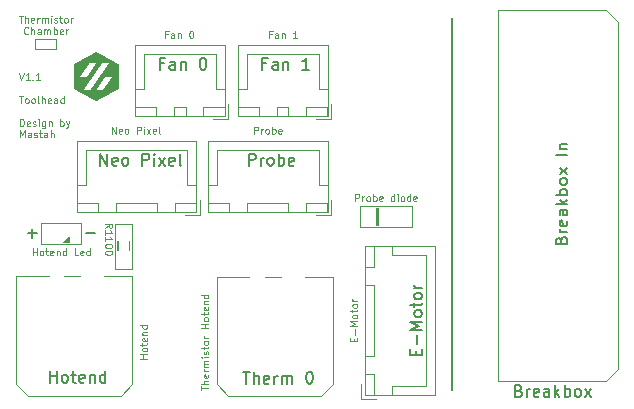
<source format=gbr>
%TF.GenerationSoftware,KiCad,Pcbnew,(6.0.6)*%
%TF.CreationDate,2022-07-16T02:41:13+02:00*%
%TF.ProjectId,toolhead_pcb,746f6f6c-6865-4616-945f-7063622e6b69,rev?*%
%TF.SameCoordinates,Original*%
%TF.FileFunction,Legend,Top*%
%TF.FilePolarity,Positive*%
%FSLAX46Y46*%
G04 Gerber Fmt 4.6, Leading zero omitted, Abs format (unit mm)*
G04 Created by KiCad (PCBNEW (6.0.6)) date 2022-07-16 02:41:13*
%MOMM*%
%LPD*%
G01*
G04 APERTURE LIST*
%ADD10C,0.150000*%
%ADD11C,0.100000*%
%ADD12C,0.130000*%
%ADD13C,0.120000*%
%ADD14C,0.020000*%
G04 APERTURE END LIST*
D10*
X105500000Y-79500000D02*
X105500000Y-111000000D01*
D11*
X97314285Y-94971428D02*
X97314285Y-94371428D01*
X97542857Y-94371428D01*
X97600000Y-94400000D01*
X97628571Y-94428571D01*
X97657142Y-94485714D01*
X97657142Y-94571428D01*
X97628571Y-94628571D01*
X97600000Y-94657142D01*
X97542857Y-94685714D01*
X97314285Y-94685714D01*
X97914285Y-94971428D02*
X97914285Y-94571428D01*
X97914285Y-94685714D02*
X97942857Y-94628571D01*
X97971428Y-94600000D01*
X98028571Y-94571428D01*
X98085714Y-94571428D01*
X98371428Y-94971428D02*
X98314285Y-94942857D01*
X98285714Y-94914285D01*
X98257142Y-94857142D01*
X98257142Y-94685714D01*
X98285714Y-94628571D01*
X98314285Y-94600000D01*
X98371428Y-94571428D01*
X98457142Y-94571428D01*
X98514285Y-94600000D01*
X98542857Y-94628571D01*
X98571428Y-94685714D01*
X98571428Y-94857142D01*
X98542857Y-94914285D01*
X98514285Y-94942857D01*
X98457142Y-94971428D01*
X98371428Y-94971428D01*
X98828571Y-94971428D02*
X98828571Y-94371428D01*
X98828571Y-94600000D02*
X98885714Y-94571428D01*
X99000000Y-94571428D01*
X99057142Y-94600000D01*
X99085714Y-94628571D01*
X99114285Y-94685714D01*
X99114285Y-94857142D01*
X99085714Y-94914285D01*
X99057142Y-94942857D01*
X99000000Y-94971428D01*
X98885714Y-94971428D01*
X98828571Y-94942857D01*
X99600000Y-94942857D02*
X99542857Y-94971428D01*
X99428571Y-94971428D01*
X99371428Y-94942857D01*
X99342857Y-94885714D01*
X99342857Y-94657142D01*
X99371428Y-94600000D01*
X99428571Y-94571428D01*
X99542857Y-94571428D01*
X99600000Y-94600000D01*
X99628571Y-94657142D01*
X99628571Y-94714285D01*
X99342857Y-94771428D01*
X100600000Y-94971428D02*
X100600000Y-94371428D01*
X100600000Y-94942857D02*
X100542857Y-94971428D01*
X100428571Y-94971428D01*
X100371428Y-94942857D01*
X100342857Y-94914285D01*
X100314285Y-94857142D01*
X100314285Y-94685714D01*
X100342857Y-94628571D01*
X100371428Y-94600000D01*
X100428571Y-94571428D01*
X100542857Y-94571428D01*
X100600000Y-94600000D01*
X100885714Y-94971428D02*
X100885714Y-94571428D01*
X100885714Y-94371428D02*
X100857142Y-94400000D01*
X100885714Y-94428571D01*
X100914285Y-94400000D01*
X100885714Y-94371428D01*
X100885714Y-94428571D01*
X101257142Y-94971428D02*
X101200000Y-94942857D01*
X101171428Y-94914285D01*
X101142857Y-94857142D01*
X101142857Y-94685714D01*
X101171428Y-94628571D01*
X101200000Y-94600000D01*
X101257142Y-94571428D01*
X101342857Y-94571428D01*
X101400000Y-94600000D01*
X101428571Y-94628571D01*
X101457142Y-94685714D01*
X101457142Y-94857142D01*
X101428571Y-94914285D01*
X101400000Y-94942857D01*
X101342857Y-94971428D01*
X101257142Y-94971428D01*
X101971428Y-94971428D02*
X101971428Y-94371428D01*
X101971428Y-94942857D02*
X101914285Y-94971428D01*
X101800000Y-94971428D01*
X101742857Y-94942857D01*
X101714285Y-94914285D01*
X101685714Y-94857142D01*
X101685714Y-94685714D01*
X101714285Y-94628571D01*
X101742857Y-94600000D01*
X101800000Y-94571428D01*
X101914285Y-94571428D01*
X101971428Y-94600000D01*
X102485714Y-94942857D02*
X102428571Y-94971428D01*
X102314285Y-94971428D01*
X102257142Y-94942857D01*
X102228571Y-94885714D01*
X102228571Y-94657142D01*
X102257142Y-94600000D01*
X102314285Y-94571428D01*
X102428571Y-94571428D01*
X102485714Y-94600000D01*
X102514285Y-94657142D01*
X102514285Y-94714285D01*
X102228571Y-94771428D01*
X88757142Y-89271428D02*
X88757142Y-88671428D01*
X88985714Y-88671428D01*
X89042857Y-88700000D01*
X89071428Y-88728571D01*
X89100000Y-88785714D01*
X89100000Y-88871428D01*
X89071428Y-88928571D01*
X89042857Y-88957142D01*
X88985714Y-88985714D01*
X88757142Y-88985714D01*
X89357142Y-89271428D02*
X89357142Y-88871428D01*
X89357142Y-88985714D02*
X89385714Y-88928571D01*
X89414285Y-88900000D01*
X89471428Y-88871428D01*
X89528571Y-88871428D01*
X89814285Y-89271428D02*
X89757142Y-89242857D01*
X89728571Y-89214285D01*
X89700000Y-89157142D01*
X89700000Y-88985714D01*
X89728571Y-88928571D01*
X89757142Y-88900000D01*
X89814285Y-88871428D01*
X89900000Y-88871428D01*
X89957142Y-88900000D01*
X89985714Y-88928571D01*
X90014285Y-88985714D01*
X90014285Y-89157142D01*
X89985714Y-89214285D01*
X89957142Y-89242857D01*
X89900000Y-89271428D01*
X89814285Y-89271428D01*
X90271428Y-89271428D02*
X90271428Y-88671428D01*
X90271428Y-88900000D02*
X90328571Y-88871428D01*
X90442857Y-88871428D01*
X90500000Y-88900000D01*
X90528571Y-88928571D01*
X90557142Y-88985714D01*
X90557142Y-89157142D01*
X90528571Y-89214285D01*
X90500000Y-89242857D01*
X90442857Y-89271428D01*
X90328571Y-89271428D01*
X90271428Y-89242857D01*
X91042857Y-89242857D02*
X90985714Y-89271428D01*
X90871428Y-89271428D01*
X90814285Y-89242857D01*
X90785714Y-89185714D01*
X90785714Y-88957142D01*
X90814285Y-88900000D01*
X90871428Y-88871428D01*
X90985714Y-88871428D01*
X91042857Y-88900000D01*
X91071428Y-88957142D01*
X91071428Y-89014285D01*
X90785714Y-89071428D01*
X84271428Y-110985714D02*
X84271428Y-110642857D01*
X84871428Y-110814285D02*
X84271428Y-110814285D01*
X84871428Y-110442857D02*
X84271428Y-110442857D01*
X84871428Y-110185714D02*
X84557142Y-110185714D01*
X84500000Y-110214285D01*
X84471428Y-110271428D01*
X84471428Y-110357142D01*
X84500000Y-110414285D01*
X84528571Y-110442857D01*
X84842857Y-109671428D02*
X84871428Y-109728571D01*
X84871428Y-109842857D01*
X84842857Y-109900000D01*
X84785714Y-109928571D01*
X84557142Y-109928571D01*
X84500000Y-109900000D01*
X84471428Y-109842857D01*
X84471428Y-109728571D01*
X84500000Y-109671428D01*
X84557142Y-109642857D01*
X84614285Y-109642857D01*
X84671428Y-109928571D01*
X84871428Y-109385714D02*
X84471428Y-109385714D01*
X84585714Y-109385714D02*
X84528571Y-109357142D01*
X84500000Y-109328571D01*
X84471428Y-109271428D01*
X84471428Y-109214285D01*
X84871428Y-109014285D02*
X84471428Y-109014285D01*
X84528571Y-109014285D02*
X84500000Y-108985714D01*
X84471428Y-108928571D01*
X84471428Y-108842857D01*
X84500000Y-108785714D01*
X84557142Y-108757142D01*
X84871428Y-108757142D01*
X84557142Y-108757142D02*
X84500000Y-108728571D01*
X84471428Y-108671428D01*
X84471428Y-108585714D01*
X84500000Y-108528571D01*
X84557142Y-108500000D01*
X84871428Y-108500000D01*
X84871428Y-108214285D02*
X84471428Y-108214285D01*
X84271428Y-108214285D02*
X84300000Y-108242857D01*
X84328571Y-108214285D01*
X84300000Y-108185714D01*
X84271428Y-108214285D01*
X84328571Y-108214285D01*
X84842857Y-107957142D02*
X84871428Y-107900000D01*
X84871428Y-107785714D01*
X84842857Y-107728571D01*
X84785714Y-107700000D01*
X84757142Y-107700000D01*
X84700000Y-107728571D01*
X84671428Y-107785714D01*
X84671428Y-107871428D01*
X84642857Y-107928571D01*
X84585714Y-107957142D01*
X84557142Y-107957142D01*
X84500000Y-107928571D01*
X84471428Y-107871428D01*
X84471428Y-107785714D01*
X84500000Y-107728571D01*
X84471428Y-107528571D02*
X84471428Y-107300000D01*
X84271428Y-107442857D02*
X84785714Y-107442857D01*
X84842857Y-107414285D01*
X84871428Y-107357142D01*
X84871428Y-107300000D01*
X84871428Y-107014285D02*
X84842857Y-107071428D01*
X84814285Y-107100000D01*
X84757142Y-107128571D01*
X84585714Y-107128571D01*
X84528571Y-107100000D01*
X84500000Y-107071428D01*
X84471428Y-107014285D01*
X84471428Y-106928571D01*
X84500000Y-106871428D01*
X84528571Y-106842857D01*
X84585714Y-106814285D01*
X84757142Y-106814285D01*
X84814285Y-106842857D01*
X84842857Y-106871428D01*
X84871428Y-106928571D01*
X84871428Y-107014285D01*
X84871428Y-106557142D02*
X84471428Y-106557142D01*
X84585714Y-106557142D02*
X84528571Y-106528571D01*
X84500000Y-106500000D01*
X84471428Y-106442857D01*
X84471428Y-106385714D01*
X84871428Y-105728571D02*
X84271428Y-105728571D01*
X84557142Y-105728571D02*
X84557142Y-105385714D01*
X84871428Y-105385714D02*
X84271428Y-105385714D01*
X84871428Y-105014285D02*
X84842857Y-105071428D01*
X84814285Y-105100000D01*
X84757142Y-105128571D01*
X84585714Y-105128571D01*
X84528571Y-105100000D01*
X84500000Y-105071428D01*
X84471428Y-105014285D01*
X84471428Y-104928571D01*
X84500000Y-104871428D01*
X84528571Y-104842857D01*
X84585714Y-104814285D01*
X84757142Y-104814285D01*
X84814285Y-104842857D01*
X84842857Y-104871428D01*
X84871428Y-104928571D01*
X84871428Y-105014285D01*
X84471428Y-104642857D02*
X84471428Y-104414285D01*
X84271428Y-104557142D02*
X84785714Y-104557142D01*
X84842857Y-104528571D01*
X84871428Y-104471428D01*
X84871428Y-104414285D01*
X84842857Y-103985714D02*
X84871428Y-104042857D01*
X84871428Y-104157142D01*
X84842857Y-104214285D01*
X84785714Y-104242857D01*
X84557142Y-104242857D01*
X84500000Y-104214285D01*
X84471428Y-104157142D01*
X84471428Y-104042857D01*
X84500000Y-103985714D01*
X84557142Y-103957142D01*
X84614285Y-103957142D01*
X84671428Y-104242857D01*
X84471428Y-103700000D02*
X84871428Y-103700000D01*
X84528571Y-103700000D02*
X84500000Y-103671428D01*
X84471428Y-103614285D01*
X84471428Y-103528571D01*
X84500000Y-103471428D01*
X84557142Y-103442857D01*
X84871428Y-103442857D01*
X84871428Y-102900000D02*
X84271428Y-102900000D01*
X84842857Y-102900000D02*
X84871428Y-102957142D01*
X84871428Y-103071428D01*
X84842857Y-103128571D01*
X84814285Y-103157142D01*
X84757142Y-103185714D01*
X84585714Y-103185714D01*
X84528571Y-103157142D01*
X84500000Y-103128571D01*
X84471428Y-103071428D01*
X84471428Y-102957142D01*
X84500000Y-102900000D01*
X76671428Y-89271428D02*
X76671428Y-88671428D01*
X77014285Y-89271428D01*
X77014285Y-88671428D01*
X77528571Y-89242857D02*
X77471428Y-89271428D01*
X77357142Y-89271428D01*
X77300000Y-89242857D01*
X77271428Y-89185714D01*
X77271428Y-88957142D01*
X77300000Y-88900000D01*
X77357142Y-88871428D01*
X77471428Y-88871428D01*
X77528571Y-88900000D01*
X77557142Y-88957142D01*
X77557142Y-89014285D01*
X77271428Y-89071428D01*
X77900000Y-89271428D02*
X77842857Y-89242857D01*
X77814285Y-89214285D01*
X77785714Y-89157142D01*
X77785714Y-88985714D01*
X77814285Y-88928571D01*
X77842857Y-88900000D01*
X77900000Y-88871428D01*
X77985714Y-88871428D01*
X78042857Y-88900000D01*
X78071428Y-88928571D01*
X78100000Y-88985714D01*
X78100000Y-89157142D01*
X78071428Y-89214285D01*
X78042857Y-89242857D01*
X77985714Y-89271428D01*
X77900000Y-89271428D01*
X78814285Y-89271428D02*
X78814285Y-88671428D01*
X79042857Y-88671428D01*
X79100000Y-88700000D01*
X79128571Y-88728571D01*
X79157142Y-88785714D01*
X79157142Y-88871428D01*
X79128571Y-88928571D01*
X79100000Y-88957142D01*
X79042857Y-88985714D01*
X78814285Y-88985714D01*
X79414285Y-89271428D02*
X79414285Y-88871428D01*
X79414285Y-88671428D02*
X79385714Y-88700000D01*
X79414285Y-88728571D01*
X79442857Y-88700000D01*
X79414285Y-88671428D01*
X79414285Y-88728571D01*
X79642857Y-89271428D02*
X79957142Y-88871428D01*
X79642857Y-88871428D02*
X79957142Y-89271428D01*
X80414285Y-89242857D02*
X80357142Y-89271428D01*
X80242857Y-89271428D01*
X80185714Y-89242857D01*
X80157142Y-89185714D01*
X80157142Y-88957142D01*
X80185714Y-88900000D01*
X80242857Y-88871428D01*
X80357142Y-88871428D01*
X80414285Y-88900000D01*
X80442857Y-88957142D01*
X80442857Y-89014285D01*
X80157142Y-89071428D01*
X80785714Y-89271428D02*
X80728571Y-89242857D01*
X80700000Y-89185714D01*
X80700000Y-88671428D01*
X68800000Y-79288428D02*
X69142857Y-79288428D01*
X68971428Y-79888428D02*
X68971428Y-79288428D01*
X69342857Y-79888428D02*
X69342857Y-79288428D01*
X69600000Y-79888428D02*
X69600000Y-79574142D01*
X69571428Y-79517000D01*
X69514285Y-79488428D01*
X69428571Y-79488428D01*
X69371428Y-79517000D01*
X69342857Y-79545571D01*
X70114285Y-79859857D02*
X70057142Y-79888428D01*
X69942857Y-79888428D01*
X69885714Y-79859857D01*
X69857142Y-79802714D01*
X69857142Y-79574142D01*
X69885714Y-79517000D01*
X69942857Y-79488428D01*
X70057142Y-79488428D01*
X70114285Y-79517000D01*
X70142857Y-79574142D01*
X70142857Y-79631285D01*
X69857142Y-79688428D01*
X70400000Y-79888428D02*
X70400000Y-79488428D01*
X70400000Y-79602714D02*
X70428571Y-79545571D01*
X70457142Y-79517000D01*
X70514285Y-79488428D01*
X70571428Y-79488428D01*
X70771428Y-79888428D02*
X70771428Y-79488428D01*
X70771428Y-79545571D02*
X70800000Y-79517000D01*
X70857142Y-79488428D01*
X70942857Y-79488428D01*
X71000000Y-79517000D01*
X71028571Y-79574142D01*
X71028571Y-79888428D01*
X71028571Y-79574142D02*
X71057142Y-79517000D01*
X71114285Y-79488428D01*
X71200000Y-79488428D01*
X71257142Y-79517000D01*
X71285714Y-79574142D01*
X71285714Y-79888428D01*
X71571428Y-79888428D02*
X71571428Y-79488428D01*
X71571428Y-79288428D02*
X71542857Y-79317000D01*
X71571428Y-79345571D01*
X71600000Y-79317000D01*
X71571428Y-79288428D01*
X71571428Y-79345571D01*
X71828571Y-79859857D02*
X71885714Y-79888428D01*
X72000000Y-79888428D01*
X72057142Y-79859857D01*
X72085714Y-79802714D01*
X72085714Y-79774142D01*
X72057142Y-79717000D01*
X72000000Y-79688428D01*
X71914285Y-79688428D01*
X71857142Y-79659857D01*
X71828571Y-79602714D01*
X71828571Y-79574142D01*
X71857142Y-79517000D01*
X71914285Y-79488428D01*
X72000000Y-79488428D01*
X72057142Y-79517000D01*
X72257142Y-79488428D02*
X72485714Y-79488428D01*
X72342857Y-79288428D02*
X72342857Y-79802714D01*
X72371428Y-79859857D01*
X72428571Y-79888428D01*
X72485714Y-79888428D01*
X72771428Y-79888428D02*
X72714285Y-79859857D01*
X72685714Y-79831285D01*
X72657142Y-79774142D01*
X72657142Y-79602714D01*
X72685714Y-79545571D01*
X72714285Y-79517000D01*
X72771428Y-79488428D01*
X72857142Y-79488428D01*
X72914285Y-79517000D01*
X72942857Y-79545571D01*
X72971428Y-79602714D01*
X72971428Y-79774142D01*
X72942857Y-79831285D01*
X72914285Y-79859857D01*
X72857142Y-79888428D01*
X72771428Y-79888428D01*
X73228571Y-79888428D02*
X73228571Y-79488428D01*
X73228571Y-79602714D02*
X73257142Y-79545571D01*
X73285714Y-79517000D01*
X73342857Y-79488428D01*
X73400000Y-79488428D01*
X69628571Y-80797285D02*
X69600000Y-80825857D01*
X69514285Y-80854428D01*
X69457142Y-80854428D01*
X69371428Y-80825857D01*
X69314285Y-80768714D01*
X69285714Y-80711571D01*
X69257142Y-80597285D01*
X69257142Y-80511571D01*
X69285714Y-80397285D01*
X69314285Y-80340142D01*
X69371428Y-80283000D01*
X69457142Y-80254428D01*
X69514285Y-80254428D01*
X69600000Y-80283000D01*
X69628571Y-80311571D01*
X69885714Y-80854428D02*
X69885714Y-80254428D01*
X70142857Y-80854428D02*
X70142857Y-80540142D01*
X70114285Y-80483000D01*
X70057142Y-80454428D01*
X69971428Y-80454428D01*
X69914285Y-80483000D01*
X69885714Y-80511571D01*
X70685714Y-80854428D02*
X70685714Y-80540142D01*
X70657142Y-80483000D01*
X70600000Y-80454428D01*
X70485714Y-80454428D01*
X70428571Y-80483000D01*
X70685714Y-80825857D02*
X70628571Y-80854428D01*
X70485714Y-80854428D01*
X70428571Y-80825857D01*
X70400000Y-80768714D01*
X70400000Y-80711571D01*
X70428571Y-80654428D01*
X70485714Y-80625857D01*
X70628571Y-80625857D01*
X70685714Y-80597285D01*
X70971428Y-80854428D02*
X70971428Y-80454428D01*
X70971428Y-80511571D02*
X71000000Y-80483000D01*
X71057142Y-80454428D01*
X71142857Y-80454428D01*
X71200000Y-80483000D01*
X71228571Y-80540142D01*
X71228571Y-80854428D01*
X71228571Y-80540142D02*
X71257142Y-80483000D01*
X71314285Y-80454428D01*
X71400000Y-80454428D01*
X71457142Y-80483000D01*
X71485714Y-80540142D01*
X71485714Y-80854428D01*
X71771428Y-80854428D02*
X71771428Y-80254428D01*
X71771428Y-80483000D02*
X71828571Y-80454428D01*
X71942857Y-80454428D01*
X72000000Y-80483000D01*
X72028571Y-80511571D01*
X72057142Y-80568714D01*
X72057142Y-80740142D01*
X72028571Y-80797285D01*
X72000000Y-80825857D01*
X71942857Y-80854428D01*
X71828571Y-80854428D01*
X71771428Y-80825857D01*
X72542857Y-80825857D02*
X72485714Y-80854428D01*
X72371428Y-80854428D01*
X72314285Y-80825857D01*
X72285714Y-80768714D01*
X72285714Y-80540142D01*
X72314285Y-80483000D01*
X72371428Y-80454428D01*
X72485714Y-80454428D01*
X72542857Y-80483000D01*
X72571428Y-80540142D01*
X72571428Y-80597285D01*
X72285714Y-80654428D01*
X72828571Y-80854428D02*
X72828571Y-80454428D01*
X72828571Y-80568714D02*
X72857142Y-80511571D01*
X72885714Y-80483000D01*
X72942857Y-80454428D01*
X73000000Y-80454428D01*
D12*
X111166666Y-111028571D02*
X111309523Y-111076190D01*
X111357142Y-111123809D01*
X111404761Y-111219047D01*
X111404761Y-111361904D01*
X111357142Y-111457142D01*
X111309523Y-111504761D01*
X111214285Y-111552380D01*
X110833333Y-111552380D01*
X110833333Y-110552380D01*
X111166666Y-110552380D01*
X111261904Y-110600000D01*
X111309523Y-110647619D01*
X111357142Y-110742857D01*
X111357142Y-110838095D01*
X111309523Y-110933333D01*
X111261904Y-110980952D01*
X111166666Y-111028571D01*
X110833333Y-111028571D01*
X111833333Y-111552380D02*
X111833333Y-110885714D01*
X111833333Y-111076190D02*
X111880952Y-110980952D01*
X111928571Y-110933333D01*
X112023809Y-110885714D01*
X112119047Y-110885714D01*
X112833333Y-111504761D02*
X112738095Y-111552380D01*
X112547619Y-111552380D01*
X112452380Y-111504761D01*
X112404761Y-111409523D01*
X112404761Y-111028571D01*
X112452380Y-110933333D01*
X112547619Y-110885714D01*
X112738095Y-110885714D01*
X112833333Y-110933333D01*
X112880952Y-111028571D01*
X112880952Y-111123809D01*
X112404761Y-111219047D01*
X113738095Y-111552380D02*
X113738095Y-111028571D01*
X113690476Y-110933333D01*
X113595238Y-110885714D01*
X113404761Y-110885714D01*
X113309523Y-110933333D01*
X113738095Y-111504761D02*
X113642857Y-111552380D01*
X113404761Y-111552380D01*
X113309523Y-111504761D01*
X113261904Y-111409523D01*
X113261904Y-111314285D01*
X113309523Y-111219047D01*
X113404761Y-111171428D01*
X113642857Y-111171428D01*
X113738095Y-111123809D01*
X114214285Y-111552380D02*
X114214285Y-110552380D01*
X114309523Y-111171428D02*
X114595238Y-111552380D01*
X114595238Y-110885714D02*
X114214285Y-111266666D01*
X115023809Y-111552380D02*
X115023809Y-110552380D01*
X115023809Y-110933333D02*
X115119047Y-110885714D01*
X115309523Y-110885714D01*
X115404761Y-110933333D01*
X115452380Y-110980952D01*
X115500000Y-111076190D01*
X115500000Y-111361904D01*
X115452380Y-111457142D01*
X115404761Y-111504761D01*
X115309523Y-111552380D01*
X115119047Y-111552380D01*
X115023809Y-111504761D01*
X116071428Y-111552380D02*
X115976190Y-111504761D01*
X115928571Y-111457142D01*
X115880952Y-111361904D01*
X115880952Y-111076190D01*
X115928571Y-110980952D01*
X115976190Y-110933333D01*
X116071428Y-110885714D01*
X116214285Y-110885714D01*
X116309523Y-110933333D01*
X116357142Y-110980952D01*
X116404761Y-111076190D01*
X116404761Y-111361904D01*
X116357142Y-111457142D01*
X116309523Y-111504761D01*
X116214285Y-111552380D01*
X116071428Y-111552380D01*
X116738095Y-111552380D02*
X117261904Y-110885714D01*
X116738095Y-110885714D02*
X117261904Y-111552380D01*
D11*
X97157142Y-106842857D02*
X97157142Y-106642857D01*
X97471428Y-106557142D02*
X97471428Y-106842857D01*
X96871428Y-106842857D01*
X96871428Y-106557142D01*
X97242857Y-106300000D02*
X97242857Y-105842857D01*
X97471428Y-105557142D02*
X96871428Y-105557142D01*
X97300000Y-105357142D01*
X96871428Y-105157142D01*
X97471428Y-105157142D01*
X97471428Y-104785714D02*
X97442857Y-104842857D01*
X97414285Y-104871428D01*
X97357142Y-104900000D01*
X97185714Y-104900000D01*
X97128571Y-104871428D01*
X97100000Y-104842857D01*
X97071428Y-104785714D01*
X97071428Y-104700000D01*
X97100000Y-104642857D01*
X97128571Y-104614285D01*
X97185714Y-104585714D01*
X97357142Y-104585714D01*
X97414285Y-104614285D01*
X97442857Y-104642857D01*
X97471428Y-104700000D01*
X97471428Y-104785714D01*
X97071428Y-104414285D02*
X97071428Y-104185714D01*
X96871428Y-104328571D02*
X97385714Y-104328571D01*
X97442857Y-104300000D01*
X97471428Y-104242857D01*
X97471428Y-104185714D01*
X97471428Y-103900000D02*
X97442857Y-103957142D01*
X97414285Y-103985714D01*
X97357142Y-104014285D01*
X97185714Y-104014285D01*
X97128571Y-103985714D01*
X97100000Y-103957142D01*
X97071428Y-103900000D01*
X97071428Y-103814285D01*
X97100000Y-103757142D01*
X97128571Y-103728571D01*
X97185714Y-103700000D01*
X97357142Y-103700000D01*
X97414285Y-103728571D01*
X97442857Y-103757142D01*
X97471428Y-103814285D01*
X97471428Y-103900000D01*
X97471428Y-103442857D02*
X97071428Y-103442857D01*
X97185714Y-103442857D02*
X97128571Y-103414285D01*
X97100000Y-103385714D01*
X97071428Y-103328571D01*
X97071428Y-103271428D01*
X79671428Y-108314285D02*
X79071428Y-108314285D01*
X79357142Y-108314285D02*
X79357142Y-107971428D01*
X79671428Y-107971428D02*
X79071428Y-107971428D01*
X79671428Y-107600000D02*
X79642857Y-107657142D01*
X79614285Y-107685714D01*
X79557142Y-107714285D01*
X79385714Y-107714285D01*
X79328571Y-107685714D01*
X79300000Y-107657142D01*
X79271428Y-107600000D01*
X79271428Y-107514285D01*
X79300000Y-107457142D01*
X79328571Y-107428571D01*
X79385714Y-107400000D01*
X79557142Y-107400000D01*
X79614285Y-107428571D01*
X79642857Y-107457142D01*
X79671428Y-107514285D01*
X79671428Y-107600000D01*
X79271428Y-107228571D02*
X79271428Y-107000000D01*
X79071428Y-107142857D02*
X79585714Y-107142857D01*
X79642857Y-107114285D01*
X79671428Y-107057142D01*
X79671428Y-107000000D01*
X79642857Y-106571428D02*
X79671428Y-106628571D01*
X79671428Y-106742857D01*
X79642857Y-106800000D01*
X79585714Y-106828571D01*
X79357142Y-106828571D01*
X79300000Y-106800000D01*
X79271428Y-106742857D01*
X79271428Y-106628571D01*
X79300000Y-106571428D01*
X79357142Y-106542857D01*
X79414285Y-106542857D01*
X79471428Y-106828571D01*
X79271428Y-106285714D02*
X79671428Y-106285714D01*
X79328571Y-106285714D02*
X79300000Y-106257142D01*
X79271428Y-106200000D01*
X79271428Y-106114285D01*
X79300000Y-106057142D01*
X79357142Y-106028571D01*
X79671428Y-106028571D01*
X79671428Y-105485714D02*
X79071428Y-105485714D01*
X79642857Y-105485714D02*
X79671428Y-105542857D01*
X79671428Y-105657142D01*
X79642857Y-105714285D01*
X79614285Y-105742857D01*
X79557142Y-105771428D01*
X79385714Y-105771428D01*
X79328571Y-105742857D01*
X79300000Y-105714285D01*
X79271428Y-105657142D01*
X79271428Y-105542857D01*
X79300000Y-105485714D01*
X90228571Y-80857142D02*
X90028571Y-80857142D01*
X90028571Y-81171428D02*
X90028571Y-80571428D01*
X90314285Y-80571428D01*
X90800000Y-81171428D02*
X90800000Y-80857142D01*
X90771428Y-80800000D01*
X90714285Y-80771428D01*
X90600000Y-80771428D01*
X90542857Y-80800000D01*
X90800000Y-81142857D02*
X90742857Y-81171428D01*
X90600000Y-81171428D01*
X90542857Y-81142857D01*
X90514285Y-81085714D01*
X90514285Y-81028571D01*
X90542857Y-80971428D01*
X90600000Y-80942857D01*
X90742857Y-80942857D01*
X90800000Y-80914285D01*
X91085714Y-80771428D02*
X91085714Y-81171428D01*
X91085714Y-80828571D02*
X91114285Y-80800000D01*
X91171428Y-80771428D01*
X91257142Y-80771428D01*
X91314285Y-80800000D01*
X91342857Y-80857142D01*
X91342857Y-81171428D01*
X92400000Y-81171428D02*
X92057142Y-81171428D01*
X92228571Y-81171428D02*
X92228571Y-80571428D01*
X92171428Y-80657142D01*
X92114285Y-80714285D01*
X92057142Y-80742857D01*
X68822142Y-84156428D02*
X69022142Y-84756428D01*
X69222142Y-84156428D01*
X69736428Y-84756428D02*
X69393571Y-84756428D01*
X69565000Y-84756428D02*
X69565000Y-84156428D01*
X69507857Y-84242142D01*
X69450714Y-84299285D01*
X69393571Y-84327857D01*
X69993571Y-84699285D02*
X70022142Y-84727857D01*
X69993571Y-84756428D01*
X69965000Y-84727857D01*
X69993571Y-84699285D01*
X69993571Y-84756428D01*
X70593571Y-84756428D02*
X70250714Y-84756428D01*
X70422142Y-84756428D02*
X70422142Y-84156428D01*
X70365000Y-84242142D01*
X70307857Y-84299285D01*
X70250714Y-84327857D01*
X68822142Y-86088428D02*
X69165000Y-86088428D01*
X68993571Y-86688428D02*
X68993571Y-86088428D01*
X69450714Y-86688428D02*
X69393571Y-86659857D01*
X69365000Y-86631285D01*
X69336428Y-86574142D01*
X69336428Y-86402714D01*
X69365000Y-86345571D01*
X69393571Y-86317000D01*
X69450714Y-86288428D01*
X69536428Y-86288428D01*
X69593571Y-86317000D01*
X69622142Y-86345571D01*
X69650714Y-86402714D01*
X69650714Y-86574142D01*
X69622142Y-86631285D01*
X69593571Y-86659857D01*
X69536428Y-86688428D01*
X69450714Y-86688428D01*
X69993571Y-86688428D02*
X69936428Y-86659857D01*
X69907857Y-86631285D01*
X69879285Y-86574142D01*
X69879285Y-86402714D01*
X69907857Y-86345571D01*
X69936428Y-86317000D01*
X69993571Y-86288428D01*
X70079285Y-86288428D01*
X70136428Y-86317000D01*
X70165000Y-86345571D01*
X70193571Y-86402714D01*
X70193571Y-86574142D01*
X70165000Y-86631285D01*
X70136428Y-86659857D01*
X70079285Y-86688428D01*
X69993571Y-86688428D01*
X70536428Y-86688428D02*
X70479285Y-86659857D01*
X70450714Y-86602714D01*
X70450714Y-86088428D01*
X70765000Y-86688428D02*
X70765000Y-86088428D01*
X71022142Y-86688428D02*
X71022142Y-86374142D01*
X70993571Y-86317000D01*
X70936428Y-86288428D01*
X70850714Y-86288428D01*
X70793571Y-86317000D01*
X70765000Y-86345571D01*
X71536428Y-86659857D02*
X71479285Y-86688428D01*
X71365000Y-86688428D01*
X71307857Y-86659857D01*
X71279285Y-86602714D01*
X71279285Y-86374142D01*
X71307857Y-86317000D01*
X71365000Y-86288428D01*
X71479285Y-86288428D01*
X71536428Y-86317000D01*
X71565000Y-86374142D01*
X71565000Y-86431285D01*
X71279285Y-86488428D01*
X72079285Y-86688428D02*
X72079285Y-86374142D01*
X72050714Y-86317000D01*
X71993571Y-86288428D01*
X71879285Y-86288428D01*
X71822142Y-86317000D01*
X72079285Y-86659857D02*
X72022142Y-86688428D01*
X71879285Y-86688428D01*
X71822142Y-86659857D01*
X71793571Y-86602714D01*
X71793571Y-86545571D01*
X71822142Y-86488428D01*
X71879285Y-86459857D01*
X72022142Y-86459857D01*
X72079285Y-86431285D01*
X72622142Y-86688428D02*
X72622142Y-86088428D01*
X72622142Y-86659857D02*
X72565000Y-86688428D01*
X72450714Y-86688428D01*
X72393571Y-86659857D01*
X72365000Y-86631285D01*
X72336428Y-86574142D01*
X72336428Y-86402714D01*
X72365000Y-86345571D01*
X72393571Y-86317000D01*
X72450714Y-86288428D01*
X72565000Y-86288428D01*
X72622142Y-86317000D01*
X68907857Y-88620428D02*
X68907857Y-88020428D01*
X69050714Y-88020428D01*
X69136428Y-88049000D01*
X69193571Y-88106142D01*
X69222142Y-88163285D01*
X69250714Y-88277571D01*
X69250714Y-88363285D01*
X69222142Y-88477571D01*
X69193571Y-88534714D01*
X69136428Y-88591857D01*
X69050714Y-88620428D01*
X68907857Y-88620428D01*
X69736428Y-88591857D02*
X69679285Y-88620428D01*
X69565000Y-88620428D01*
X69507857Y-88591857D01*
X69479285Y-88534714D01*
X69479285Y-88306142D01*
X69507857Y-88249000D01*
X69565000Y-88220428D01*
X69679285Y-88220428D01*
X69736428Y-88249000D01*
X69765000Y-88306142D01*
X69765000Y-88363285D01*
X69479285Y-88420428D01*
X69993571Y-88591857D02*
X70050714Y-88620428D01*
X70165000Y-88620428D01*
X70222142Y-88591857D01*
X70250714Y-88534714D01*
X70250714Y-88506142D01*
X70222142Y-88449000D01*
X70165000Y-88420428D01*
X70079285Y-88420428D01*
X70022142Y-88391857D01*
X69993571Y-88334714D01*
X69993571Y-88306142D01*
X70022142Y-88249000D01*
X70079285Y-88220428D01*
X70165000Y-88220428D01*
X70222142Y-88249000D01*
X70507857Y-88620428D02*
X70507857Y-88220428D01*
X70507857Y-88020428D02*
X70479285Y-88049000D01*
X70507857Y-88077571D01*
X70536428Y-88049000D01*
X70507857Y-88020428D01*
X70507857Y-88077571D01*
X71050714Y-88220428D02*
X71050714Y-88706142D01*
X71022142Y-88763285D01*
X70993571Y-88791857D01*
X70936428Y-88820428D01*
X70850714Y-88820428D01*
X70793571Y-88791857D01*
X71050714Y-88591857D02*
X70993571Y-88620428D01*
X70879285Y-88620428D01*
X70822142Y-88591857D01*
X70793571Y-88563285D01*
X70765000Y-88506142D01*
X70765000Y-88334714D01*
X70793571Y-88277571D01*
X70822142Y-88249000D01*
X70879285Y-88220428D01*
X70993571Y-88220428D01*
X71050714Y-88249000D01*
X71336428Y-88220428D02*
X71336428Y-88620428D01*
X71336428Y-88277571D02*
X71365000Y-88249000D01*
X71422142Y-88220428D01*
X71507857Y-88220428D01*
X71565000Y-88249000D01*
X71593571Y-88306142D01*
X71593571Y-88620428D01*
X72336428Y-88620428D02*
X72336428Y-88020428D01*
X72336428Y-88249000D02*
X72393571Y-88220428D01*
X72507857Y-88220428D01*
X72565000Y-88249000D01*
X72593571Y-88277571D01*
X72622142Y-88334714D01*
X72622142Y-88506142D01*
X72593571Y-88563285D01*
X72565000Y-88591857D01*
X72507857Y-88620428D01*
X72393571Y-88620428D01*
X72336428Y-88591857D01*
X72822142Y-88220428D02*
X72965000Y-88620428D01*
X73107857Y-88220428D02*
X72965000Y-88620428D01*
X72907857Y-88763285D01*
X72879285Y-88791857D01*
X72822142Y-88820428D01*
X68907857Y-89586428D02*
X68907857Y-88986428D01*
X69107857Y-89415000D01*
X69307857Y-88986428D01*
X69307857Y-89586428D01*
X69850714Y-89586428D02*
X69850714Y-89272142D01*
X69822142Y-89215000D01*
X69765000Y-89186428D01*
X69650714Y-89186428D01*
X69593571Y-89215000D01*
X69850714Y-89557857D02*
X69793571Y-89586428D01*
X69650714Y-89586428D01*
X69593571Y-89557857D01*
X69565000Y-89500714D01*
X69565000Y-89443571D01*
X69593571Y-89386428D01*
X69650714Y-89357857D01*
X69793571Y-89357857D01*
X69850714Y-89329285D01*
X70107857Y-89557857D02*
X70165000Y-89586428D01*
X70279285Y-89586428D01*
X70336428Y-89557857D01*
X70365000Y-89500714D01*
X70365000Y-89472142D01*
X70336428Y-89415000D01*
X70279285Y-89386428D01*
X70193571Y-89386428D01*
X70136428Y-89357857D01*
X70107857Y-89300714D01*
X70107857Y-89272142D01*
X70136428Y-89215000D01*
X70193571Y-89186428D01*
X70279285Y-89186428D01*
X70336428Y-89215000D01*
X70536428Y-89186428D02*
X70765000Y-89186428D01*
X70622142Y-88986428D02*
X70622142Y-89500714D01*
X70650714Y-89557857D01*
X70707857Y-89586428D01*
X70765000Y-89586428D01*
X71222142Y-89586428D02*
X71222142Y-89272142D01*
X71193571Y-89215000D01*
X71136428Y-89186428D01*
X71022142Y-89186428D01*
X70965000Y-89215000D01*
X71222142Y-89557857D02*
X71165000Y-89586428D01*
X71022142Y-89586428D01*
X70965000Y-89557857D01*
X70936428Y-89500714D01*
X70936428Y-89443571D01*
X70965000Y-89386428D01*
X71022142Y-89357857D01*
X71165000Y-89357857D01*
X71222142Y-89329285D01*
X71507857Y-89586428D02*
X71507857Y-88986428D01*
X71765000Y-89586428D02*
X71765000Y-89272142D01*
X71736428Y-89215000D01*
X71679285Y-89186428D01*
X71593571Y-89186428D01*
X71536428Y-89215000D01*
X71507857Y-89243571D01*
X81428571Y-80857142D02*
X81228571Y-80857142D01*
X81228571Y-81171428D02*
X81228571Y-80571428D01*
X81514285Y-80571428D01*
X82000000Y-81171428D02*
X82000000Y-80857142D01*
X81971428Y-80800000D01*
X81914285Y-80771428D01*
X81800000Y-80771428D01*
X81742857Y-80800000D01*
X82000000Y-81142857D02*
X81942857Y-81171428D01*
X81800000Y-81171428D01*
X81742857Y-81142857D01*
X81714285Y-81085714D01*
X81714285Y-81028571D01*
X81742857Y-80971428D01*
X81800000Y-80942857D01*
X81942857Y-80942857D01*
X82000000Y-80914285D01*
X82285714Y-80771428D02*
X82285714Y-81171428D01*
X82285714Y-80828571D02*
X82314285Y-80800000D01*
X82371428Y-80771428D01*
X82457142Y-80771428D01*
X82514285Y-80800000D01*
X82542857Y-80857142D01*
X82542857Y-81171428D01*
X83400000Y-80571428D02*
X83457142Y-80571428D01*
X83514285Y-80600000D01*
X83542857Y-80628571D01*
X83571428Y-80685714D01*
X83600000Y-80800000D01*
X83600000Y-80942857D01*
X83571428Y-81057142D01*
X83542857Y-81114285D01*
X83514285Y-81142857D01*
X83457142Y-81171428D01*
X83400000Y-81171428D01*
X83342857Y-81142857D01*
X83314285Y-81114285D01*
X83285714Y-81057142D01*
X83257142Y-80942857D01*
X83257142Y-80800000D01*
X83285714Y-80685714D01*
X83314285Y-80628571D01*
X83342857Y-80600000D01*
X83400000Y-80571428D01*
D10*
%TO.C,Therm 0*%
X87800000Y-109432380D02*
X88371428Y-109432380D01*
X88085714Y-110432380D02*
X88085714Y-109432380D01*
X88704761Y-110432380D02*
X88704761Y-109432380D01*
X89133333Y-110432380D02*
X89133333Y-109908571D01*
X89085714Y-109813333D01*
X88990476Y-109765714D01*
X88847619Y-109765714D01*
X88752380Y-109813333D01*
X88704761Y-109860952D01*
X89990476Y-110384761D02*
X89895238Y-110432380D01*
X89704761Y-110432380D01*
X89609523Y-110384761D01*
X89561904Y-110289523D01*
X89561904Y-109908571D01*
X89609523Y-109813333D01*
X89704761Y-109765714D01*
X89895238Y-109765714D01*
X89990476Y-109813333D01*
X90038095Y-109908571D01*
X90038095Y-110003809D01*
X89561904Y-110099047D01*
X90466666Y-110432380D02*
X90466666Y-109765714D01*
X90466666Y-109956190D02*
X90514285Y-109860952D01*
X90561904Y-109813333D01*
X90657142Y-109765714D01*
X90752380Y-109765714D01*
X91085714Y-110432380D02*
X91085714Y-109765714D01*
X91085714Y-109860952D02*
X91133333Y-109813333D01*
X91228571Y-109765714D01*
X91371428Y-109765714D01*
X91466666Y-109813333D01*
X91514285Y-109908571D01*
X91514285Y-110432380D01*
X91514285Y-109908571D02*
X91561904Y-109813333D01*
X91657142Y-109765714D01*
X91800000Y-109765714D01*
X91895238Y-109813333D01*
X91942857Y-109908571D01*
X91942857Y-110432380D01*
X93371428Y-109432380D02*
X93466666Y-109432380D01*
X93561904Y-109480000D01*
X93609523Y-109527619D01*
X93657142Y-109622857D01*
X93704761Y-109813333D01*
X93704761Y-110051428D01*
X93657142Y-110241904D01*
X93609523Y-110337142D01*
X93561904Y-110384761D01*
X93466666Y-110432380D01*
X93371428Y-110432380D01*
X93276190Y-110384761D01*
X93228571Y-110337142D01*
X93180952Y-110241904D01*
X93133333Y-110051428D01*
X93133333Y-109813333D01*
X93180952Y-109622857D01*
X93228571Y-109527619D01*
X93276190Y-109480000D01*
X93371428Y-109432380D01*
%TO.C,Neo Pixel*%
X75719047Y-91977380D02*
X75719047Y-90977380D01*
X76290476Y-91977380D01*
X76290476Y-90977380D01*
X77147619Y-91929761D02*
X77052380Y-91977380D01*
X76861904Y-91977380D01*
X76766666Y-91929761D01*
X76719047Y-91834523D01*
X76719047Y-91453571D01*
X76766666Y-91358333D01*
X76861904Y-91310714D01*
X77052380Y-91310714D01*
X77147619Y-91358333D01*
X77195238Y-91453571D01*
X77195238Y-91548809D01*
X76719047Y-91644047D01*
X77766666Y-91977380D02*
X77671428Y-91929761D01*
X77623809Y-91882142D01*
X77576190Y-91786904D01*
X77576190Y-91501190D01*
X77623809Y-91405952D01*
X77671428Y-91358333D01*
X77766666Y-91310714D01*
X77909523Y-91310714D01*
X78004761Y-91358333D01*
X78052380Y-91405952D01*
X78100000Y-91501190D01*
X78100000Y-91786904D01*
X78052380Y-91882142D01*
X78004761Y-91929761D01*
X77909523Y-91977380D01*
X77766666Y-91977380D01*
X79290476Y-91977380D02*
X79290476Y-90977380D01*
X79671428Y-90977380D01*
X79766666Y-91025000D01*
X79814285Y-91072619D01*
X79861904Y-91167857D01*
X79861904Y-91310714D01*
X79814285Y-91405952D01*
X79766666Y-91453571D01*
X79671428Y-91501190D01*
X79290476Y-91501190D01*
X80290476Y-91977380D02*
X80290476Y-91310714D01*
X80290476Y-90977380D02*
X80242857Y-91025000D01*
X80290476Y-91072619D01*
X80338095Y-91025000D01*
X80290476Y-90977380D01*
X80290476Y-91072619D01*
X80671428Y-91977380D02*
X81195238Y-91310714D01*
X80671428Y-91310714D02*
X81195238Y-91977380D01*
X81957142Y-91929761D02*
X81861904Y-91977380D01*
X81671428Y-91977380D01*
X81576190Y-91929761D01*
X81528571Y-91834523D01*
X81528571Y-91453571D01*
X81576190Y-91358333D01*
X81671428Y-91310714D01*
X81861904Y-91310714D01*
X81957142Y-91358333D01*
X82004761Y-91453571D01*
X82004761Y-91548809D01*
X81528571Y-91644047D01*
X82576190Y-91977380D02*
X82480952Y-91929761D01*
X82433333Y-91834523D01*
X82433333Y-90977380D01*
%TO.C,E-Motor*%
X102428571Y-108004761D02*
X102428571Y-107671428D01*
X102952380Y-107528571D02*
X102952380Y-108004761D01*
X101952380Y-108004761D01*
X101952380Y-107528571D01*
X102571428Y-107100000D02*
X102571428Y-106338095D01*
X102952380Y-105861904D02*
X101952380Y-105861904D01*
X102666666Y-105528571D01*
X101952380Y-105195238D01*
X102952380Y-105195238D01*
X102952380Y-104576190D02*
X102904761Y-104671428D01*
X102857142Y-104719047D01*
X102761904Y-104766666D01*
X102476190Y-104766666D01*
X102380952Y-104719047D01*
X102333333Y-104671428D01*
X102285714Y-104576190D01*
X102285714Y-104433333D01*
X102333333Y-104338095D01*
X102380952Y-104290476D01*
X102476190Y-104242857D01*
X102761904Y-104242857D01*
X102857142Y-104290476D01*
X102904761Y-104338095D01*
X102952380Y-104433333D01*
X102952380Y-104576190D01*
X102285714Y-103957142D02*
X102285714Y-103576190D01*
X101952380Y-103814285D02*
X102809523Y-103814285D01*
X102904761Y-103766666D01*
X102952380Y-103671428D01*
X102952380Y-103576190D01*
X102952380Y-103100000D02*
X102904761Y-103195238D01*
X102857142Y-103242857D01*
X102761904Y-103290476D01*
X102476190Y-103290476D01*
X102380952Y-103242857D01*
X102333333Y-103195238D01*
X102285714Y-103100000D01*
X102285714Y-102957142D01*
X102333333Y-102861904D01*
X102380952Y-102814285D01*
X102476190Y-102766666D01*
X102761904Y-102766666D01*
X102857142Y-102814285D01*
X102904761Y-102861904D01*
X102952380Y-102957142D01*
X102952380Y-103100000D01*
X102952380Y-102338095D02*
X102285714Y-102338095D01*
X102476190Y-102338095D02*
X102380952Y-102290476D01*
X102333333Y-102242857D01*
X102285714Y-102147619D01*
X102285714Y-102052380D01*
D11*
%TO.C,R1100*%
X76128571Y-97242857D02*
X76414285Y-97042857D01*
X76128571Y-96900000D02*
X76728571Y-96900000D01*
X76728571Y-97128571D01*
X76700000Y-97185714D01*
X76671428Y-97214285D01*
X76614285Y-97242857D01*
X76528571Y-97242857D01*
X76471428Y-97214285D01*
X76442857Y-97185714D01*
X76414285Y-97128571D01*
X76414285Y-96900000D01*
X76128571Y-97814285D02*
X76128571Y-97471428D01*
X76128571Y-97642857D02*
X76728571Y-97642857D01*
X76642857Y-97585714D01*
X76585714Y-97528571D01*
X76557142Y-97471428D01*
X76128571Y-98385714D02*
X76128571Y-98042857D01*
X76128571Y-98214285D02*
X76728571Y-98214285D01*
X76642857Y-98157142D01*
X76585714Y-98100000D01*
X76557142Y-98042857D01*
X76728571Y-98757142D02*
X76728571Y-98814285D01*
X76700000Y-98871428D01*
X76671428Y-98900000D01*
X76614285Y-98928571D01*
X76500000Y-98957142D01*
X76357142Y-98957142D01*
X76242857Y-98928571D01*
X76185714Y-98900000D01*
X76157142Y-98871428D01*
X76128571Y-98814285D01*
X76128571Y-98757142D01*
X76157142Y-98700000D01*
X76185714Y-98671428D01*
X76242857Y-98642857D01*
X76357142Y-98614285D01*
X76500000Y-98614285D01*
X76614285Y-98642857D01*
X76671428Y-98671428D01*
X76700000Y-98700000D01*
X76728571Y-98757142D01*
X76728571Y-99328571D02*
X76728571Y-99385714D01*
X76700000Y-99442857D01*
X76671428Y-99471428D01*
X76614285Y-99500000D01*
X76500000Y-99528571D01*
X76357142Y-99528571D01*
X76242857Y-99500000D01*
X76185714Y-99471428D01*
X76157142Y-99442857D01*
X76128571Y-99385714D01*
X76128571Y-99328571D01*
X76157142Y-99271428D01*
X76185714Y-99242857D01*
X76242857Y-99214285D01*
X76357142Y-99185714D01*
X76500000Y-99185714D01*
X76614285Y-99214285D01*
X76671428Y-99242857D01*
X76700000Y-99271428D01*
X76728571Y-99328571D01*
D10*
%TO.C,Hotend*%
X71442857Y-110352380D02*
X71442857Y-109352380D01*
X71442857Y-109828571D02*
X72014285Y-109828571D01*
X72014285Y-110352380D02*
X72014285Y-109352380D01*
X72633333Y-110352380D02*
X72538095Y-110304761D01*
X72490476Y-110257142D01*
X72442857Y-110161904D01*
X72442857Y-109876190D01*
X72490476Y-109780952D01*
X72538095Y-109733333D01*
X72633333Y-109685714D01*
X72776190Y-109685714D01*
X72871428Y-109733333D01*
X72919047Y-109780952D01*
X72966666Y-109876190D01*
X72966666Y-110161904D01*
X72919047Y-110257142D01*
X72871428Y-110304761D01*
X72776190Y-110352380D01*
X72633333Y-110352380D01*
X73252380Y-109685714D02*
X73633333Y-109685714D01*
X73395238Y-109352380D02*
X73395238Y-110209523D01*
X73442857Y-110304761D01*
X73538095Y-110352380D01*
X73633333Y-110352380D01*
X74347619Y-110304761D02*
X74252380Y-110352380D01*
X74061904Y-110352380D01*
X73966666Y-110304761D01*
X73919047Y-110209523D01*
X73919047Y-109828571D01*
X73966666Y-109733333D01*
X74061904Y-109685714D01*
X74252380Y-109685714D01*
X74347619Y-109733333D01*
X74395238Y-109828571D01*
X74395238Y-109923809D01*
X73919047Y-110019047D01*
X74823809Y-109685714D02*
X74823809Y-110352380D01*
X74823809Y-109780952D02*
X74871428Y-109733333D01*
X74966666Y-109685714D01*
X75109523Y-109685714D01*
X75204761Y-109733333D01*
X75252380Y-109828571D01*
X75252380Y-110352380D01*
X76157142Y-110352380D02*
X76157142Y-109352380D01*
X76157142Y-110304761D02*
X76061904Y-110352380D01*
X75871428Y-110352380D01*
X75776190Y-110304761D01*
X75728571Y-110257142D01*
X75680952Y-110161904D01*
X75680952Y-109876190D01*
X75728571Y-109780952D01*
X75776190Y-109733333D01*
X75871428Y-109685714D01*
X76061904Y-109685714D01*
X76157142Y-109733333D01*
%TO.C,Fan 1*%
X89780952Y-83328571D02*
X89447619Y-83328571D01*
X89447619Y-83852380D02*
X89447619Y-82852380D01*
X89923809Y-82852380D01*
X90733333Y-83852380D02*
X90733333Y-83328571D01*
X90685714Y-83233333D01*
X90590476Y-83185714D01*
X90400000Y-83185714D01*
X90304761Y-83233333D01*
X90733333Y-83804761D02*
X90638095Y-83852380D01*
X90400000Y-83852380D01*
X90304761Y-83804761D01*
X90257142Y-83709523D01*
X90257142Y-83614285D01*
X90304761Y-83519047D01*
X90400000Y-83471428D01*
X90638095Y-83471428D01*
X90733333Y-83423809D01*
X91209523Y-83185714D02*
X91209523Y-83852380D01*
X91209523Y-83280952D02*
X91257142Y-83233333D01*
X91352380Y-83185714D01*
X91495238Y-83185714D01*
X91590476Y-83233333D01*
X91638095Y-83328571D01*
X91638095Y-83852380D01*
X93400000Y-83852380D02*
X92828571Y-83852380D01*
X93114285Y-83852380D02*
X93114285Y-82852380D01*
X93019047Y-82995238D01*
X92923809Y-83090476D01*
X92828571Y-83138095D01*
D11*
%TO.C,Hotend Led*%
X69985714Y-99571428D02*
X69985714Y-98971428D01*
X69985714Y-99257142D02*
X70328571Y-99257142D01*
X70328571Y-99571428D02*
X70328571Y-98971428D01*
X70700000Y-99571428D02*
X70642857Y-99542857D01*
X70614285Y-99514285D01*
X70585714Y-99457142D01*
X70585714Y-99285714D01*
X70614285Y-99228571D01*
X70642857Y-99200000D01*
X70700000Y-99171428D01*
X70785714Y-99171428D01*
X70842857Y-99200000D01*
X70871428Y-99228571D01*
X70900000Y-99285714D01*
X70900000Y-99457142D01*
X70871428Y-99514285D01*
X70842857Y-99542857D01*
X70785714Y-99571428D01*
X70700000Y-99571428D01*
X71071428Y-99171428D02*
X71300000Y-99171428D01*
X71157142Y-98971428D02*
X71157142Y-99485714D01*
X71185714Y-99542857D01*
X71242857Y-99571428D01*
X71300000Y-99571428D01*
X71728571Y-99542857D02*
X71671428Y-99571428D01*
X71557142Y-99571428D01*
X71500000Y-99542857D01*
X71471428Y-99485714D01*
X71471428Y-99257142D01*
X71500000Y-99200000D01*
X71557142Y-99171428D01*
X71671428Y-99171428D01*
X71728571Y-99200000D01*
X71757142Y-99257142D01*
X71757142Y-99314285D01*
X71471428Y-99371428D01*
X72014285Y-99171428D02*
X72014285Y-99571428D01*
X72014285Y-99228571D02*
X72042857Y-99200000D01*
X72100000Y-99171428D01*
X72185714Y-99171428D01*
X72242857Y-99200000D01*
X72271428Y-99257142D01*
X72271428Y-99571428D01*
X72814285Y-99571428D02*
X72814285Y-98971428D01*
X72814285Y-99542857D02*
X72757142Y-99571428D01*
X72642857Y-99571428D01*
X72585714Y-99542857D01*
X72557142Y-99514285D01*
X72528571Y-99457142D01*
X72528571Y-99285714D01*
X72557142Y-99228571D01*
X72585714Y-99200000D01*
X72642857Y-99171428D01*
X72757142Y-99171428D01*
X72814285Y-99200000D01*
X73842857Y-99571428D02*
X73557142Y-99571428D01*
X73557142Y-98971428D01*
X74271428Y-99542857D02*
X74214285Y-99571428D01*
X74100000Y-99571428D01*
X74042857Y-99542857D01*
X74014285Y-99485714D01*
X74014285Y-99257142D01*
X74042857Y-99200000D01*
X74100000Y-99171428D01*
X74214285Y-99171428D01*
X74271428Y-99200000D01*
X74300000Y-99257142D01*
X74300000Y-99314285D01*
X74014285Y-99371428D01*
X74814285Y-99571428D02*
X74814285Y-98971428D01*
X74814285Y-99542857D02*
X74757142Y-99571428D01*
X74642857Y-99571428D01*
X74585714Y-99542857D01*
X74557142Y-99514285D01*
X74528571Y-99457142D01*
X74528571Y-99285714D01*
X74557142Y-99228571D01*
X74585714Y-99200000D01*
X74642857Y-99171428D01*
X74757142Y-99171428D01*
X74814285Y-99200000D01*
D10*
X69589047Y-97701428D02*
X70350952Y-97701428D01*
X69970000Y-98082380D02*
X69970000Y-97320476D01*
X74479047Y-97701428D02*
X75240952Y-97701428D01*
%TO.C,Breakbox In*%
X114743571Y-98294761D02*
X114791190Y-98151904D01*
X114838809Y-98104285D01*
X114934047Y-98056666D01*
X115076904Y-98056666D01*
X115172142Y-98104285D01*
X115219761Y-98151904D01*
X115267380Y-98247142D01*
X115267380Y-98628095D01*
X114267380Y-98628095D01*
X114267380Y-98294761D01*
X114315000Y-98199523D01*
X114362619Y-98151904D01*
X114457857Y-98104285D01*
X114553095Y-98104285D01*
X114648333Y-98151904D01*
X114695952Y-98199523D01*
X114743571Y-98294761D01*
X114743571Y-98628095D01*
X115267380Y-97628095D02*
X114600714Y-97628095D01*
X114791190Y-97628095D02*
X114695952Y-97580476D01*
X114648333Y-97532857D01*
X114600714Y-97437619D01*
X114600714Y-97342380D01*
X115219761Y-96628095D02*
X115267380Y-96723333D01*
X115267380Y-96913809D01*
X115219761Y-97009047D01*
X115124523Y-97056666D01*
X114743571Y-97056666D01*
X114648333Y-97009047D01*
X114600714Y-96913809D01*
X114600714Y-96723333D01*
X114648333Y-96628095D01*
X114743571Y-96580476D01*
X114838809Y-96580476D01*
X114934047Y-97056666D01*
X115267380Y-95723333D02*
X114743571Y-95723333D01*
X114648333Y-95770952D01*
X114600714Y-95866190D01*
X114600714Y-96056666D01*
X114648333Y-96151904D01*
X115219761Y-95723333D02*
X115267380Y-95818571D01*
X115267380Y-96056666D01*
X115219761Y-96151904D01*
X115124523Y-96199523D01*
X115029285Y-96199523D01*
X114934047Y-96151904D01*
X114886428Y-96056666D01*
X114886428Y-95818571D01*
X114838809Y-95723333D01*
X115267380Y-95247142D02*
X114267380Y-95247142D01*
X114886428Y-95151904D02*
X115267380Y-94866190D01*
X114600714Y-94866190D02*
X114981666Y-95247142D01*
X115267380Y-94437619D02*
X114267380Y-94437619D01*
X114648333Y-94437619D02*
X114600714Y-94342380D01*
X114600714Y-94151904D01*
X114648333Y-94056666D01*
X114695952Y-94009047D01*
X114791190Y-93961428D01*
X115076904Y-93961428D01*
X115172142Y-94009047D01*
X115219761Y-94056666D01*
X115267380Y-94151904D01*
X115267380Y-94342380D01*
X115219761Y-94437619D01*
X115267380Y-93390000D02*
X115219761Y-93485238D01*
X115172142Y-93532857D01*
X115076904Y-93580476D01*
X114791190Y-93580476D01*
X114695952Y-93532857D01*
X114648333Y-93485238D01*
X114600714Y-93390000D01*
X114600714Y-93247142D01*
X114648333Y-93151904D01*
X114695952Y-93104285D01*
X114791190Y-93056666D01*
X115076904Y-93056666D01*
X115172142Y-93104285D01*
X115219761Y-93151904D01*
X115267380Y-93247142D01*
X115267380Y-93390000D01*
X115267380Y-92723333D02*
X114600714Y-92199523D01*
X114600714Y-92723333D02*
X115267380Y-92199523D01*
X115267380Y-91056666D02*
X114267380Y-91056666D01*
X114600714Y-90580476D02*
X115267380Y-90580476D01*
X114695952Y-90580476D02*
X114648333Y-90532857D01*
X114600714Y-90437619D01*
X114600714Y-90294761D01*
X114648333Y-90199523D01*
X114743571Y-90151904D01*
X115267380Y-90151904D01*
%TO.C,Fan 0*%
X81080952Y-83328571D02*
X80747619Y-83328571D01*
X80747619Y-83852380D02*
X80747619Y-82852380D01*
X81223809Y-82852380D01*
X82033333Y-83852380D02*
X82033333Y-83328571D01*
X81985714Y-83233333D01*
X81890476Y-83185714D01*
X81700000Y-83185714D01*
X81604761Y-83233333D01*
X82033333Y-83804761D02*
X81938095Y-83852380D01*
X81700000Y-83852380D01*
X81604761Y-83804761D01*
X81557142Y-83709523D01*
X81557142Y-83614285D01*
X81604761Y-83519047D01*
X81700000Y-83471428D01*
X81938095Y-83471428D01*
X82033333Y-83423809D01*
X82509523Y-83185714D02*
X82509523Y-83852380D01*
X82509523Y-83280952D02*
X82557142Y-83233333D01*
X82652380Y-83185714D01*
X82795238Y-83185714D01*
X82890476Y-83233333D01*
X82938095Y-83328571D01*
X82938095Y-83852380D01*
X84366666Y-82852380D02*
X84461904Y-82852380D01*
X84557142Y-82900000D01*
X84604761Y-82947619D01*
X84652380Y-83042857D01*
X84700000Y-83233333D01*
X84700000Y-83471428D01*
X84652380Y-83661904D01*
X84604761Y-83757142D01*
X84557142Y-83804761D01*
X84461904Y-83852380D01*
X84366666Y-83852380D01*
X84271428Y-83804761D01*
X84223809Y-83757142D01*
X84176190Y-83661904D01*
X84128571Y-83471428D01*
X84128571Y-83233333D01*
X84176190Y-83042857D01*
X84223809Y-82947619D01*
X84271428Y-82900000D01*
X84366666Y-82852380D01*
%TO.C,Probe*%
X88295238Y-91977380D02*
X88295238Y-90977380D01*
X88676190Y-90977380D01*
X88771428Y-91025000D01*
X88819047Y-91072619D01*
X88866666Y-91167857D01*
X88866666Y-91310714D01*
X88819047Y-91405952D01*
X88771428Y-91453571D01*
X88676190Y-91501190D01*
X88295238Y-91501190D01*
X89295238Y-91977380D02*
X89295238Y-91310714D01*
X89295238Y-91501190D02*
X89342857Y-91405952D01*
X89390476Y-91358333D01*
X89485714Y-91310714D01*
X89580952Y-91310714D01*
X90057142Y-91977380D02*
X89961904Y-91929761D01*
X89914285Y-91882142D01*
X89866666Y-91786904D01*
X89866666Y-91501190D01*
X89914285Y-91405952D01*
X89961904Y-91358333D01*
X90057142Y-91310714D01*
X90200000Y-91310714D01*
X90295238Y-91358333D01*
X90342857Y-91405952D01*
X90390476Y-91501190D01*
X90390476Y-91786904D01*
X90342857Y-91882142D01*
X90295238Y-91929761D01*
X90200000Y-91977380D01*
X90057142Y-91977380D01*
X90819047Y-91977380D02*
X90819047Y-90977380D01*
X90819047Y-91358333D02*
X90914285Y-91310714D01*
X91104761Y-91310714D01*
X91200000Y-91358333D01*
X91247619Y-91405952D01*
X91295238Y-91501190D01*
X91295238Y-91786904D01*
X91247619Y-91882142D01*
X91200000Y-91929761D01*
X91104761Y-91977380D01*
X90914285Y-91977380D01*
X90819047Y-91929761D01*
X92104761Y-91929761D02*
X92009523Y-91977380D01*
X91819047Y-91977380D01*
X91723809Y-91929761D01*
X91676190Y-91834523D01*
X91676190Y-91453571D01*
X91723809Y-91358333D01*
X91819047Y-91310714D01*
X92009523Y-91310714D01*
X92104761Y-91358333D01*
X92152380Y-91453571D01*
X92152380Y-91548809D01*
X91676190Y-91644047D01*
D13*
%TO.C,Therm 0*%
X90990000Y-101390000D02*
X89651767Y-101390000D01*
X95435000Y-101390000D02*
X93010000Y-101390000D01*
X85565000Y-110510000D02*
X85565000Y-101390000D01*
X95435000Y-110510000D02*
X94435000Y-111510000D01*
X85565000Y-101390000D02*
X88348233Y-101390000D01*
X94435000Y-111510000D02*
X86565000Y-111510000D01*
X95435000Y-101390000D02*
X95435000Y-110510000D01*
X86565000Y-111510000D02*
X85565000Y-110510000D01*
%TO.C,Neo Pixel*%
X77050000Y-95875000D02*
X80550000Y-95875000D01*
X74500000Y-90675000D02*
X78800000Y-90675000D01*
X82050000Y-95875000D02*
X83850000Y-95875000D01*
X73740000Y-89915000D02*
X73740000Y-95885000D01*
X75550000Y-95125000D02*
X73750000Y-95125000D01*
X73750000Y-95125000D02*
X73750000Y-95875000D01*
X73750000Y-95875000D02*
X75550000Y-95875000D01*
X74500000Y-93625000D02*
X74500000Y-90675000D01*
X82050000Y-95125000D02*
X82050000Y-95875000D01*
X82900000Y-96175000D02*
X84150000Y-96175000D01*
X83100000Y-90675000D02*
X78800000Y-90675000D01*
X73750000Y-93625000D02*
X74500000Y-93625000D01*
X77050000Y-95125000D02*
X77050000Y-95875000D01*
X73740000Y-95885000D02*
X83860000Y-95885000D01*
X83100000Y-93625000D02*
X83100000Y-90675000D01*
X84150000Y-96175000D02*
X84150000Y-94925000D01*
X80550000Y-95125000D02*
X77050000Y-95125000D01*
X80550000Y-95875000D02*
X80550000Y-95125000D01*
X75550000Y-95875000D02*
X75550000Y-95125000D01*
X83860000Y-89915000D02*
X73740000Y-89915000D01*
X83850000Y-95875000D02*
X83850000Y-95125000D01*
X83850000Y-93625000D02*
X83100000Y-93625000D01*
X83850000Y-95125000D02*
X82050000Y-95125000D01*
X83860000Y-95885000D02*
X83860000Y-89915000D01*
%TO.C,E-Motor*%
X100375000Y-110650000D02*
X103325000Y-110650000D01*
X98875000Y-102100000D02*
X98125000Y-102100000D01*
X103325000Y-110650000D02*
X103325000Y-105100000D01*
X98875000Y-109600000D02*
X98125000Y-109600000D01*
X104085000Y-111410000D02*
X104085000Y-98790000D01*
X98125000Y-102100000D02*
X98125000Y-108100000D01*
X103325000Y-99550000D02*
X103325000Y-105100000D01*
X98125000Y-108100000D02*
X98875000Y-108100000D01*
X98875000Y-111400000D02*
X98875000Y-109600000D01*
X98125000Y-98800000D02*
X98125000Y-100600000D01*
X100375000Y-99550000D02*
X103325000Y-99550000D01*
X98875000Y-100600000D02*
X98875000Y-98800000D01*
X104085000Y-98790000D02*
X98115000Y-98790000D01*
X97825000Y-110450000D02*
X97825000Y-111700000D01*
X98875000Y-108100000D02*
X98875000Y-102100000D01*
X98125000Y-111400000D02*
X98875000Y-111400000D01*
X100375000Y-98800000D02*
X100375000Y-99550000D01*
X98115000Y-98790000D02*
X98115000Y-111410000D01*
X98875000Y-98800000D02*
X98125000Y-98800000D01*
X98115000Y-111410000D02*
X104085000Y-111410000D01*
X97825000Y-111700000D02*
X99075000Y-111700000D01*
X100375000Y-111400000D02*
X100375000Y-110650000D01*
X98125000Y-100600000D02*
X98875000Y-100600000D01*
X98125000Y-109600000D02*
X98125000Y-111400000D01*
D11*
%TO.C,Probe filter diode*%
X97700000Y-95400000D02*
X102100000Y-95400000D01*
X102100000Y-95400000D02*
X102100000Y-97200000D01*
X102100000Y-97200000D02*
X97700000Y-97200000D01*
X97700000Y-97200000D02*
X97700000Y-95400000D01*
G36*
X99070000Y-95550000D02*
G01*
X99330000Y-95550000D01*
X99330000Y-97050000D01*
X99070000Y-97050000D01*
X99070000Y-95550000D01*
G37*
%TO.C,R1100*%
G36*
X78260000Y-98400000D02*
G01*
X78140000Y-98400000D01*
X78140000Y-99200000D01*
X78260000Y-99200000D01*
X78260000Y-98400000D01*
G37*
G36*
X77260000Y-98400000D02*
G01*
X77140000Y-98400000D01*
X77140000Y-99200000D01*
X77260000Y-99200000D01*
X77260000Y-98400000D01*
G37*
X78400000Y-96900000D02*
X77000000Y-96900000D01*
X77000000Y-96900000D02*
X77000000Y-100700000D01*
X77000000Y-100700000D02*
X78400000Y-100700000D01*
X78400000Y-100700000D02*
X78400000Y-96900000D01*
%TO.C,Thermistor Chamber*%
X70200000Y-81300000D02*
X72000000Y-81300000D01*
X72000000Y-81300000D02*
X72000000Y-82100000D01*
X72000000Y-82100000D02*
X70200000Y-82100000D01*
X70200000Y-82100000D02*
X70200000Y-81300000D01*
D13*
%TO.C,Hotend*%
X78435000Y-101340000D02*
X76010000Y-101340000D01*
X69565000Y-111460000D02*
X68565000Y-110460000D01*
X68565000Y-101340000D02*
X71348233Y-101340000D01*
X78435000Y-110460000D02*
X77435000Y-111460000D01*
X73990000Y-101340000D02*
X72651767Y-101340000D01*
X78435000Y-101340000D02*
X78435000Y-110460000D01*
X68565000Y-110460000D02*
X68565000Y-101340000D01*
X77435000Y-111460000D02*
X69565000Y-111460000D01*
%TO.C,Fan 1*%
X94200000Y-85500000D02*
X94200000Y-82550000D01*
X94000000Y-88050000D02*
X95250000Y-88050000D01*
X94960000Y-87760000D02*
X94960000Y-81790000D01*
X91650000Y-87750000D02*
X91650000Y-87000000D01*
X94950000Y-87750000D02*
X94950000Y-87000000D01*
X88100000Y-85500000D02*
X88100000Y-82550000D01*
X87340000Y-87760000D02*
X94960000Y-87760000D01*
X93150000Y-87750000D02*
X94950000Y-87750000D01*
X89150000Y-87750000D02*
X89150000Y-87000000D01*
X90650000Y-87000000D02*
X90650000Y-87750000D01*
X94950000Y-85500000D02*
X94200000Y-85500000D01*
X87350000Y-87750000D02*
X89150000Y-87750000D01*
X87340000Y-81790000D02*
X87340000Y-87760000D01*
X88100000Y-82550000D02*
X91150000Y-82550000D01*
X95250000Y-88050000D02*
X95250000Y-86800000D01*
X94960000Y-81790000D02*
X87340000Y-81790000D01*
X94200000Y-82550000D02*
X91150000Y-82550000D01*
X91650000Y-87000000D02*
X90650000Y-87000000D01*
X89150000Y-87000000D02*
X87350000Y-87000000D01*
X90650000Y-87750000D02*
X91650000Y-87750000D01*
X94950000Y-87000000D02*
X93150000Y-87000000D01*
X87350000Y-85500000D02*
X88100000Y-85500000D01*
X87350000Y-87000000D02*
X87350000Y-87750000D01*
X93150000Y-87000000D02*
X93150000Y-87750000D01*
%TO.C,G\u002A\u002A\u002A*%
G36*
X73657326Y-85588113D02*
G01*
X73654905Y-85586750D01*
X73652775Y-85585568D01*
X73650755Y-85584466D01*
X73648661Y-85583343D01*
X73646376Y-85582133D01*
X73643782Y-85580748D01*
X73641197Y-85579342D01*
X73638880Y-85578056D01*
X73637089Y-85577033D01*
X73636714Y-85576812D01*
X73635001Y-85575805D01*
X73632990Y-85574660D01*
X73630587Y-85573326D01*
X73627697Y-85571750D01*
X73624227Y-85569882D01*
X73620083Y-85567671D01*
X73615458Y-85565217D01*
X73610587Y-85562632D01*
X73606480Y-85560439D01*
X73603042Y-85558587D01*
X73600180Y-85557026D01*
X73597799Y-85555702D01*
X73595805Y-85554565D01*
X73594202Y-85553623D01*
X73592361Y-85552549D01*
X73590042Y-85551235D01*
X73587621Y-85549892D01*
X73586473Y-85549267D01*
X73583972Y-85547903D01*
X73581215Y-85546378D01*
X73578662Y-85544946D01*
X73577777Y-85544443D01*
X73575864Y-85543377D01*
X73573361Y-85542020D01*
X73570538Y-85540519D01*
X73567670Y-85539018D01*
X73566472Y-85538400D01*
X73563960Y-85537097D01*
X73561655Y-85535877D01*
X73559737Y-85534838D01*
X73558385Y-85534076D01*
X73557897Y-85533776D01*
X73556446Y-85532799D01*
X73555134Y-85531915D01*
X73554224Y-85531368D01*
X73552643Y-85530484D01*
X73550579Y-85529367D01*
X73548222Y-85528119D01*
X73547042Y-85527504D01*
X73544685Y-85526270D01*
X73542602Y-85525157D01*
X73540959Y-85524255D01*
X73539921Y-85523654D01*
X73539671Y-85523487D01*
X73538811Y-85522920D01*
X73537110Y-85521934D01*
X73534564Y-85520526D01*
X73531166Y-85518692D01*
X73526911Y-85516431D01*
X73525120Y-85515486D01*
X73522636Y-85514159D01*
X73520270Y-85512861D01*
X73518242Y-85511717D01*
X73516773Y-85510848D01*
X73516425Y-85510627D01*
X73515263Y-85509924D01*
X73513440Y-85508887D01*
X73511149Y-85507625D01*
X73508590Y-85506247D01*
X73506763Y-85505282D01*
X73502055Y-85502808D01*
X73498148Y-85500737D01*
X73494981Y-85499035D01*
X73492493Y-85497670D01*
X73490622Y-85496606D01*
X73489307Y-85495812D01*
X73488615Y-85495348D01*
X73487681Y-85494767D01*
X73486075Y-85493868D01*
X73483996Y-85492758D01*
X73481640Y-85491543D01*
X73480699Y-85491069D01*
X73476590Y-85488918D01*
X73473385Y-85487028D01*
X73471062Y-85485383D01*
X73469597Y-85483969D01*
X73469220Y-85483416D01*
X73469197Y-85483190D01*
X73469175Y-85482586D01*
X73469154Y-85481594D01*
X73469133Y-85480204D01*
X73469112Y-85478407D01*
X73469092Y-85476193D01*
X73469073Y-85473551D01*
X73469054Y-85470472D01*
X73469035Y-85466946D01*
X73469018Y-85462964D01*
X73469000Y-85458514D01*
X73468983Y-85453588D01*
X73468967Y-85448175D01*
X73468951Y-85442265D01*
X73468935Y-85435850D01*
X73468920Y-85428918D01*
X73468905Y-85421459D01*
X73468891Y-85413465D01*
X73468877Y-85404925D01*
X73468864Y-85395829D01*
X73468851Y-85386167D01*
X73468838Y-85375930D01*
X73468826Y-85365107D01*
X73468815Y-85353689D01*
X73468803Y-85341666D01*
X73468792Y-85329027D01*
X73468782Y-85315764D01*
X73468772Y-85301865D01*
X73468762Y-85287322D01*
X73468753Y-85272124D01*
X73468743Y-85256262D01*
X73468735Y-85239725D01*
X73468727Y-85222503D01*
X73468719Y-85204588D01*
X73468711Y-85185968D01*
X73468704Y-85166634D01*
X73468697Y-85146576D01*
X73468690Y-85125785D01*
X73468684Y-85104250D01*
X73468678Y-85081961D01*
X73468672Y-85058908D01*
X73468667Y-85035083D01*
X73468662Y-85010474D01*
X73468657Y-84985072D01*
X73468653Y-84958867D01*
X73468648Y-84931849D01*
X73468645Y-84904008D01*
X73468641Y-84875335D01*
X73468637Y-84845819D01*
X73468634Y-84815450D01*
X73468631Y-84784220D01*
X73468629Y-84752117D01*
X73468626Y-84719131D01*
X73468624Y-84685254D01*
X73468622Y-84650475D01*
X73468621Y-84614784D01*
X73468619Y-84578172D01*
X73468618Y-84540628D01*
X73468617Y-84502142D01*
X73468616Y-84462705D01*
X73468616Y-84436714D01*
X74025149Y-84436714D01*
X74607709Y-84436714D01*
X74608691Y-84434903D01*
X74609564Y-84433408D01*
X74610785Y-84431519D01*
X74612432Y-84429123D01*
X74614582Y-84426103D01*
X74615085Y-84425405D01*
X74616220Y-84423793D01*
X74617206Y-84422316D01*
X74617828Y-84421299D01*
X74618420Y-84420359D01*
X74619428Y-84418907D01*
X74620675Y-84417195D01*
X74621254Y-84416425D01*
X74622543Y-84414685D01*
X74623664Y-84413102D01*
X74624443Y-84411923D01*
X74624635Y-84411594D01*
X74625255Y-84410587D01*
X74626251Y-84409149D01*
X74627301Y-84407729D01*
X74628592Y-84405912D01*
X74629836Y-84403954D01*
X74630562Y-84402657D01*
X74631632Y-84400880D01*
X74633014Y-84398999D01*
X74633815Y-84398067D01*
X74635105Y-84396567D01*
X74636255Y-84395036D01*
X74636786Y-84394202D01*
X74638089Y-84391949D01*
X74639421Y-84389831D01*
X74640987Y-84387538D01*
X74642645Y-84385230D01*
X74645848Y-84380768D01*
X74648573Y-84376819D01*
X74650105Y-84374509D01*
X74651049Y-84373105D01*
X74652315Y-84371280D01*
X74653654Y-84369392D01*
X74653864Y-84369099D01*
X74655221Y-84367159D01*
X74656564Y-84365143D01*
X74657628Y-84363449D01*
X74657729Y-84363279D01*
X74658602Y-84361899D01*
X74659884Y-84360008D01*
X74661397Y-84357864D01*
X74662841Y-84355887D01*
X74664301Y-84353899D01*
X74665594Y-84352088D01*
X74666584Y-84350649D01*
X74667134Y-84349777D01*
X74667145Y-84349758D01*
X74667719Y-84348839D01*
X74668712Y-84347406D01*
X74669950Y-84345706D01*
X74670535Y-84344927D01*
X74671852Y-84343149D01*
X74673028Y-84341488D01*
X74673876Y-84340212D01*
X74674088Y-84339855D01*
X74674503Y-84339138D01*
X74675039Y-84338279D01*
X74675783Y-84337153D01*
X74676818Y-84335633D01*
X74678228Y-84333596D01*
X74680099Y-84330914D01*
X74680434Y-84330434D01*
X74682766Y-84327089D01*
X74684627Y-84324391D01*
X74686111Y-84322204D01*
X74687303Y-84320402D01*
X74688101Y-84319232D01*
X74689320Y-84317507D01*
X74690805Y-84315447D01*
X74692397Y-84313271D01*
X74692632Y-84312952D01*
X74694076Y-84310978D01*
X74695287Y-84309281D01*
X74696160Y-84308012D01*
X74696591Y-84307320D01*
X74696618Y-84307247D01*
X74696888Y-84306754D01*
X74697622Y-84305656D01*
X74698704Y-84304121D01*
X74699879Y-84302506D01*
X74701359Y-84300486D01*
X74702587Y-84298771D01*
X74703737Y-84297110D01*
X74704984Y-84295246D01*
X74706503Y-84292925D01*
X74707246Y-84291781D01*
X74709350Y-84288578D01*
X74711825Y-84284879D01*
X74714476Y-84280975D01*
X74716175Y-84278502D01*
X74717376Y-84276742D01*
X74718604Y-84274911D01*
X74719187Y-84274026D01*
X74720121Y-84272645D01*
X74721392Y-84270832D01*
X74722759Y-84268929D01*
X74723067Y-84268507D01*
X74724198Y-84266931D01*
X74725069Y-84265654D01*
X74725549Y-84264870D01*
X74725603Y-84264731D01*
X74725878Y-84264257D01*
X74726636Y-84263146D01*
X74727782Y-84261535D01*
X74729218Y-84259561D01*
X74730314Y-84258079D01*
X74732042Y-84255721D01*
X74733682Y-84253424D01*
X74735093Y-84251390D01*
X74736133Y-84249821D01*
X74736473Y-84249269D01*
X74737533Y-84247574D01*
X74738882Y-84245568D01*
X74740138Y-84243809D01*
X74741307Y-84242187D01*
X74742314Y-84240710D01*
X74742956Y-84239675D01*
X74742990Y-84239613D01*
X74743612Y-84238605D01*
X74744607Y-84237167D01*
X74745655Y-84235748D01*
X74746831Y-84234150D01*
X74747874Y-84232631D01*
X74748487Y-84231642D01*
X74749101Y-84230601D01*
X74749968Y-84229254D01*
X74751158Y-84227501D01*
X74752743Y-84225237D01*
X74754791Y-84222362D01*
X74756280Y-84220289D01*
X74758641Y-84216996D01*
X74760497Y-84214376D01*
X74761917Y-84212327D01*
X74762971Y-84210747D01*
X74763729Y-84209534D01*
X74764073Y-84208937D01*
X74764790Y-84207789D01*
X74765860Y-84206244D01*
X74766904Y-84204830D01*
X74768044Y-84203284D01*
X74769017Y-84201869D01*
X74769571Y-84200966D01*
X74770127Y-84200066D01*
X74771105Y-84198628D01*
X74772344Y-84196884D01*
X74773147Y-84195785D01*
X74774572Y-84193834D01*
X74775940Y-84191917D01*
X74777041Y-84190329D01*
X74777430Y-84189747D01*
X74779883Y-84186080D01*
X74782737Y-84181990D01*
X74784167Y-84179995D01*
X74785302Y-84178382D01*
X74786290Y-84176905D01*
X74786913Y-84175889D01*
X74787446Y-84175056D01*
X74788439Y-84173634D01*
X74789763Y-84171802D01*
X74791291Y-84169739D01*
X74791785Y-84169082D01*
X74793346Y-84166988D01*
X74794738Y-84165075D01*
X74795835Y-84163521D01*
X74796510Y-84162500D01*
X74796615Y-84162318D01*
X74797285Y-84161208D01*
X74798255Y-84159773D01*
X74798747Y-84159090D01*
X74799886Y-84157452D01*
X74801116Y-84155541D01*
X74801690Y-84154590D01*
X74802750Y-84152891D01*
X74804100Y-84150883D01*
X74805357Y-84149123D01*
X74806535Y-84147492D01*
X74807559Y-84145996D01*
X74808222Y-84144939D01*
X74808256Y-84144879D01*
X74808836Y-84143943D01*
X74809827Y-84142478D01*
X74811058Y-84140731D01*
X74811728Y-84139807D01*
X74814966Y-84135305D01*
X74817735Y-84131290D01*
X74819187Y-84129098D01*
X74820041Y-84127841D01*
X74821285Y-84126075D01*
X74822732Y-84124063D01*
X74823792Y-84122614D01*
X74825088Y-84120828D01*
X74826140Y-84119330D01*
X74826833Y-84118286D01*
X74827053Y-84117873D01*
X74827325Y-84117390D01*
X74828072Y-84116284D01*
X74829189Y-84114704D01*
X74830572Y-84112800D01*
X74831038Y-84112168D01*
X74832647Y-84109974D01*
X74834183Y-84107844D01*
X74835484Y-84106006D01*
X74836390Y-84104684D01*
X74836473Y-84104559D01*
X74837582Y-84102859D01*
X74838711Y-84101127D01*
X74839130Y-84100483D01*
X74840143Y-84098927D01*
X74841307Y-84097141D01*
X74841787Y-84096406D01*
X74842632Y-84095159D01*
X74843886Y-84093367D01*
X74845387Y-84091259D01*
X74846969Y-84089070D01*
X74847101Y-84088888D01*
X74848683Y-84086702D01*
X74850196Y-84084579D01*
X74851478Y-84082751D01*
X74852364Y-84081449D01*
X74852415Y-84081370D01*
X74853524Y-84079670D01*
X74854653Y-84077938D01*
X74855072Y-84077294D01*
X74856085Y-84075739D01*
X74857250Y-84073953D01*
X74857729Y-84073218D01*
X74858574Y-84071971D01*
X74859828Y-84070178D01*
X74861329Y-84068071D01*
X74862911Y-84065881D01*
X74863043Y-84065700D01*
X74864611Y-84063534D01*
X74866099Y-84061450D01*
X74867346Y-84059672D01*
X74868195Y-84058427D01*
X74868251Y-84058341D01*
X74869325Y-84056720D01*
X74870586Y-84054852D01*
X74871263Y-84053864D01*
X74875831Y-84047166D01*
X74877331Y-84044927D01*
X74878475Y-84043227D01*
X74879782Y-84041304D01*
X74880445Y-84040338D01*
X74884385Y-84034564D01*
X74886510Y-84031400D01*
X74887654Y-84029700D01*
X74888961Y-84027778D01*
X74889624Y-84026811D01*
X74890856Y-84025015D01*
X74892147Y-84023119D01*
X74892753Y-84022222D01*
X74893906Y-84020521D01*
X74895220Y-84018599D01*
X74895886Y-84017632D01*
X74897087Y-84015872D01*
X74898314Y-84014041D01*
X74898897Y-84013156D01*
X74899655Y-84012042D01*
X74900850Y-84010344D01*
X74902344Y-84008256D01*
X74903999Y-84005969D01*
X74904830Y-84004830D01*
X74906515Y-84002517D01*
X74908106Y-84000306D01*
X74909466Y-83998392D01*
X74910456Y-83996967D01*
X74910766Y-83996505D01*
X74912417Y-83994008D01*
X74914021Y-83991656D01*
X74915757Y-83989196D01*
X74917802Y-83986374D01*
X74919202Y-83984467D01*
X74920645Y-83982489D01*
X74921855Y-83980788D01*
X74922728Y-83979516D01*
X74923160Y-83978821D01*
X74923188Y-83978745D01*
X74923456Y-83978240D01*
X74924174Y-83977158D01*
X74925209Y-83975693D01*
X74925724Y-83974988D01*
X74927110Y-83973047D01*
X74928473Y-83971036D01*
X74929556Y-83969339D01*
X74929710Y-83969082D01*
X74930710Y-83967487D01*
X74932039Y-83965507D01*
X74933441Y-83963523D01*
X74933695Y-83963175D01*
X74934827Y-83961605D01*
X74935699Y-83960333D01*
X74936179Y-83959553D01*
X74936231Y-83959417D01*
X74936505Y-83958942D01*
X74937262Y-83957831D01*
X74938406Y-83956218D01*
X74939841Y-83954241D01*
X74940942Y-83952747D01*
X74942651Y-83950425D01*
X74944264Y-83948207D01*
X74945644Y-83946282D01*
X74946653Y-83944840D01*
X74946995Y-83944331D01*
X74948069Y-83942710D01*
X74949330Y-83940842D01*
X74950007Y-83939855D01*
X74951851Y-83937176D01*
X74953268Y-83935092D01*
X74954391Y-83933405D01*
X74955348Y-83931920D01*
X74956272Y-83930441D01*
X74956276Y-83930434D01*
X74957418Y-83928643D01*
X74958818Y-83926537D01*
X74960127Y-83924637D01*
X74962840Y-83920763D01*
X74965035Y-83917569D01*
X74966775Y-83914967D01*
X74967013Y-83914601D01*
X74967787Y-83913467D01*
X74968996Y-83911763D01*
X74970496Y-83909688D01*
X74972140Y-83907445D01*
X74972744Y-83906629D01*
X74974332Y-83904470D01*
X74975752Y-83902496D01*
X74976886Y-83900878D01*
X74977613Y-83899786D01*
X74977773Y-83899515D01*
X74978347Y-83898597D01*
X74979339Y-83897164D01*
X74980576Y-83895463D01*
X74981159Y-83894685D01*
X74982448Y-83892946D01*
X74983570Y-83891362D01*
X74984351Y-83890184D01*
X74984543Y-83889855D01*
X74985141Y-83888876D01*
X74986121Y-83887425D01*
X74987281Y-83885799D01*
X74987397Y-83885641D01*
X74988704Y-83883834D01*
X74989988Y-83882004D01*
X74990957Y-83880569D01*
X74992674Y-83877981D01*
X74994719Y-83875002D01*
X74997196Y-83871481D01*
X74998561Y-83869565D01*
X75001236Y-83865761D01*
X75003748Y-83862070D01*
X75005967Y-83858688D01*
X75007762Y-83855813D01*
X75008201Y-83855072D01*
X75008902Y-83853923D01*
X75009825Y-83852505D01*
X75011052Y-83850700D01*
X75012664Y-83848388D01*
X75014742Y-83845451D01*
X75015458Y-83844444D01*
X75018151Y-83840639D01*
X75020362Y-83837457D01*
X75022194Y-83834748D01*
X75023052Y-83833446D01*
X75023906Y-83832189D01*
X75025150Y-83830422D01*
X75026596Y-83828411D01*
X75027657Y-83826961D01*
X75028953Y-83825176D01*
X75030005Y-83823677D01*
X75030697Y-83822633D01*
X75030917Y-83822221D01*
X75031191Y-83821745D01*
X75031948Y-83820633D01*
X75033092Y-83819020D01*
X75034527Y-83817043D01*
X75035628Y-83815549D01*
X75037337Y-83813227D01*
X75038950Y-83811009D01*
X75040330Y-83809084D01*
X75041339Y-83807642D01*
X75041681Y-83807133D01*
X75042755Y-83805512D01*
X75044016Y-83803644D01*
X75044693Y-83802657D01*
X75046537Y-83799978D01*
X75047954Y-83797894D01*
X75049077Y-83796207D01*
X75050034Y-83794722D01*
X75050958Y-83793243D01*
X75050962Y-83793236D01*
X75052104Y-83791445D01*
X75053504Y-83789339D01*
X75054813Y-83787439D01*
X75057570Y-83783502D01*
X75059802Y-83780253D01*
X75061567Y-83777610D01*
X75061699Y-83777407D01*
X75062455Y-83776302D01*
X75063653Y-83774612D01*
X75065157Y-83772528D01*
X75066832Y-83770238D01*
X75067753Y-83768991D01*
X75069332Y-83766843D01*
X75070685Y-83764967D01*
X75071717Y-83763498D01*
X75072333Y-83762573D01*
X75072463Y-83762323D01*
X75072728Y-83761799D01*
X75073417Y-83760742D01*
X75074275Y-83759531D01*
X75075563Y-83757682D01*
X75076881Y-83755658D01*
X75077536Y-83754586D01*
X75078338Y-83753322D01*
X75079576Y-83751491D01*
X75081107Y-83749298D01*
X75082789Y-83746951D01*
X75083574Y-83745875D01*
X75085261Y-83743566D01*
X75086853Y-83741359D01*
X75088212Y-83739448D01*
X75089201Y-83738026D01*
X75089507Y-83737568D01*
X75092013Y-83733827D01*
X75094908Y-83729684D01*
X75096244Y-83727821D01*
X75097379Y-83726209D01*
X75098366Y-83724732D01*
X75098989Y-83723715D01*
X75099547Y-83722837D01*
X75100547Y-83721400D01*
X75101843Y-83719611D01*
X75103138Y-83717874D01*
X75104568Y-83715952D01*
X75105829Y-83714201D01*
X75106776Y-83712826D01*
X75107242Y-83712077D01*
X75107863Y-83711069D01*
X75108858Y-83709631D01*
X75109907Y-83708212D01*
X75111083Y-83706613D01*
X75112125Y-83705095D01*
X75112738Y-83704106D01*
X75113209Y-83703296D01*
X75113847Y-83702286D01*
X75114737Y-83700950D01*
X75115960Y-83699166D01*
X75117602Y-83696810D01*
X75119092Y-83694685D01*
X75120394Y-83692817D01*
X75121700Y-83690917D01*
X75122731Y-83689392D01*
X75122745Y-83689371D01*
X75123887Y-83687671D01*
X75125193Y-83685749D01*
X75125856Y-83684782D01*
X75127087Y-83682986D01*
X75128378Y-83681090D01*
X75128985Y-83680193D01*
X75130138Y-83678492D01*
X75131452Y-83676570D01*
X75132118Y-83675603D01*
X75133318Y-83673844D01*
X75134546Y-83672012D01*
X75135129Y-83671127D01*
X75135983Y-83669870D01*
X75137227Y-83668104D01*
X75138674Y-83666092D01*
X75139734Y-83664643D01*
X75141030Y-83662858D01*
X75142082Y-83661359D01*
X75142775Y-83660316D01*
X75142995Y-83659904D01*
X75143262Y-83659399D01*
X75143978Y-83658315D01*
X75145010Y-83656847D01*
X75145531Y-83656130D01*
X75149029Y-83651172D01*
X75151906Y-83646704D01*
X75152623Y-83645622D01*
X75153733Y-83644048D01*
X75155039Y-83642260D01*
X75155573Y-83641545D01*
X75156855Y-83639803D01*
X75157971Y-83638219D01*
X75158746Y-83637040D01*
X75158934Y-83636714D01*
X75159553Y-83635704D01*
X75160543Y-83634262D01*
X75161576Y-83632850D01*
X75162770Y-83631225D01*
X75163862Y-83629665D01*
X75164521Y-83628657D01*
X75166311Y-83625822D01*
X75168303Y-83622874D01*
X75170677Y-83619549D01*
X75171618Y-83618266D01*
X75172914Y-83616481D01*
X75173966Y-83614982D01*
X75174659Y-83613938D01*
X75174879Y-83613526D01*
X75175149Y-83613034D01*
X75175883Y-83611936D01*
X75176965Y-83610401D01*
X75178140Y-83608786D01*
X75179615Y-83606763D01*
X75181024Y-83604793D01*
X75182177Y-83603143D01*
X75182744Y-83602302D01*
X75185318Y-83598460D01*
X75188265Y-83594270D01*
X75190204Y-83591593D01*
X75191493Y-83589797D01*
X75192627Y-83588157D01*
X75193438Y-83586919D01*
X75193673Y-83586521D01*
X75194266Y-83585579D01*
X75195274Y-83584126D01*
X75196521Y-83582412D01*
X75197099Y-83581642D01*
X75198389Y-83579902D01*
X75199511Y-83578319D01*
X75200291Y-83577141D01*
X75200483Y-83576811D01*
X75201151Y-83575701D01*
X75202119Y-83574266D01*
X75202612Y-83573583D01*
X75203752Y-83571944D01*
X75204983Y-83570034D01*
X75205555Y-83569088D01*
X75206357Y-83567821D01*
X75207595Y-83565986D01*
X75209127Y-83563792D01*
X75210809Y-83561443D01*
X75211594Y-83560368D01*
X75213280Y-83558058D01*
X75214872Y-83555851D01*
X75216231Y-83553940D01*
X75217220Y-83552518D01*
X75217527Y-83552061D01*
X75218601Y-83550439D01*
X75219862Y-83548572D01*
X75220539Y-83547584D01*
X75221771Y-83545789D01*
X75223063Y-83543893D01*
X75223671Y-83542995D01*
X75224824Y-83541294D01*
X75226138Y-83539372D01*
X75226803Y-83538405D01*
X75228004Y-83536645D01*
X75229232Y-83534814D01*
X75229815Y-83533929D01*
X75230616Y-83532748D01*
X75231831Y-83531013D01*
X75233302Y-83528949D01*
X75234869Y-83526781D01*
X75235024Y-83526570D01*
X75237425Y-83523244D01*
X75239371Y-83520467D01*
X75241007Y-83518026D01*
X75242475Y-83515712D01*
X75242727Y-83515303D01*
X75243444Y-83514221D01*
X75244554Y-83512647D01*
X75245860Y-83510859D01*
X75246394Y-83510144D01*
X75247677Y-83508403D01*
X75248792Y-83506818D01*
X75249567Y-83505639D01*
X75249756Y-83505314D01*
X75250375Y-83504303D01*
X75251364Y-83502861D01*
X75252397Y-83501449D01*
X75253591Y-83499824D01*
X75254684Y-83498264D01*
X75255342Y-83497256D01*
X75257133Y-83494421D01*
X75259124Y-83491474D01*
X75261499Y-83488148D01*
X75262439Y-83486865D01*
X75263735Y-83485080D01*
X75264788Y-83483583D01*
X75265480Y-83482540D01*
X75265700Y-83482129D01*
X75265964Y-83481605D01*
X75266654Y-83480549D01*
X75267512Y-83479337D01*
X75268800Y-83477488D01*
X75270118Y-83475463D01*
X75270772Y-83474390D01*
X75271550Y-83473173D01*
X75272779Y-83471373D01*
X75274330Y-83469179D01*
X75276069Y-83466777D01*
X75277358Y-83465032D01*
X75279085Y-83462696D01*
X75280658Y-83460531D01*
X75281964Y-83458696D01*
X75282891Y-83457348D01*
X75283283Y-83456728D01*
X75283758Y-83455918D01*
X75284410Y-83454891D01*
X75285322Y-83453526D01*
X75286576Y-83451701D01*
X75288256Y-83449291D01*
X75289624Y-83447342D01*
X75293488Y-83441708D01*
X75296135Y-83437687D01*
X75297773Y-83435167D01*
X75299026Y-83433260D01*
X75300029Y-83431767D01*
X75300918Y-83430488D01*
X75301828Y-83429224D01*
X75302457Y-83428368D01*
X75303624Y-83426740D01*
X75304631Y-83425259D01*
X75305275Y-83424221D01*
X75305311Y-83424154D01*
X75305884Y-83423235D01*
X75306876Y-83421801D01*
X75308112Y-83420101D01*
X75308695Y-83419323D01*
X75309985Y-83417583D01*
X75311107Y-83416000D01*
X75311889Y-83414821D01*
X75312081Y-83414492D01*
X75312611Y-83413646D01*
X75313585Y-83412224D01*
X75314867Y-83410421D01*
X75316321Y-83408432D01*
X75316385Y-83408345D01*
X75317930Y-83406242D01*
X75319396Y-83404209D01*
X75320614Y-83402484D01*
X75321391Y-83401340D01*
X75322466Y-83399716D01*
X75323727Y-83397847D01*
X75324403Y-83396859D01*
X75325636Y-83395064D01*
X75326928Y-83393169D01*
X75327536Y-83392270D01*
X75328689Y-83390570D01*
X75330003Y-83388648D01*
X75330668Y-83387681D01*
X75331869Y-83385921D01*
X75333097Y-83384089D01*
X75333680Y-83383204D01*
X75334478Y-83382034D01*
X75335697Y-83380309D01*
X75337181Y-83378249D01*
X75338774Y-83376073D01*
X75339009Y-83375754D01*
X75340453Y-83373780D01*
X75341664Y-83372084D01*
X75342537Y-83370815D01*
X75342967Y-83370123D01*
X75342995Y-83370050D01*
X75343263Y-83369545D01*
X75343981Y-83368462D01*
X75345016Y-83366998D01*
X75345531Y-83366293D01*
X75346917Y-83364351D01*
X75348280Y-83362341D01*
X75349363Y-83360642D01*
X75349516Y-83360385D01*
X75350432Y-83358926D01*
X75351723Y-83356992D01*
X75353190Y-83354882D01*
X75354106Y-83353605D01*
X75356713Y-83349960D01*
X75358871Y-83346797D01*
X75360754Y-83343859D01*
X75361084Y-83343323D01*
X75361802Y-83342240D01*
X75362912Y-83340667D01*
X75364218Y-83338878D01*
X75364752Y-83338164D01*
X75366034Y-83336422D01*
X75367150Y-83334837D01*
X75367926Y-83333659D01*
X75368115Y-83333333D01*
X75368687Y-83332414D01*
X75369678Y-83330980D01*
X75370914Y-83329280D01*
X75371497Y-83328502D01*
X75372786Y-83326762D01*
X75373906Y-83325179D01*
X75374685Y-83324000D01*
X75374876Y-83323671D01*
X75375497Y-83322664D01*
X75376492Y-83321225D01*
X75377541Y-83319806D01*
X75378796Y-83318054D01*
X75379973Y-83316225D01*
X75380665Y-83315003D01*
X75381327Y-83313886D01*
X75382452Y-83312187D01*
X75383911Y-83310091D01*
X75385578Y-83307782D01*
X75386672Y-83306307D01*
X75388399Y-83303981D01*
X75390000Y-83301777D01*
X75391349Y-83299873D01*
X75392320Y-83298447D01*
X75392684Y-83297866D01*
X75393782Y-83295974D01*
X75179177Y-83296296D01*
X75164066Y-83296318D01*
X75148870Y-83296340D01*
X75133635Y-83296362D01*
X75118409Y-83296383D01*
X75103238Y-83296403D01*
X75088168Y-83296423D01*
X75073247Y-83296443D01*
X75058521Y-83296461D01*
X75044036Y-83296479D01*
X75029840Y-83296496D01*
X75015979Y-83296512D01*
X75002499Y-83296527D01*
X74989448Y-83296541D01*
X74976872Y-83296555D01*
X74964818Y-83296567D01*
X74953332Y-83296578D01*
X74942461Y-83296588D01*
X74932252Y-83296596D01*
X74922752Y-83296603D01*
X74914006Y-83296609D01*
X74906062Y-83296614D01*
X74898967Y-83296617D01*
X74892766Y-83296619D01*
X74889895Y-83296619D01*
X74815217Y-83296620D01*
X74814251Y-83298288D01*
X74813059Y-83300259D01*
X74811642Y-83302427D01*
X74809892Y-83304950D01*
X74807699Y-83307988D01*
X74806400Y-83309752D01*
X74804956Y-83311727D01*
X74803746Y-83313423D01*
X74802873Y-83314692D01*
X74802442Y-83315384D01*
X74802415Y-83315458D01*
X74802145Y-83315950D01*
X74801411Y-83317048D01*
X74800328Y-83318583D01*
X74799154Y-83320198D01*
X74797678Y-83322222D01*
X74796270Y-83324191D01*
X74795116Y-83325841D01*
X74794550Y-83326683D01*
X74793346Y-83328501D01*
X74791856Y-83330696D01*
X74789988Y-83333404D01*
X74787681Y-83336714D01*
X74785347Y-83340063D01*
X74783484Y-83342764D01*
X74781999Y-83344954D01*
X74780812Y-83346746D01*
X74779951Y-83348019D01*
X74778710Y-83349796D01*
X74777280Y-83351804D01*
X74776328Y-83353122D01*
X74774855Y-83355191D01*
X74773431Y-83357272D01*
X74772256Y-83359065D01*
X74771739Y-83359908D01*
X74770865Y-83361288D01*
X74769583Y-83363179D01*
X74768071Y-83365323D01*
X74766626Y-83367300D01*
X74765167Y-83369288D01*
X74763873Y-83371099D01*
X74762881Y-83372539D01*
X74762331Y-83373410D01*
X74762320Y-83373429D01*
X74761802Y-83374245D01*
X74760822Y-83375651D01*
X74759507Y-83377471D01*
X74757985Y-83379527D01*
X74757480Y-83380199D01*
X74755899Y-83382319D01*
X74754470Y-83384284D01*
X74753325Y-83385909D01*
X74752596Y-83387007D01*
X74752480Y-83387204D01*
X74752064Y-83387921D01*
X74751524Y-83388783D01*
X74750776Y-83389915D01*
X74749735Y-83391443D01*
X74748317Y-83393491D01*
X74746437Y-83396185D01*
X74746135Y-83396618D01*
X74743801Y-83399967D01*
X74741938Y-83402668D01*
X74740453Y-83404857D01*
X74739266Y-83406650D01*
X74738405Y-83407922D01*
X74737164Y-83409699D01*
X74735734Y-83411708D01*
X74734782Y-83413025D01*
X74733310Y-83415094D01*
X74731885Y-83417174D01*
X74730710Y-83418965D01*
X74730193Y-83419807D01*
X74729428Y-83421007D01*
X74728211Y-83422800D01*
X74726668Y-83425003D01*
X74724925Y-83427437D01*
X74723429Y-83429486D01*
X74721023Y-83432768D01*
X74719091Y-83435447D01*
X74717517Y-83437688D01*
X74716188Y-83439656D01*
X74714990Y-83441513D01*
X74714272Y-83442667D01*
X74713618Y-83443651D01*
X74712535Y-83445197D01*
X74711173Y-83447092D01*
X74709683Y-83449124D01*
X74708121Y-83451275D01*
X74706625Y-83453410D01*
X74705372Y-83455271D01*
X74704589Y-83456517D01*
X74703739Y-83457866D01*
X74702476Y-83459747D01*
X74700966Y-83461916D01*
X74699376Y-83464131D01*
X74699275Y-83464269D01*
X74697705Y-83466431D01*
X74696216Y-83468511D01*
X74694968Y-83470285D01*
X74694120Y-83471528D01*
X74694066Y-83471610D01*
X74691557Y-83475355D01*
X74688660Y-83479502D01*
X74687329Y-83481357D01*
X74686195Y-83482969D01*
X74685208Y-83484446D01*
X74684586Y-83485463D01*
X74683994Y-83486403D01*
X74682986Y-83487855D01*
X74681739Y-83489567D01*
X74681161Y-83490338D01*
X74679871Y-83492077D01*
X74678749Y-83493660D01*
X74677969Y-83494839D01*
X74677777Y-83495169D01*
X74677205Y-83496087D01*
X74676215Y-83497521D01*
X74674979Y-83499222D01*
X74674396Y-83500000D01*
X74673107Y-83501739D01*
X74671986Y-83503322D01*
X74671208Y-83504501D01*
X74671016Y-83504830D01*
X74670396Y-83505838D01*
X74669401Y-83507277D01*
X74668353Y-83508695D01*
X74667177Y-83510294D01*
X74666135Y-83511812D01*
X74665522Y-83512801D01*
X74664908Y-83513843D01*
X74664041Y-83515189D01*
X74662850Y-83516943D01*
X74661266Y-83519206D01*
X74659218Y-83522081D01*
X74657729Y-83524154D01*
X74655165Y-83527736D01*
X74653060Y-83530722D01*
X74651294Y-83533288D01*
X74649743Y-83535611D01*
X74649411Y-83536119D01*
X74648610Y-83537300D01*
X74647395Y-83539034D01*
X74645924Y-83541098D01*
X74644357Y-83543266D01*
X74644202Y-83543478D01*
X74642634Y-83545644D01*
X74641147Y-83547728D01*
X74639899Y-83549505D01*
X74639050Y-83550751D01*
X74638994Y-83550837D01*
X74637494Y-83553096D01*
X74635604Y-83555864D01*
X74633248Y-83559253D01*
X74632115Y-83560869D01*
X74630813Y-83562737D01*
X74629506Y-83564637D01*
X74628475Y-83566162D01*
X74628462Y-83566183D01*
X74626361Y-83569299D01*
X74623786Y-83573042D01*
X74621497Y-83576328D01*
X74619193Y-83579634D01*
X74617358Y-83582294D01*
X74615896Y-83584448D01*
X74614713Y-83586234D01*
X74614628Y-83586365D01*
X74613740Y-83587675D01*
X74612481Y-83589462D01*
X74611059Y-83591433D01*
X74610345Y-83592404D01*
X74609027Y-83594219D01*
X74607873Y-83595868D01*
X74607044Y-83597120D01*
X74606769Y-83597584D01*
X74606148Y-83598595D01*
X74605157Y-83600037D01*
X74604124Y-83601449D01*
X74602929Y-83603073D01*
X74601837Y-83604634D01*
X74601178Y-83605641D01*
X74600040Y-83607465D01*
X74598819Y-83609331D01*
X74597404Y-83611395D01*
X74595688Y-83613816D01*
X74593560Y-83616751D01*
X74592028Y-83618840D01*
X74590222Y-83621311D01*
X74588511Y-83623677D01*
X74587019Y-83625764D01*
X74585871Y-83627397D01*
X74585265Y-83628290D01*
X74584156Y-83629990D01*
X74583028Y-83631722D01*
X74582608Y-83632367D01*
X74581596Y-83633921D01*
X74580433Y-83635708D01*
X74579951Y-83636447D01*
X74579084Y-83637723D01*
X74577811Y-83639526D01*
X74576308Y-83641611D01*
X74574839Y-83643611D01*
X74573381Y-83645603D01*
X74572088Y-83647418D01*
X74571098Y-83648861D01*
X74570546Y-83649736D01*
X74570534Y-83649758D01*
X74569992Y-83650617D01*
X74569006Y-83652038D01*
X74567721Y-83653814D01*
X74566425Y-83655555D01*
X74564995Y-83657478D01*
X74563733Y-83659229D01*
X74562785Y-83660604D01*
X74562318Y-83661352D01*
X74561719Y-83662331D01*
X74560738Y-83663782D01*
X74559577Y-83665408D01*
X74559462Y-83665566D01*
X74558155Y-83667373D01*
X74556871Y-83669203D01*
X74555902Y-83670638D01*
X74554185Y-83673226D01*
X74552140Y-83676205D01*
X74549663Y-83679726D01*
X74548298Y-83681642D01*
X74546877Y-83683646D01*
X74545492Y-83685624D01*
X74544353Y-83687277D01*
X74543918Y-83687922D01*
X74542778Y-83689622D01*
X74541473Y-83691544D01*
X74540810Y-83692512D01*
X74536870Y-83698285D01*
X74534745Y-83701449D01*
X74533601Y-83703149D01*
X74532294Y-83705071D01*
X74531631Y-83706038D01*
X74530399Y-83707834D01*
X74529108Y-83709730D01*
X74528502Y-83710628D01*
X74527349Y-83712328D01*
X74526035Y-83714250D01*
X74525369Y-83715217D01*
X74524169Y-83716977D01*
X74522941Y-83718808D01*
X74522358Y-83719694D01*
X74521600Y-83720807D01*
X74520405Y-83722505D01*
X74518911Y-83724594D01*
X74517256Y-83726881D01*
X74516425Y-83728019D01*
X74514740Y-83730333D01*
X74513149Y-83732543D01*
X74511791Y-83734457D01*
X74510801Y-83735882D01*
X74510492Y-83736344D01*
X74509292Y-83738155D01*
X74507809Y-83740342D01*
X74505949Y-83743039D01*
X74503623Y-83746376D01*
X74501292Y-83749720D01*
X74499433Y-83752416D01*
X74497950Y-83754601D01*
X74496754Y-83756409D01*
X74495995Y-83757522D01*
X74494799Y-83759219D01*
X74493303Y-83761306D01*
X74491645Y-83763590D01*
X74490821Y-83764716D01*
X74489118Y-83767065D01*
X74487499Y-83769355D01*
X74486108Y-83771378D01*
X74485088Y-83772929D01*
X74484782Y-83773427D01*
X74483635Y-83775270D01*
X74482283Y-83777295D01*
X74481521Y-83778371D01*
X74480582Y-83779703D01*
X74479927Y-83780718D01*
X74479710Y-83781164D01*
X74479436Y-83781638D01*
X74478679Y-83782749D01*
X74477535Y-83784361D01*
X74476100Y-83786338D01*
X74475000Y-83787831D01*
X74473290Y-83790154D01*
X74471677Y-83792372D01*
X74470297Y-83794297D01*
X74469288Y-83795739D01*
X74468946Y-83796247D01*
X74467279Y-83798756D01*
X74465289Y-83801659D01*
X74462873Y-83805104D01*
X74461352Y-83807246D01*
X74458663Y-83811046D01*
X74456455Y-83814224D01*
X74454626Y-83816927D01*
X74453759Y-83818244D01*
X74453003Y-83819349D01*
X74451805Y-83821039D01*
X74450301Y-83823123D01*
X74448626Y-83825413D01*
X74447705Y-83826660D01*
X74446126Y-83828808D01*
X74444773Y-83830685D01*
X74443740Y-83832155D01*
X74443125Y-83833081D01*
X74442995Y-83833332D01*
X74442724Y-83833824D01*
X74441990Y-83834922D01*
X74440908Y-83836458D01*
X74439734Y-83838072D01*
X74438258Y-83840096D01*
X74436850Y-83842065D01*
X74435696Y-83843716D01*
X74435129Y-83844557D01*
X74433393Y-83847165D01*
X74431192Y-83850375D01*
X74428468Y-83854269D01*
X74428243Y-83854589D01*
X74426887Y-83856558D01*
X74425491Y-83858662D01*
X74424392Y-83860386D01*
X74423468Y-83861866D01*
X74422511Y-83863351D01*
X74421389Y-83865036D01*
X74419973Y-83867118D01*
X74418132Y-83869794D01*
X74418123Y-83869806D01*
X74416922Y-83871566D01*
X74415695Y-83873397D01*
X74415111Y-83874282D01*
X74414177Y-83875663D01*
X74412907Y-83877476D01*
X74411540Y-83879379D01*
X74411231Y-83879801D01*
X74410101Y-83881377D01*
X74409230Y-83882654D01*
X74408749Y-83883437D01*
X74408695Y-83883576D01*
X74408425Y-83884067D01*
X74407691Y-83885165D01*
X74406609Y-83886699D01*
X74405434Y-83888314D01*
X74403959Y-83890338D01*
X74402550Y-83892307D01*
X74401396Y-83893957D01*
X74400830Y-83894799D01*
X74398256Y-83898640D01*
X74395309Y-83902831D01*
X74393370Y-83905507D01*
X74392080Y-83907304D01*
X74390945Y-83908944D01*
X74390134Y-83910181D01*
X74389898Y-83910579D01*
X74389364Y-83911414D01*
X74388371Y-83912837D01*
X74387047Y-83914669D01*
X74385518Y-83916733D01*
X74385024Y-83917391D01*
X74383458Y-83919489D01*
X74382057Y-83921411D01*
X74380947Y-83922979D01*
X74380258Y-83924013D01*
X74380150Y-83924198D01*
X74379522Y-83925222D01*
X74378533Y-83926700D01*
X74377404Y-83928304D01*
X74374412Y-83932518D01*
X74371706Y-83936478D01*
X74370667Y-83938051D01*
X74369911Y-83939156D01*
X74368713Y-83940845D01*
X74367209Y-83942930D01*
X74365534Y-83945220D01*
X74364613Y-83946467D01*
X74363035Y-83948615D01*
X74361681Y-83950492D01*
X74360649Y-83951961D01*
X74360034Y-83952887D01*
X74359903Y-83953137D01*
X74359634Y-83953643D01*
X74358917Y-83954725D01*
X74357881Y-83956190D01*
X74357367Y-83956895D01*
X74355981Y-83958836D01*
X74354618Y-83960847D01*
X74353535Y-83962544D01*
X74353381Y-83962801D01*
X74352381Y-83964396D01*
X74351052Y-83966376D01*
X74349650Y-83968360D01*
X74349396Y-83968708D01*
X74348263Y-83970278D01*
X74347392Y-83971550D01*
X74346912Y-83972330D01*
X74346859Y-83972466D01*
X74346586Y-83972941D01*
X74345829Y-83974053D01*
X74344685Y-83975665D01*
X74343250Y-83977642D01*
X74342149Y-83979136D01*
X74340439Y-83981458D01*
X74338827Y-83983676D01*
X74337447Y-83985601D01*
X74336437Y-83987043D01*
X74336095Y-83987552D01*
X74334896Y-83989363D01*
X74333413Y-83991549D01*
X74331553Y-83994247D01*
X74329227Y-83997584D01*
X74326895Y-84000930D01*
X74325034Y-84003628D01*
X74323550Y-84005815D01*
X74322358Y-84007616D01*
X74321557Y-84008797D01*
X74320341Y-84010532D01*
X74318871Y-84012596D01*
X74317303Y-84014764D01*
X74317149Y-84014975D01*
X74315581Y-84017142D01*
X74314094Y-84019226D01*
X74312846Y-84021003D01*
X74311997Y-84022249D01*
X74311941Y-84022335D01*
X74310867Y-84023956D01*
X74309606Y-84025824D01*
X74308929Y-84026811D01*
X74304361Y-84033510D01*
X74302861Y-84035748D01*
X74300008Y-84039960D01*
X74296588Y-84044888D01*
X74295883Y-84045893D01*
X74294581Y-84047762D01*
X74293275Y-84049661D01*
X74292243Y-84051186D01*
X74292230Y-84051207D01*
X74289994Y-84054523D01*
X74287565Y-84058037D01*
X74284751Y-84062023D01*
X74284541Y-84062318D01*
X74281880Y-84066077D01*
X74279702Y-84069212D01*
X74277903Y-84071870D01*
X74276947Y-84073322D01*
X74275960Y-84074784D01*
X74274674Y-84076617D01*
X74273387Y-84078395D01*
X74272220Y-84080022D01*
X74271213Y-84081503D01*
X74270568Y-84082542D01*
X74270532Y-84082608D01*
X74269991Y-84083467D01*
X74269005Y-84084888D01*
X74267721Y-84086664D01*
X74266425Y-84088405D01*
X74264995Y-84090328D01*
X74263734Y-84092079D01*
X74262786Y-84093454D01*
X74262320Y-84094202D01*
X74261748Y-84095123D01*
X74260760Y-84096559D01*
X74259529Y-84098263D01*
X74258955Y-84099033D01*
X74257625Y-84100831D01*
X74256413Y-84102524D01*
X74255515Y-84103836D01*
X74255287Y-84104192D01*
X74254139Y-84106029D01*
X74252913Y-84107899D01*
X74251500Y-84109960D01*
X74249789Y-84112373D01*
X74247669Y-84115297D01*
X74246135Y-84117391D01*
X74244329Y-84119861D01*
X74242617Y-84122228D01*
X74241125Y-84124315D01*
X74239977Y-84125948D01*
X74239371Y-84126841D01*
X74238263Y-84128541D01*
X74237134Y-84130273D01*
X74236714Y-84130917D01*
X74235703Y-84132472D01*
X74234539Y-84134259D01*
X74234057Y-84134998D01*
X74233118Y-84136386D01*
X74231814Y-84138238D01*
X74230364Y-84140250D01*
X74229669Y-84141196D01*
X74228351Y-84143011D01*
X74227196Y-84144661D01*
X74226366Y-84145912D01*
X74226090Y-84146376D01*
X74225517Y-84147297D01*
X74224528Y-84148733D01*
X74223297Y-84150437D01*
X74222723Y-84151207D01*
X74221393Y-84153005D01*
X74220181Y-84154697D01*
X74219283Y-84156009D01*
X74219055Y-84156366D01*
X74216048Y-84161027D01*
X74212681Y-84165792D01*
X74211550Y-84167367D01*
X74210679Y-84168644D01*
X74210198Y-84169428D01*
X74210144Y-84169566D01*
X74209874Y-84170058D01*
X74209140Y-84171155D01*
X74208058Y-84172690D01*
X74206884Y-84174304D01*
X74205408Y-84176328D01*
X74203999Y-84178297D01*
X74202846Y-84179948D01*
X74202279Y-84180789D01*
X74200606Y-84183306D01*
X74198610Y-84186218D01*
X74196187Y-84189672D01*
X74194685Y-84191787D01*
X74191993Y-84195592D01*
X74189782Y-84198774D01*
X74187950Y-84201483D01*
X74187092Y-84202785D01*
X74186238Y-84204042D01*
X74184994Y-84205808D01*
X74183548Y-84207820D01*
X74182487Y-84209270D01*
X74181191Y-84211055D01*
X74180139Y-84212553D01*
X74179447Y-84213597D01*
X74179227Y-84214009D01*
X74178956Y-84214501D01*
X74178222Y-84215599D01*
X74177140Y-84217134D01*
X74175966Y-84218749D01*
X74173417Y-84222267D01*
X74171314Y-84225315D01*
X74169475Y-84228158D01*
X74168869Y-84229140D01*
X74168076Y-84230344D01*
X74166954Y-84231936D01*
X74165924Y-84233333D01*
X74164793Y-84234883D01*
X74163828Y-84236300D01*
X74163282Y-84237198D01*
X74162711Y-84238116D01*
X74161721Y-84239550D01*
X74160486Y-84241251D01*
X74159903Y-84242028D01*
X74158614Y-84243768D01*
X74157493Y-84245352D01*
X74156713Y-84246530D01*
X74156521Y-84246859D01*
X74155949Y-84247778D01*
X74154959Y-84249212D01*
X74153723Y-84250913D01*
X74153140Y-84251690D01*
X74151851Y-84253430D01*
X74150729Y-84255013D01*
X74149950Y-84256192D01*
X74149758Y-84256521D01*
X74149186Y-84257440D01*
X74148195Y-84258874D01*
X74146960Y-84260575D01*
X74146376Y-84261352D01*
X74145087Y-84263092D01*
X74143964Y-84264675D01*
X74143183Y-84265853D01*
X74142990Y-84266182D01*
X74142482Y-84266988D01*
X74141512Y-84268395D01*
X74140203Y-84270233D01*
X74138675Y-84272332D01*
X74137962Y-84273296D01*
X74136308Y-84275547D01*
X74134758Y-84277705D01*
X74133453Y-84279566D01*
X74132536Y-84280931D01*
X74132325Y-84281268D01*
X74131296Y-84282963D01*
X74130138Y-84284864D01*
X74129668Y-84285635D01*
X74128842Y-84286903D01*
X74127595Y-84288713D01*
X74126089Y-84290837D01*
X74124483Y-84293045D01*
X74124275Y-84293327D01*
X74122831Y-84295302D01*
X74121620Y-84296998D01*
X74120747Y-84298268D01*
X74120317Y-84298960D01*
X74120289Y-84299034D01*
X74120014Y-84299504D01*
X74119248Y-84300620D01*
X74118081Y-84302256D01*
X74116604Y-84304287D01*
X74114904Y-84306587D01*
X74114855Y-84306654D01*
X74113019Y-84309150D01*
X74111280Y-84311564D01*
X74109766Y-84313718D01*
X74108600Y-84315435D01*
X74107971Y-84316430D01*
X74106911Y-84318125D01*
X74105562Y-84320131D01*
X74104305Y-84321891D01*
X74103136Y-84323513D01*
X74102128Y-84324990D01*
X74101485Y-84326024D01*
X74101451Y-84326086D01*
X74100878Y-84327005D01*
X74099887Y-84328439D01*
X74098650Y-84330140D01*
X74098067Y-84330917D01*
X74096778Y-84332657D01*
X74095656Y-84334240D01*
X74094875Y-84335419D01*
X74094683Y-84335748D01*
X74094085Y-84336727D01*
X74093105Y-84338178D01*
X74091945Y-84339804D01*
X74091829Y-84339962D01*
X74085889Y-84348761D01*
X74085775Y-84348947D01*
X74085057Y-84350029D01*
X74083947Y-84351603D01*
X74082641Y-84353392D01*
X74082107Y-84354106D01*
X74080824Y-84355848D01*
X74079707Y-84357433D01*
X74078930Y-84358611D01*
X74078741Y-84358937D01*
X74078224Y-84359753D01*
X74077246Y-84361159D01*
X74075933Y-84362979D01*
X74074412Y-84365035D01*
X74073913Y-84365700D01*
X74072352Y-84367794D01*
X74070960Y-84369706D01*
X74069863Y-84371261D01*
X74069187Y-84372282D01*
X74069082Y-84372463D01*
X74068481Y-84373442D01*
X74067497Y-84374892D01*
X74066333Y-84376513D01*
X74066225Y-84376659D01*
X74064881Y-84378545D01*
X74063542Y-84380545D01*
X74062560Y-84382120D01*
X74061757Y-84383387D01*
X74060517Y-84385221D01*
X74058983Y-84387413D01*
X74057299Y-84389758D01*
X74056521Y-84390821D01*
X74054816Y-84393167D01*
X74053196Y-84395454D01*
X74051805Y-84397477D01*
X74050785Y-84399027D01*
X74050483Y-84399521D01*
X74049535Y-84401030D01*
X74048223Y-84402981D01*
X74046768Y-84405048D01*
X74046112Y-84405948D01*
X74044754Y-84407812D01*
X74043514Y-84409559D01*
X74042573Y-84410933D01*
X74042247Y-84411439D01*
X74040776Y-84413774D01*
X74039181Y-84416174D01*
X74037312Y-84418858D01*
X74035023Y-84422043D01*
X74034541Y-84422705D01*
X74032311Y-84425788D01*
X74030501Y-84428362D01*
X74028938Y-84430680D01*
X74027448Y-84432995D01*
X74026463Y-84434580D01*
X74025149Y-84436714D01*
X73468616Y-84436714D01*
X73468615Y-84403844D01*
X73468615Y-84366034D01*
X73468614Y-84329167D01*
X73468614Y-84224109D01*
X73468615Y-84190899D01*
X73468615Y-84158574D01*
X73468616Y-84127122D01*
X73468617Y-84096533D01*
X73468618Y-84066794D01*
X73468619Y-84037894D01*
X73468621Y-84009822D01*
X73468623Y-83982566D01*
X73468625Y-83956113D01*
X73468627Y-83930454D01*
X73468629Y-83905576D01*
X73468632Y-83881467D01*
X73468635Y-83858116D01*
X73468638Y-83835512D01*
X73468642Y-83813643D01*
X73468646Y-83792497D01*
X73468650Y-83772063D01*
X73468654Y-83752329D01*
X73468659Y-83733284D01*
X73468664Y-83714915D01*
X73468670Y-83697213D01*
X73468675Y-83680164D01*
X73468681Y-83663758D01*
X73468688Y-83647982D01*
X73468695Y-83632826D01*
X73468702Y-83618278D01*
X73468709Y-83604325D01*
X73468717Y-83590958D01*
X73468725Y-83578163D01*
X73468734Y-83565930D01*
X73468743Y-83554246D01*
X73468752Y-83543101D01*
X73468762Y-83532483D01*
X73468773Y-83522380D01*
X73468783Y-83512780D01*
X73468795Y-83503673D01*
X73468806Y-83495046D01*
X73468818Y-83486888D01*
X73468831Y-83479188D01*
X73468844Y-83471933D01*
X73468857Y-83465112D01*
X73468871Y-83458714D01*
X73468886Y-83452728D01*
X73468901Y-83447141D01*
X73468916Y-83441942D01*
X73468932Y-83437119D01*
X73468949Y-83432661D01*
X73468966Y-83428557D01*
X73468983Y-83424794D01*
X73469001Y-83421361D01*
X73469020Y-83418247D01*
X73469039Y-83415440D01*
X73469059Y-83412929D01*
X73469079Y-83410702D01*
X73469100Y-83408746D01*
X73469122Y-83407052D01*
X73469144Y-83405607D01*
X73469167Y-83404400D01*
X73469190Y-83403418D01*
X73469214Y-83402651D01*
X73469239Y-83402088D01*
X73469264Y-83401715D01*
X73469290Y-83401523D01*
X73469298Y-83401497D01*
X73469741Y-83400767D01*
X73470344Y-83400083D01*
X73471238Y-83399357D01*
X73472551Y-83398499D01*
X73474414Y-83397420D01*
X73476955Y-83396032D01*
X73478251Y-83395337D01*
X73483963Y-83392273D01*
X73488903Y-83389592D01*
X73493161Y-83387244D01*
X73496828Y-83385179D01*
X73497101Y-83385024D01*
X73499734Y-83383539D01*
X73503082Y-83381684D01*
X73507003Y-83379533D01*
X73511358Y-83377165D01*
X73516004Y-83374654D01*
X73520800Y-83372078D01*
X73525605Y-83369513D01*
X73530278Y-83367035D01*
X73530917Y-83366698D01*
X73533401Y-83365370D01*
X73535767Y-83364071D01*
X73537795Y-83362926D01*
X73539264Y-83362058D01*
X73539613Y-83361837D01*
X73541307Y-83360770D01*
X73543292Y-83359577D01*
X73544444Y-83358911D01*
X73548983Y-83356361D01*
X73553892Y-83353641D01*
X73558758Y-83350979D01*
X73562801Y-83348797D01*
X73565399Y-83347394D01*
X73568163Y-83345880D01*
X73570734Y-83344454D01*
X73572463Y-83343478D01*
X73574599Y-83342274D01*
X73577227Y-83340818D01*
X73579988Y-83339307D01*
X73582125Y-83338153D01*
X73587430Y-83335307D01*
X73591989Y-83332856D01*
X73595909Y-83330742D01*
X73599295Y-83328907D01*
X73602254Y-83327292D01*
X73604894Y-83325839D01*
X73607321Y-83324490D01*
X73609642Y-83323187D01*
X73611962Y-83321871D01*
X73613043Y-83321254D01*
X73614918Y-83320205D01*
X73617393Y-83318851D01*
X73620208Y-83317332D01*
X73623106Y-83315789D01*
X73624637Y-83314983D01*
X73627366Y-83313538D01*
X73630056Y-83312090D01*
X73632480Y-83310761D01*
X73634412Y-83309676D01*
X73635265Y-83309178D01*
X73636861Y-83308256D01*
X73639057Y-83307031D01*
X73641593Y-83305646D01*
X73644211Y-83304243D01*
X73644927Y-83303864D01*
X73647522Y-83302482D01*
X73650107Y-83301077D01*
X73652425Y-83299793D01*
X73654215Y-83298771D01*
X73654589Y-83298550D01*
X73656102Y-83297678D01*
X73658247Y-83296487D01*
X73660799Y-83295100D01*
X73663531Y-83293641D01*
X73665217Y-83292753D01*
X73667947Y-83291311D01*
X73670637Y-83289864D01*
X73673061Y-83288537D01*
X73674993Y-83287453D01*
X73675845Y-83286957D01*
X73677686Y-83285882D01*
X73680005Y-83284568D01*
X73682426Y-83283225D01*
X73683574Y-83282601D01*
X73686075Y-83281238D01*
X73688832Y-83279715D01*
X73691385Y-83278287D01*
X73692270Y-83277785D01*
X73696068Y-83275628D01*
X73699253Y-83273834D01*
X73702046Y-83272280D01*
X73704671Y-83270844D01*
X73707349Y-83269404D01*
X73710302Y-83267837D01*
X73711594Y-83267157D01*
X73714425Y-83265655D01*
X73717316Y-83264103D01*
X73720009Y-83262638D01*
X73722245Y-83261402D01*
X73723188Y-83260869D01*
X73725323Y-83259666D01*
X73727952Y-83258210D01*
X73730714Y-83256700D01*
X73732850Y-83255547D01*
X73739218Y-83252123D01*
X73744994Y-83248987D01*
X73750443Y-83245992D01*
X73755835Y-83242989D01*
X73761438Y-83239830D01*
X73767520Y-83236366D01*
X73768599Y-83235748D01*
X73772154Y-83233715D01*
X73775044Y-83232070D01*
X73777440Y-83230716D01*
X73779513Y-83229558D01*
X73781435Y-83228500D01*
X73783377Y-83227447D01*
X73785024Y-83226562D01*
X73787604Y-83225171D01*
X73790336Y-83223683D01*
X73792866Y-83222290D01*
X73794580Y-83221334D01*
X73800944Y-83217799D01*
X73807960Y-83213991D01*
X73815396Y-83210035D01*
X73818840Y-83208228D01*
X73821701Y-83206721D01*
X73824499Y-83205224D01*
X73827033Y-83203848D01*
X73829100Y-83202702D01*
X73830434Y-83201933D01*
X73832476Y-83200735D01*
X73834866Y-83199365D01*
X73837103Y-83198112D01*
X73837198Y-83198060D01*
X73839370Y-83196853D01*
X73841913Y-83195427D01*
X73844359Y-83194042D01*
X73844927Y-83193718D01*
X73846916Y-83192601D01*
X73849461Y-83191200D01*
X73852263Y-83189679D01*
X73855020Y-83188201D01*
X73855555Y-83187917D01*
X73858393Y-83186404D01*
X73861459Y-83184753D01*
X73864406Y-83183152D01*
X73866888Y-83181787D01*
X73867149Y-83181642D01*
X73869741Y-83180211D01*
X73872761Y-83178560D01*
X73875783Y-83176919D01*
X73877777Y-83175845D01*
X73881939Y-83173599D01*
X73886076Y-83171336D01*
X73889980Y-83169173D01*
X73893443Y-83167225D01*
X73896240Y-83165616D01*
X73898216Y-83164475D01*
X73900555Y-83163145D01*
X73902770Y-83161903D01*
X73902898Y-83161832D01*
X73904878Y-83160733D01*
X73907341Y-83159366D01*
X73909923Y-83157932D01*
X73911594Y-83157003D01*
X73913624Y-83155890D01*
X73916284Y-83154457D01*
X73919345Y-83152823D01*
X73922580Y-83151112D01*
X73925759Y-83149446D01*
X73926086Y-83149275D01*
X73929246Y-83147620D01*
X73932486Y-83145908D01*
X73935577Y-83144260D01*
X73938291Y-83142799D01*
X73940399Y-83141646D01*
X73940579Y-83141546D01*
X73943190Y-83140101D01*
X73946088Y-83138509D01*
X73948837Y-83137006D01*
X73950241Y-83136244D01*
X73952569Y-83134966D01*
X73954986Y-83133610D01*
X73957117Y-83132388D01*
X73957971Y-83131885D01*
X73959999Y-83130684D01*
X73962157Y-83129426D01*
X73963768Y-83128502D01*
X73965616Y-83127440D01*
X73967784Y-83126173D01*
X73969565Y-83125118D01*
X73971077Y-83124247D01*
X73973222Y-83123055D01*
X73975773Y-83121667D01*
X73978504Y-83120206D01*
X73980193Y-83119316D01*
X73985540Y-83116478D01*
X73990388Y-83113828D01*
X73995116Y-83111153D01*
X73998792Y-83109018D01*
X74000102Y-83108278D01*
X74002093Y-83107191D01*
X74004585Y-83105854D01*
X74007401Y-83104360D01*
X74010361Y-83102807D01*
X74011111Y-83102417D01*
X74014184Y-83100808D01*
X74017255Y-83099182D01*
X74020118Y-83097650D01*
X74022569Y-83096320D01*
X74024401Y-83095304D01*
X74024637Y-83095170D01*
X74026980Y-83093839D01*
X74029543Y-83092394D01*
X74031858Y-83091098D01*
X74032367Y-83090816D01*
X74034347Y-83089718D01*
X74036809Y-83088351D01*
X74039392Y-83086918D01*
X74041062Y-83085989D01*
X74043674Y-83084543D01*
X74046572Y-83082946D01*
X74049322Y-83081438D01*
X74050724Y-83080672D01*
X74052984Y-83079441D01*
X74055743Y-83077938D01*
X74058651Y-83076352D01*
X74061352Y-83074879D01*
X74064061Y-83073401D01*
X74066969Y-83071815D01*
X74069727Y-83070312D01*
X74071980Y-83069085D01*
X74074432Y-83067745D01*
X74077293Y-83066172D01*
X74080129Y-83064607D01*
X74081642Y-83063768D01*
X74084254Y-83062322D01*
X74087151Y-83060725D01*
X74089902Y-83059218D01*
X74091304Y-83058454D01*
X74093756Y-83057115D01*
X74096617Y-83055544D01*
X74099453Y-83053979D01*
X74100966Y-83053140D01*
X74103418Y-83051778D01*
X74106002Y-83050343D01*
X74108355Y-83049038D01*
X74109661Y-83048314D01*
X74111835Y-83047101D01*
X74114378Y-83045670D01*
X74116823Y-83044283D01*
X74117391Y-83043960D01*
X74119266Y-83042910D01*
X74121740Y-83041555D01*
X74124554Y-83040035D01*
X74127451Y-83038490D01*
X74128985Y-83037681D01*
X74131817Y-83036182D01*
X74134708Y-83034633D01*
X74137401Y-83033172D01*
X74139638Y-83031939D01*
X74140579Y-83031409D01*
X74144386Y-83029247D01*
X74147582Y-83027446D01*
X74150391Y-83025883D01*
X74153038Y-83024436D01*
X74155746Y-83022980D01*
X74158741Y-83021392D01*
X74159903Y-83020780D01*
X74162734Y-83019279D01*
X74165625Y-83017726D01*
X74168318Y-83016262D01*
X74170554Y-83015026D01*
X74171497Y-83014493D01*
X74173840Y-83013163D01*
X74176402Y-83011720D01*
X74178718Y-83010426D01*
X74179227Y-83010144D01*
X74181400Y-83008934D01*
X74183943Y-83007505D01*
X74186389Y-83006120D01*
X74186956Y-83005797D01*
X74191987Y-83002954D01*
X74197665Y-82999797D01*
X74203775Y-82996444D01*
X74210100Y-82993016D01*
X74216424Y-82989629D01*
X74216908Y-82989371D01*
X74219880Y-82987785D01*
X74223210Y-82985996D01*
X74226501Y-82984220D01*
X74229355Y-82982670D01*
X74229468Y-82982608D01*
X74232318Y-82981057D01*
X74235505Y-82979330D01*
X74238622Y-82977648D01*
X74241062Y-82976336D01*
X74243659Y-82974933D01*
X74246423Y-82973418D01*
X74248994Y-82971991D01*
X74250724Y-82971015D01*
X74253067Y-82969684D01*
X74255630Y-82968239D01*
X74257945Y-82966944D01*
X74258454Y-82966661D01*
X74260434Y-82965563D01*
X74262896Y-82964197D01*
X74265478Y-82962763D01*
X74267149Y-82961834D01*
X74269741Y-82960404D01*
X74272761Y-82958753D01*
X74275782Y-82957112D01*
X74277777Y-82956038D01*
X74280525Y-82954557D01*
X74283587Y-82952891D01*
X74286537Y-82951274D01*
X74288405Y-82950242D01*
X74290857Y-82948880D01*
X74293441Y-82947448D01*
X74295794Y-82946145D01*
X74297101Y-82945422D01*
X74299317Y-82944180D01*
X74301711Y-82942808D01*
X74303780Y-82941596D01*
X74303864Y-82941545D01*
X74304892Y-82940934D01*
X74305929Y-82940326D01*
X74307057Y-82939676D01*
X74308357Y-82938938D01*
X74309910Y-82938069D01*
X74311797Y-82937023D01*
X74314098Y-82935756D01*
X74316897Y-82934222D01*
X74320272Y-82932376D01*
X74324306Y-82930175D01*
X74329079Y-82927571D01*
X74330917Y-82926570D01*
X74333178Y-82925337D01*
X74335936Y-82923833D01*
X74338844Y-82922246D01*
X74341545Y-82920772D01*
X74344254Y-82919294D01*
X74347162Y-82917708D01*
X74349920Y-82916204D01*
X74352173Y-82914975D01*
X74354434Y-82913743D01*
X74357192Y-82912238D01*
X74360100Y-82910652D01*
X74362801Y-82909178D01*
X74365510Y-82907701D01*
X74368418Y-82906116D01*
X74371176Y-82904615D01*
X74373429Y-82903389D01*
X74375928Y-82902020D01*
X74378683Y-82900490D01*
X74381235Y-82899056D01*
X74382125Y-82898550D01*
X74384459Y-82897231D01*
X74387186Y-82895711D01*
X74389847Y-82894245D01*
X74390821Y-82893714D01*
X74393272Y-82892378D01*
X74396133Y-82890808D01*
X74398969Y-82889244D01*
X74400483Y-82888405D01*
X74403074Y-82886974D01*
X74406094Y-82885323D01*
X74409116Y-82883682D01*
X74411111Y-82882608D01*
X74413858Y-82881126D01*
X74416920Y-82879461D01*
X74419871Y-82877844D01*
X74421739Y-82876811D01*
X74424330Y-82875380D01*
X74427350Y-82873729D01*
X74430372Y-82872088D01*
X74432367Y-82871014D01*
X74435115Y-82869532D01*
X74438176Y-82867867D01*
X74441127Y-82866250D01*
X74442995Y-82865217D01*
X74445606Y-82863772D01*
X74448504Y-82862177D01*
X74451254Y-82860671D01*
X74452657Y-82859908D01*
X74455156Y-82858539D01*
X74457911Y-82857011D01*
X74460463Y-82855577D01*
X74461352Y-82855072D01*
X74463686Y-82853753D01*
X74466412Y-82852232D01*
X74469072Y-82850765D01*
X74470048Y-82850233D01*
X74472308Y-82849004D01*
X74475066Y-82847502D01*
X74477974Y-82845917D01*
X74480676Y-82844444D01*
X74483385Y-82842966D01*
X74486293Y-82841380D01*
X74489051Y-82839875D01*
X74491304Y-82838647D01*
X74493564Y-82837415D01*
X74496323Y-82835910D01*
X74499231Y-82834324D01*
X74501932Y-82832850D01*
X74504641Y-82831372D01*
X74507549Y-82829785D01*
X74510307Y-82828281D01*
X74512560Y-82827053D01*
X74517608Y-82824300D01*
X74521889Y-82821965D01*
X74525483Y-82820001D01*
X74528471Y-82818364D01*
X74530936Y-82817010D01*
X74532957Y-82815892D01*
X74534616Y-82814967D01*
X74535994Y-82814189D01*
X74537172Y-82813514D01*
X74538232Y-82812896D01*
X74539254Y-82812291D01*
X74539613Y-82812077D01*
X74541654Y-82810879D01*
X74544043Y-82809509D01*
X74546280Y-82808253D01*
X74546376Y-82808200D01*
X74548356Y-82807105D01*
X74550819Y-82805741D01*
X74553400Y-82804309D01*
X74555072Y-82803380D01*
X74557664Y-82801950D01*
X74560683Y-82800298D01*
X74563705Y-82798658D01*
X74565700Y-82797584D01*
X74568448Y-82796102D01*
X74571510Y-82794437D01*
X74574460Y-82792820D01*
X74576328Y-82791788D01*
X74578780Y-82790425D01*
X74581364Y-82788991D01*
X74583718Y-82787685D01*
X74585024Y-82786961D01*
X74587197Y-82785748D01*
X74589740Y-82784317D01*
X74592186Y-82782931D01*
X74592753Y-82782607D01*
X74594888Y-82781404D01*
X74597517Y-82779948D01*
X74600278Y-82778438D01*
X74602415Y-82777283D01*
X74604926Y-82775936D01*
X74607950Y-82774311D01*
X74611153Y-82772589D01*
X74614197Y-82770950D01*
X74614975Y-82770531D01*
X74617914Y-82768948D01*
X74621106Y-82767229D01*
X74624215Y-82765556D01*
X74626904Y-82764110D01*
X74627536Y-82763770D01*
X74634544Y-82759986D01*
X74641114Y-82756407D01*
X74647135Y-82753092D01*
X74652499Y-82750102D01*
X74656521Y-82747826D01*
X74658864Y-82746496D01*
X74661427Y-82745052D01*
X74663742Y-82743759D01*
X74664251Y-82743478D01*
X74666424Y-82742268D01*
X74668967Y-82740838D01*
X74671412Y-82739453D01*
X74671980Y-82739129D01*
X74673855Y-82738079D01*
X74676329Y-82736724D01*
X74679144Y-82735204D01*
X74682040Y-82733659D01*
X74683574Y-82732850D01*
X74686406Y-82731351D01*
X74689297Y-82729802D01*
X74691991Y-82728341D01*
X74694227Y-82727108D01*
X74695169Y-82726578D01*
X74698976Y-82724416D01*
X74702171Y-82722615D01*
X74704980Y-82721053D01*
X74707627Y-82719605D01*
X74710336Y-82718149D01*
X74713330Y-82716561D01*
X74714492Y-82715949D01*
X74717323Y-82714448D01*
X74720214Y-82712895D01*
X74722907Y-82711431D01*
X74725143Y-82710195D01*
X74726086Y-82709663D01*
X74728429Y-82708331D01*
X74730992Y-82706886D01*
X74733308Y-82705591D01*
X74733816Y-82705309D01*
X74735796Y-82704211D01*
X74738259Y-82702844D01*
X74740841Y-82701410D01*
X74742512Y-82700482D01*
X74745123Y-82699036D01*
X74748021Y-82697440D01*
X74750771Y-82695933D01*
X74752173Y-82695169D01*
X74754625Y-82693830D01*
X74757486Y-82692259D01*
X74760322Y-82690694D01*
X74761835Y-82689855D01*
X74764447Y-82688408D01*
X74767345Y-82686811D01*
X74770095Y-82685302D01*
X74771497Y-82684537D01*
X74773757Y-82683306D01*
X74776516Y-82681803D01*
X74779424Y-82680217D01*
X74782125Y-82678743D01*
X74784834Y-82677266D01*
X74787742Y-82675680D01*
X74790500Y-82674177D01*
X74792753Y-82672950D01*
X74795205Y-82671610D01*
X74798066Y-82670037D01*
X74800902Y-82668472D01*
X74802415Y-82667633D01*
X74804867Y-82666271D01*
X74807451Y-82664836D01*
X74809805Y-82663530D01*
X74811111Y-82662806D01*
X74813284Y-82661594D01*
X74815827Y-82660162D01*
X74818273Y-82658776D01*
X74818840Y-82658452D01*
X74820546Y-82657501D01*
X74822905Y-82656217D01*
X74825713Y-82654712D01*
X74828763Y-82653095D01*
X74831850Y-82651476D01*
X74832367Y-82651207D01*
X74837024Y-82648769D01*
X74841057Y-82646618D01*
X74844713Y-82644618D01*
X74848238Y-82642635D01*
X74851878Y-82640533D01*
X74852898Y-82639936D01*
X74854321Y-82639129D01*
X74856383Y-82637995D01*
X74858867Y-82636652D01*
X74861555Y-82635220D01*
X74863285Y-82634308D01*
X74866013Y-82632863D01*
X74868703Y-82631415D01*
X74871127Y-82630086D01*
X74873059Y-82629001D01*
X74873913Y-82628504D01*
X74875941Y-82627303D01*
X74878098Y-82626045D01*
X74879710Y-82625120D01*
X74881558Y-82624058D01*
X74883726Y-82622792D01*
X74885507Y-82621737D01*
X74887347Y-82620664D01*
X74889666Y-82619349D01*
X74892086Y-82618005D01*
X74893236Y-82617378D01*
X74895687Y-82616045D01*
X74898548Y-82614478D01*
X74901383Y-82612916D01*
X74902898Y-82612076D01*
X74904928Y-82610963D01*
X74907588Y-82609529D01*
X74910650Y-82607896D01*
X74913884Y-82606185D01*
X74917063Y-82604518D01*
X74917391Y-82604347D01*
X74920550Y-82602692D01*
X74923790Y-82600980D01*
X74926881Y-82599333D01*
X74929595Y-82597872D01*
X74931703Y-82596719D01*
X74931884Y-82596619D01*
X74934336Y-82595258D01*
X74936919Y-82593825D01*
X74939272Y-82592522D01*
X74940579Y-82591799D01*
X74942796Y-82590556D01*
X74945189Y-82589185D01*
X74947259Y-82587972D01*
X74947342Y-82587921D01*
X74949043Y-82586934D01*
X74951295Y-82585667D01*
X74953794Y-82584291D01*
X74956038Y-82583079D01*
X74958788Y-82581602D01*
X74961851Y-82579941D01*
X74964802Y-82578329D01*
X74966666Y-82577301D01*
X74971220Y-82574779D01*
X74975114Y-82572633D01*
X74978528Y-82570763D01*
X74981646Y-82569071D01*
X74984647Y-82567457D01*
X74987713Y-82565822D01*
X74987922Y-82565711D01*
X74990633Y-82564261D01*
X74993449Y-82562733D01*
X74996071Y-82561293D01*
X74998199Y-82560104D01*
X74998550Y-82559904D01*
X75000892Y-82558575D01*
X75003455Y-82557134D01*
X75005770Y-82555844D01*
X75006280Y-82555563D01*
X75008497Y-82554322D01*
X75010891Y-82552951D01*
X75012961Y-82551738D01*
X75013043Y-82551689D01*
X75014488Y-82550858D01*
X75016589Y-82549695D01*
X75019145Y-82548308D01*
X75021953Y-82546807D01*
X75024637Y-82545394D01*
X75032188Y-82541412D01*
X75039423Y-82537521D01*
X75046110Y-82533847D01*
X75048897Y-82532288D01*
X75050983Y-82531126D01*
X75053568Y-82529705D01*
X75056299Y-82528217D01*
X75058454Y-82527055D01*
X75064492Y-82523786D01*
X75070258Y-82520606D01*
X75075583Y-82517610D01*
X75080300Y-82514889D01*
X75082608Y-82513525D01*
X75084860Y-82512211D01*
X75087867Y-82510505D01*
X75091531Y-82508461D01*
X75095750Y-82506134D01*
X75100424Y-82503581D01*
X75105454Y-82500857D01*
X75110628Y-82498075D01*
X75113224Y-82496672D01*
X75115989Y-82495157D01*
X75118559Y-82493729D01*
X75120289Y-82492753D01*
X75122164Y-82491702D01*
X75124638Y-82490347D01*
X75127453Y-82488827D01*
X75130350Y-82487282D01*
X75131884Y-82486473D01*
X75134715Y-82484974D01*
X75137607Y-82483423D01*
X75140300Y-82481960D01*
X75142537Y-82480725D01*
X75143478Y-82480194D01*
X75145820Y-82478863D01*
X75148383Y-82477418D01*
X75150699Y-82476122D01*
X75151207Y-82475840D01*
X75153187Y-82474742D01*
X75155650Y-82473375D01*
X75158232Y-82471941D01*
X75159903Y-82471013D01*
X75162034Y-82469845D01*
X75164766Y-82468372D01*
X75167844Y-82466731D01*
X75171009Y-82465059D01*
X75173429Y-82463793D01*
X75176204Y-82462335D01*
X75178832Y-82460926D01*
X75181136Y-82459664D01*
X75182936Y-82458648D01*
X75184055Y-82457974D01*
X75184057Y-82457973D01*
X75185943Y-82456796D01*
X75188489Y-82455303D01*
X75191729Y-82453474D01*
X75195697Y-82451291D01*
X75200427Y-82448736D01*
X75205951Y-82445791D01*
X75212304Y-82442436D01*
X75213043Y-82442047D01*
X75215771Y-82440599D01*
X75218460Y-82439148D01*
X75220883Y-82437818D01*
X75222815Y-82436731D01*
X75223671Y-82436233D01*
X75225713Y-82435034D01*
X75228103Y-82433665D01*
X75230340Y-82432411D01*
X75230434Y-82432359D01*
X75232607Y-82431153D01*
X75235150Y-82429726D01*
X75237595Y-82428342D01*
X75238164Y-82428018D01*
X75240152Y-82426901D01*
X75242697Y-82425499D01*
X75245498Y-82423977D01*
X75248256Y-82422498D01*
X75248792Y-82422213D01*
X75253466Y-82419719D01*
X75258480Y-82417016D01*
X75263507Y-82414282D01*
X75268220Y-82411694D01*
X75271014Y-82410144D01*
X75273345Y-82408853D01*
X75276354Y-82407197D01*
X75279866Y-82405274D01*
X75283707Y-82403177D01*
X75287704Y-82401002D01*
X75291304Y-82399049D01*
X75299192Y-82394594D01*
X75303961Y-82391691D01*
X75305010Y-82391079D01*
X75306756Y-82390114D01*
X75309039Y-82388881D01*
X75311696Y-82387468D01*
X75314566Y-82385962D01*
X75315458Y-82385498D01*
X75318533Y-82383892D01*
X75321604Y-82382269D01*
X75324468Y-82380738D01*
X75326919Y-82379410D01*
X75328750Y-82378395D01*
X75328985Y-82378261D01*
X75331320Y-82376942D01*
X75334047Y-82375422D01*
X75336709Y-82373958D01*
X75337681Y-82373429D01*
X75340180Y-82372063D01*
X75342936Y-82370535D01*
X75345489Y-82369103D01*
X75346376Y-82368599D01*
X75348878Y-82367183D01*
X75351626Y-82365656D01*
X75354744Y-82363950D01*
X75358354Y-82362000D01*
X75362580Y-82359737D01*
X75367391Y-82357177D01*
X75370176Y-82355709D01*
X75372262Y-82354647D01*
X75373797Y-82353934D01*
X75374929Y-82353511D01*
X75375806Y-82353322D01*
X75376576Y-82353308D01*
X75377143Y-82353373D01*
X75378896Y-82353863D01*
X75380644Y-82354689D01*
X75380942Y-82354878D01*
X75382259Y-82355699D01*
X75384257Y-82356829D01*
X75386986Y-82358298D01*
X75390496Y-82360130D01*
X75394137Y-82361997D01*
X75395930Y-82362993D01*
X75397658Y-82364084D01*
X75398533Y-82364715D01*
X75399542Y-82365393D01*
X75401227Y-82366395D01*
X75403398Y-82367613D01*
X75405865Y-82368941D01*
X75407487Y-82369785D01*
X75410411Y-82371301D01*
X75413514Y-82372934D01*
X75416489Y-82374521D01*
X75419026Y-82375896D01*
X75419806Y-82376327D01*
X75422418Y-82377774D01*
X75425316Y-82379371D01*
X75428066Y-82380880D01*
X75429468Y-82381645D01*
X75434596Y-82384438D01*
X75438956Y-82386815D01*
X75442630Y-82388822D01*
X75445701Y-82390505D01*
X75448250Y-82391910D01*
X75450360Y-82393080D01*
X75452112Y-82394062D01*
X75453587Y-82394901D01*
X75454869Y-82395643D01*
X75456039Y-82396332D01*
X75456521Y-82396619D01*
X75458034Y-82397491D01*
X75460179Y-82398682D01*
X75462730Y-82400071D01*
X75465461Y-82401532D01*
X75467149Y-82402422D01*
X75469981Y-82403919D01*
X75472874Y-82405466D01*
X75475567Y-82406926D01*
X75477804Y-82408158D01*
X75478743Y-82408686D01*
X75482811Y-82410996D01*
X75486260Y-82412941D01*
X75489309Y-82414639D01*
X75492173Y-82416213D01*
X75495069Y-82417782D01*
X75496135Y-82418354D01*
X75498882Y-82419837D01*
X75501944Y-82421503D01*
X75504894Y-82423121D01*
X75506763Y-82424154D01*
X75509162Y-82425475D01*
X75512071Y-82427056D01*
X75515142Y-82428709D01*
X75518028Y-82430248D01*
X75518357Y-82430422D01*
X75520951Y-82431808D01*
X75523535Y-82433216D01*
X75525852Y-82434502D01*
X75527643Y-82435526D01*
X75528019Y-82435748D01*
X75529719Y-82436736D01*
X75531971Y-82438003D01*
X75534470Y-82439380D01*
X75536714Y-82440592D01*
X75542554Y-82443743D01*
X75548928Y-82447248D01*
X75555553Y-82450950D01*
X75556280Y-82451359D01*
X75558168Y-82452408D01*
X75560624Y-82453749D01*
X75563358Y-82455225D01*
X75566081Y-82456679D01*
X75566666Y-82456989D01*
X75569260Y-82458376D01*
X75571844Y-82459785D01*
X75574160Y-82461072D01*
X75575951Y-82462095D01*
X75576328Y-82462318D01*
X75578169Y-82463392D01*
X75580487Y-82464707D01*
X75582908Y-82466052D01*
X75584057Y-82466679D01*
X75586509Y-82468012D01*
X75589369Y-82469579D01*
X75592205Y-82471141D01*
X75593719Y-82471980D01*
X75596331Y-82473426D01*
X75599228Y-82475020D01*
X75601978Y-82476526D01*
X75603381Y-82477289D01*
X75605880Y-82478658D01*
X75608635Y-82480187D01*
X75611188Y-82481620D01*
X75612077Y-82482126D01*
X75613951Y-82483176D01*
X75616425Y-82484532D01*
X75619239Y-82486053D01*
X75622135Y-82487599D01*
X75623671Y-82488410D01*
X75626612Y-82489966D01*
X75629717Y-82491626D01*
X75632694Y-82493231D01*
X75635248Y-82494624D01*
X75636231Y-82495167D01*
X75638684Y-82496530D01*
X75641268Y-82497965D01*
X75643621Y-82499270D01*
X75644927Y-82499995D01*
X75647100Y-82501207D01*
X75649644Y-82502638D01*
X75652089Y-82504024D01*
X75652657Y-82504348D01*
X75654991Y-82505667D01*
X75657719Y-82507186D01*
X75660380Y-82508650D01*
X75661352Y-82509178D01*
X75663852Y-82510545D01*
X75666608Y-82512073D01*
X75669161Y-82513506D01*
X75670048Y-82514010D01*
X75671923Y-82515060D01*
X75674397Y-82516415D01*
X75677211Y-82517935D01*
X75680108Y-82519480D01*
X75681642Y-82520289D01*
X75684474Y-82521788D01*
X75687365Y-82523339D01*
X75690059Y-82524802D01*
X75692295Y-82526037D01*
X75693236Y-82526568D01*
X75695397Y-82527802D01*
X75697600Y-82529061D01*
X75699473Y-82530133D01*
X75700000Y-82530434D01*
X75703553Y-82532466D01*
X75706441Y-82534111D01*
X75708835Y-82535463D01*
X75710905Y-82536619D01*
X75712823Y-82537674D01*
X75714760Y-82538724D01*
X75716425Y-82539618D01*
X75719173Y-82541098D01*
X75722236Y-82542762D01*
X75725187Y-82544379D01*
X75727053Y-82545411D01*
X75729182Y-82546579D01*
X75731913Y-82548054D01*
X75734988Y-82549699D01*
X75738152Y-82551376D01*
X75740579Y-82552652D01*
X75743532Y-82554206D01*
X75746510Y-82555793D01*
X75749284Y-82557289D01*
X75751628Y-82558572D01*
X75753140Y-82559419D01*
X75755474Y-82560738D01*
X75758202Y-82562258D01*
X75760863Y-82563722D01*
X75761835Y-82564251D01*
X75764335Y-82565617D01*
X75767091Y-82567145D01*
X75769644Y-82568577D01*
X75770531Y-82569081D01*
X75772873Y-82570410D01*
X75775436Y-82571851D01*
X75777751Y-82573141D01*
X75778260Y-82573422D01*
X75780478Y-82574663D01*
X75782872Y-82576033D01*
X75784942Y-82577246D01*
X75785024Y-82577295D01*
X75786619Y-82578218D01*
X75788813Y-82579444D01*
X75791348Y-82580832D01*
X75793965Y-82582238D01*
X75794685Y-82582621D01*
X75797524Y-82584131D01*
X75800591Y-82585781D01*
X75803539Y-82587381D01*
X75806020Y-82588744D01*
X75806280Y-82588888D01*
X75808891Y-82590334D01*
X75811789Y-82591930D01*
X75814539Y-82593438D01*
X75815942Y-82594202D01*
X75818393Y-82595541D01*
X75821254Y-82597112D01*
X75824090Y-82598677D01*
X75825603Y-82599516D01*
X75828215Y-82600962D01*
X75831113Y-82602557D01*
X75833862Y-82604062D01*
X75835265Y-82604826D01*
X75837764Y-82606194D01*
X75840519Y-82607723D01*
X75843072Y-82609156D01*
X75843961Y-82609661D01*
X75846295Y-82610981D01*
X75849022Y-82612501D01*
X75851682Y-82613966D01*
X75852657Y-82614497D01*
X75855108Y-82615834D01*
X75857969Y-82617403D01*
X75860804Y-82618967D01*
X75862318Y-82619807D01*
X75864910Y-82621237D01*
X75867929Y-82622889D01*
X75870950Y-82624531D01*
X75872946Y-82625607D01*
X75877417Y-82628014D01*
X75881871Y-82630428D01*
X75886118Y-82632745D01*
X75889967Y-82634860D01*
X75893228Y-82636670D01*
X75894308Y-82637276D01*
X75895718Y-82638068D01*
X75897063Y-82638823D01*
X75898476Y-82639614D01*
X75900089Y-82640515D01*
X75902036Y-82641600D01*
X75904448Y-82642942D01*
X75907459Y-82644616D01*
X75910628Y-82646378D01*
X75912876Y-82647614D01*
X75915688Y-82649138D01*
X75918768Y-82650793D01*
X75921824Y-82652419D01*
X75923188Y-82653140D01*
X75926128Y-82654697D01*
X75929233Y-82656358D01*
X75932210Y-82657965D01*
X75934764Y-82659358D01*
X75935748Y-82659902D01*
X75938360Y-82661348D01*
X75941258Y-82662945D01*
X75944007Y-82664452D01*
X75945410Y-82665217D01*
X75947862Y-82666556D01*
X75950723Y-82668127D01*
X75953559Y-82669692D01*
X75955072Y-82670531D01*
X75957684Y-82671977D01*
X75960581Y-82673573D01*
X75963331Y-82675080D01*
X75964734Y-82675845D01*
X75971319Y-82679449D01*
X75977229Y-82682735D01*
X75982405Y-82685668D01*
X75986789Y-82688217D01*
X75987922Y-82688890D01*
X75989435Y-82689762D01*
X75991579Y-82690954D01*
X75994130Y-82692343D01*
X75996860Y-82693805D01*
X75998550Y-82694698D01*
X76001492Y-82696252D01*
X76004598Y-82697910D01*
X76007576Y-82699514D01*
X76010130Y-82700906D01*
X76011111Y-82701448D01*
X76013563Y-82702810D01*
X76016147Y-82704245D01*
X76018500Y-82705551D01*
X76019806Y-82706275D01*
X76021980Y-82707487D01*
X76024523Y-82708919D01*
X76026969Y-82710305D01*
X76027536Y-82710628D01*
X76029671Y-82711831D01*
X76032300Y-82713287D01*
X76035061Y-82714797D01*
X76037198Y-82715950D01*
X76040931Y-82717958D01*
X76045011Y-82720166D01*
X76049175Y-82722432D01*
X76053161Y-82724612D01*
X76056708Y-82726564D01*
X76058454Y-82727532D01*
X76062435Y-82729747D01*
X76065708Y-82731564D01*
X76068407Y-82733059D01*
X76070666Y-82734304D01*
X76072621Y-82735375D01*
X76074405Y-82736346D01*
X76076155Y-82737289D01*
X76077777Y-82738159D01*
X76080374Y-82739561D01*
X76083139Y-82741075D01*
X76085710Y-82742501D01*
X76087439Y-82743477D01*
X76089782Y-82744807D01*
X76092344Y-82746251D01*
X76094660Y-82747544D01*
X76095169Y-82747826D01*
X76097342Y-82749036D01*
X76099885Y-82750465D01*
X76102331Y-82751850D01*
X76102898Y-82752173D01*
X76105241Y-82753504D01*
X76107804Y-82754949D01*
X76110120Y-82756244D01*
X76110628Y-82756526D01*
X76112608Y-82757624D01*
X76115070Y-82758991D01*
X76117652Y-82760425D01*
X76119323Y-82761353D01*
X76121915Y-82762783D01*
X76124935Y-82764435D01*
X76127956Y-82766075D01*
X76129951Y-82767149D01*
X76132699Y-82768631D01*
X76135761Y-82770296D01*
X76138711Y-82771914D01*
X76140579Y-82772946D01*
X76143171Y-82774377D01*
X76146191Y-82776029D01*
X76149212Y-82777669D01*
X76151207Y-82778743D01*
X76153955Y-82780225D01*
X76157017Y-82781891D01*
X76159967Y-82783508D01*
X76161835Y-82784541D01*
X76164427Y-82785971D01*
X76167447Y-82787623D01*
X76170468Y-82789264D01*
X76172463Y-82790338D01*
X76175211Y-82791819D01*
X76178273Y-82793485D01*
X76181223Y-82795102D01*
X76183091Y-82796135D01*
X76185683Y-82797566D01*
X76188703Y-82799217D01*
X76191725Y-82800858D01*
X76193719Y-82801932D01*
X76196467Y-82803414D01*
X76199529Y-82805079D01*
X76202479Y-82806696D01*
X76204347Y-82807729D01*
X76206940Y-82809160D01*
X76209960Y-82810811D01*
X76212983Y-82812450D01*
X76214975Y-82813521D01*
X76217049Y-82814635D01*
X76218968Y-82815679D01*
X76220904Y-82816747D01*
X76223026Y-82817935D01*
X76225508Y-82819340D01*
X76228519Y-82821056D01*
X76231400Y-82822705D01*
X76235005Y-82824767D01*
X76237935Y-82826437D01*
X76240351Y-82827805D01*
X76242414Y-82828963D01*
X76244285Y-82830002D01*
X76246127Y-82831012D01*
X76246859Y-82831411D01*
X76250083Y-82833160D01*
X76253917Y-82835233D01*
X76258122Y-82837501D01*
X76262455Y-82839834D01*
X76266675Y-82842101D01*
X76270541Y-82844173D01*
X76271014Y-82844426D01*
X76273472Y-82845756D01*
X76275961Y-82847132D01*
X76278178Y-82848382D01*
X76279710Y-82849274D01*
X76281750Y-82850472D01*
X76284140Y-82851843D01*
X76286376Y-82853099D01*
X76286473Y-82853152D01*
X76288453Y-82854247D01*
X76290915Y-82855611D01*
X76293497Y-82857043D01*
X76295169Y-82857972D01*
X76297566Y-82859292D01*
X76300473Y-82860875D01*
X76303542Y-82862532D01*
X76306427Y-82864076D01*
X76306763Y-82864254D01*
X76310495Y-82866245D01*
X76314304Y-82868293D01*
X76318024Y-82870308D01*
X76321487Y-82872199D01*
X76324525Y-82873873D01*
X76326969Y-82875239D01*
X76328019Y-82875837D01*
X76331784Y-82877997D01*
X76334951Y-82879796D01*
X76337755Y-82881364D01*
X76340431Y-82882830D01*
X76343212Y-82884324D01*
X76346333Y-82885975D01*
X76346376Y-82885998D01*
X76351066Y-82888482D01*
X76355856Y-82891048D01*
X76360590Y-82893610D01*
X76365111Y-82896082D01*
X76369261Y-82898379D01*
X76372883Y-82900414D01*
X76375821Y-82902101D01*
X76376086Y-82902256D01*
X76380971Y-82905082D01*
X76385708Y-82907741D01*
X76390674Y-82910439D01*
X76394685Y-82912568D01*
X76399391Y-82915059D01*
X76404125Y-82917594D01*
X76408753Y-82920096D01*
X76413138Y-82922493D01*
X76417143Y-82924708D01*
X76420633Y-82926668D01*
X76423471Y-82928297D01*
X76424637Y-82928985D01*
X76426678Y-82930183D01*
X76429067Y-82931553D01*
X76431304Y-82932809D01*
X76431400Y-82932862D01*
X76433381Y-82933957D01*
X76435843Y-82935321D01*
X76438425Y-82936753D01*
X76440096Y-82937681D01*
X76442688Y-82939112D01*
X76445707Y-82940763D01*
X76448729Y-82942404D01*
X76450724Y-82943478D01*
X76453472Y-82944959D01*
X76456534Y-82946625D01*
X76459484Y-82948242D01*
X76461352Y-82949275D01*
X76463944Y-82950706D01*
X76466964Y-82952357D01*
X76469985Y-82953998D01*
X76471980Y-82955072D01*
X76474728Y-82956554D01*
X76477790Y-82958219D01*
X76480740Y-82959836D01*
X76482608Y-82960869D01*
X76485200Y-82962300D01*
X76488220Y-82963952D01*
X76491241Y-82965592D01*
X76493236Y-82966666D01*
X76495984Y-82968148D01*
X76499046Y-82969813D01*
X76501996Y-82971430D01*
X76503864Y-82972463D01*
X76506456Y-82973894D01*
X76509476Y-82975546D01*
X76512497Y-82977186D01*
X76514492Y-82978260D01*
X76517240Y-82979742D01*
X76520302Y-82981408D01*
X76523252Y-82983025D01*
X76525120Y-82984057D01*
X76527713Y-82985488D01*
X76530733Y-82987139D01*
X76533755Y-82988778D01*
X76535748Y-82989850D01*
X76538345Y-82991252D01*
X76541110Y-82992766D01*
X76543681Y-82994192D01*
X76545410Y-82995168D01*
X76547753Y-82996498D01*
X76550315Y-82997941D01*
X76552631Y-82999235D01*
X76553140Y-82999516D01*
X76555313Y-83000727D01*
X76557856Y-83002156D01*
X76560302Y-83003541D01*
X76560869Y-83003864D01*
X76563212Y-83005195D01*
X76565775Y-83006640D01*
X76568091Y-83007935D01*
X76568599Y-83008217D01*
X76570579Y-83009315D01*
X76573041Y-83010682D01*
X76575623Y-83012115D01*
X76577294Y-83013044D01*
X76579887Y-83014474D01*
X76582907Y-83016125D01*
X76585929Y-83017764D01*
X76587922Y-83018835D01*
X76590519Y-83020237D01*
X76593284Y-83021749D01*
X76595854Y-83023172D01*
X76597584Y-83024146D01*
X76601386Y-83026305D01*
X76604576Y-83028102D01*
X76607376Y-83029660D01*
X76610010Y-83031101D01*
X76612701Y-83032548D01*
X76615672Y-83034124D01*
X76616908Y-83034775D01*
X76619739Y-83036275D01*
X76622630Y-83037827D01*
X76625322Y-83039289D01*
X76627558Y-83040522D01*
X76628502Y-83041053D01*
X76633332Y-83043794D01*
X76637546Y-83046165D01*
X76641362Y-83048286D01*
X76644927Y-83050242D01*
X76647187Y-83051474D01*
X76649946Y-83052978D01*
X76652854Y-83054565D01*
X76655555Y-83056038D01*
X76658405Y-83057589D01*
X76661592Y-83059314D01*
X76664708Y-83060994D01*
X76667149Y-83062303D01*
X76669607Y-83063632D01*
X76672097Y-83065007D01*
X76674313Y-83066257D01*
X76675845Y-83067148D01*
X76680127Y-83069660D01*
X76685105Y-83072499D01*
X76690606Y-83075566D01*
X76696455Y-83078766D01*
X76700000Y-83080676D01*
X76702747Y-83082157D01*
X76705809Y-83083823D01*
X76708760Y-83085440D01*
X76710628Y-83086473D01*
X76713239Y-83087919D01*
X76716137Y-83089516D01*
X76718887Y-83091025D01*
X76720289Y-83091790D01*
X76722549Y-83093021D01*
X76725308Y-83094525D01*
X76728216Y-83096111D01*
X76730917Y-83097585D01*
X76733741Y-83099119D01*
X76737022Y-83100889D01*
X76740360Y-83102681D01*
X76743357Y-83104280D01*
X76743478Y-83104344D01*
X76748079Y-83106809D01*
X76752792Y-83109374D01*
X76757328Y-83111881D01*
X76761401Y-83114171D01*
X76762801Y-83114971D01*
X76766471Y-83117073D01*
X76769523Y-83118807D01*
X76772175Y-83120293D01*
X76774642Y-83121650D01*
X76777142Y-83122998D01*
X76779890Y-83124457D01*
X76781159Y-83125125D01*
X76784100Y-83126681D01*
X76787205Y-83128341D01*
X76790182Y-83129946D01*
X76792736Y-83131339D01*
X76793719Y-83131882D01*
X76796172Y-83133245D01*
X76798756Y-83134681D01*
X76801109Y-83135989D01*
X76802415Y-83136714D01*
X76804395Y-83137815D01*
X76806858Y-83139183D01*
X76809440Y-83140618D01*
X76811111Y-83141546D01*
X76813722Y-83142992D01*
X76816620Y-83144588D01*
X76819370Y-83146095D01*
X76820772Y-83146859D01*
X76823224Y-83148198D01*
X76826085Y-83149769D01*
X76828921Y-83151334D01*
X76830434Y-83152173D01*
X76833046Y-83153619D01*
X76835944Y-83155216D01*
X76838694Y-83156723D01*
X76840096Y-83157487D01*
X76842548Y-83158826D01*
X76845409Y-83160397D01*
X76848245Y-83161962D01*
X76849758Y-83162801D01*
X76852370Y-83164248D01*
X76855268Y-83165845D01*
X76858018Y-83167354D01*
X76859420Y-83168119D01*
X76863931Y-83170576D01*
X76867679Y-83172620D01*
X76870751Y-83174299D01*
X76873233Y-83175660D01*
X76875213Y-83176752D01*
X76876776Y-83177621D01*
X76878009Y-83178316D01*
X76878743Y-83178735D01*
X76882951Y-83181150D01*
X76886510Y-83183174D01*
X76889603Y-83184912D01*
X76892413Y-83186465D01*
X76894202Y-83187439D01*
X76896702Y-83188806D01*
X76899458Y-83190334D01*
X76902011Y-83191767D01*
X76902898Y-83192271D01*
X76904680Y-83193267D01*
X76907092Y-83194584D01*
X76909906Y-83196099D01*
X76912894Y-83197689D01*
X76915458Y-83199038D01*
X76918508Y-83200642D01*
X76921674Y-83202323D01*
X76924702Y-83203946D01*
X76927334Y-83205371D01*
X76928985Y-83206279D01*
X76931596Y-83207725D01*
X76934494Y-83209321D01*
X76937244Y-83210829D01*
X76938647Y-83211594D01*
X76942703Y-83213809D01*
X76946624Y-83215970D01*
X76950235Y-83217980D01*
X76953365Y-83219743D01*
X76955841Y-83221163D01*
X76956143Y-83221339D01*
X76958121Y-83222481D01*
X76960460Y-83223809D01*
X76962675Y-83225049D01*
X76962801Y-83225119D01*
X76964975Y-83226330D01*
X76967518Y-83227760D01*
X76969963Y-83229146D01*
X76970531Y-83229469D01*
X76972313Y-83230466D01*
X76974726Y-83231782D01*
X76977540Y-83233296D01*
X76980528Y-83234884D01*
X76983091Y-83236231D01*
X76986044Y-83237785D01*
X76989022Y-83239370D01*
X76991797Y-83240865D01*
X76994141Y-83242147D01*
X76995652Y-83242993D01*
X76997994Y-83244324D01*
X77000557Y-83245767D01*
X77002872Y-83247061D01*
X77003381Y-83247342D01*
X77005554Y-83248553D01*
X77008098Y-83249982D01*
X77010543Y-83251367D01*
X77011111Y-83251690D01*
X77016222Y-83254579D01*
X77021962Y-83257769D01*
X77028095Y-83261133D01*
X77034385Y-83264539D01*
X77040596Y-83267860D01*
X77041062Y-83268107D01*
X77043773Y-83269557D01*
X77046590Y-83271084D01*
X77049212Y-83272524D01*
X77051340Y-83273713D01*
X77051690Y-83273912D01*
X77053826Y-83275116D01*
X77056456Y-83276571D01*
X77059217Y-83278080D01*
X77061352Y-83279231D01*
X77067163Y-83282373D01*
X77073468Y-83285841D01*
X77079939Y-83289455D01*
X77080917Y-83290007D01*
X77082805Y-83291056D01*
X77085260Y-83292398D01*
X77087992Y-83293876D01*
X77090715Y-83295333D01*
X77091304Y-83295646D01*
X77093867Y-83297016D01*
X77096393Y-83298387D01*
X77098635Y-83299622D01*
X77100345Y-83300585D01*
X77100724Y-83300805D01*
X77105610Y-83303634D01*
X77110324Y-83306277D01*
X77115247Y-83308947D01*
X77119323Y-83311103D01*
X77122052Y-83312548D01*
X77124742Y-83313996D01*
X77127166Y-83315324D01*
X77129098Y-83316410D01*
X77129951Y-83316907D01*
X77131652Y-83317895D01*
X77133904Y-83319162D01*
X77136403Y-83320539D01*
X77138647Y-83321751D01*
X77140464Y-83322723D01*
X77142195Y-83323656D01*
X77143973Y-83324622D01*
X77145933Y-83325695D01*
X77148210Y-83326950D01*
X77150936Y-83328460D01*
X77154247Y-83330299D01*
X77157971Y-83332370D01*
X77159810Y-83333389D01*
X77162200Y-83334705D01*
X77164841Y-83336154D01*
X77167435Y-83337573D01*
X77167632Y-83337681D01*
X77170210Y-83339090D01*
X77172858Y-83340544D01*
X77175279Y-83341878D01*
X77177174Y-83342928D01*
X77177294Y-83342995D01*
X77180534Y-83344789D01*
X77184358Y-83346888D01*
X77188498Y-83349147D01*
X77192686Y-83351419D01*
X77196652Y-83353556D01*
X77198550Y-83354573D01*
X77201008Y-83355903D01*
X77203498Y-83357278D01*
X77205714Y-83358528D01*
X77207246Y-83359419D01*
X77209086Y-83360494D01*
X77211404Y-83361810D01*
X77213824Y-83363155D01*
X77214975Y-83363783D01*
X77220010Y-83366515D01*
X77224421Y-83368919D01*
X77228160Y-83370968D01*
X77231174Y-83372633D01*
X77233414Y-83373887D01*
X77234299Y-83374392D01*
X77240995Y-83378170D01*
X77248180Y-83382061D01*
X77254347Y-83385282D01*
X77256806Y-83386562D01*
X77258997Y-83387735D01*
X77260759Y-83388715D01*
X77261932Y-83389411D01*
X77262318Y-83389685D01*
X77263104Y-83390249D01*
X77264459Y-83391062D01*
X77266042Y-83391924D01*
X77270314Y-83394155D01*
X77273798Y-83396022D01*
X77276580Y-83397577D01*
X77278744Y-83398874D01*
X77280373Y-83399966D01*
X77281553Y-83400906D01*
X77282367Y-83401746D01*
X77282900Y-83402542D01*
X77282916Y-83402571D01*
X77282938Y-83402864D01*
X77282959Y-83403664D01*
X77282980Y-83404980D01*
X77283001Y-83406820D01*
X77283021Y-83409193D01*
X77283041Y-83412105D01*
X77283061Y-83415567D01*
X77283080Y-83419586D01*
X77283100Y-83424171D01*
X77283119Y-83429329D01*
X77283137Y-83435069D01*
X77283156Y-83441400D01*
X77283174Y-83448329D01*
X77283192Y-83455866D01*
X77283209Y-83464017D01*
X77283227Y-83472792D01*
X77283244Y-83482199D01*
X77283261Y-83492246D01*
X77283278Y-83502941D01*
X77283294Y-83514293D01*
X77283311Y-83526309D01*
X77283327Y-83538999D01*
X77283343Y-83552371D01*
X77283359Y-83566432D01*
X77283374Y-83581192D01*
X77283390Y-83596657D01*
X77283405Y-83612838D01*
X77283421Y-83629741D01*
X77283436Y-83647376D01*
X77283451Y-83665750D01*
X77283465Y-83684872D01*
X77283480Y-83704750D01*
X77283495Y-83725393D01*
X77283509Y-83746808D01*
X77283524Y-83769004D01*
X77283538Y-83791989D01*
X77283552Y-83815772D01*
X77283567Y-83840361D01*
X77283581Y-83865764D01*
X77283595Y-83891990D01*
X77283609Y-83919046D01*
X77283623Y-83946941D01*
X77283637Y-83975683D01*
X77283651Y-84005281D01*
X77283664Y-84035743D01*
X77283678Y-84067077D01*
X77283692Y-84099291D01*
X77283706Y-84132394D01*
X77283720Y-84166394D01*
X77283734Y-84201299D01*
X77283748Y-84237118D01*
X77283762Y-84273859D01*
X77283776Y-84311530D01*
X77283790Y-84350139D01*
X77283804Y-84389695D01*
X77283818Y-84430207D01*
X77283823Y-84444470D01*
X77283836Y-84482888D01*
X77283849Y-84520351D01*
X77283861Y-84556872D01*
X77283873Y-84592462D01*
X77283885Y-84627134D01*
X77283896Y-84660900D01*
X77283907Y-84693772D01*
X77283917Y-84725762D01*
X77283927Y-84756881D01*
X77283936Y-84787141D01*
X77283946Y-84816556D01*
X77283954Y-84845136D01*
X77283962Y-84872893D01*
X77283970Y-84899840D01*
X77283977Y-84925989D01*
X77283984Y-84951351D01*
X77283991Y-84975939D01*
X77283997Y-84999764D01*
X77284002Y-85022839D01*
X77284007Y-85045175D01*
X77284011Y-85066785D01*
X77284015Y-85087680D01*
X77284019Y-85107872D01*
X77284022Y-85127374D01*
X77284024Y-85146197D01*
X77284026Y-85164354D01*
X77284028Y-85181855D01*
X77284029Y-85198715D01*
X77284029Y-85230553D01*
X77284028Y-85245556D01*
X77284027Y-85259964D01*
X77284025Y-85273789D01*
X77284023Y-85287044D01*
X77284020Y-85299740D01*
X77284016Y-85311888D01*
X77284012Y-85323502D01*
X77284008Y-85334594D01*
X77284002Y-85345174D01*
X77283997Y-85355255D01*
X77283990Y-85364850D01*
X77283983Y-85373969D01*
X77283976Y-85382625D01*
X77283967Y-85390831D01*
X77283958Y-85398597D01*
X77283949Y-85405937D01*
X77283939Y-85412861D01*
X77283928Y-85419382D01*
X77283917Y-85425512D01*
X77283905Y-85431264D01*
X77283892Y-85436647D01*
X77283879Y-85441676D01*
X77283865Y-85446362D01*
X77283850Y-85450716D01*
X77283834Y-85454752D01*
X77283818Y-85458480D01*
X77283802Y-85461912D01*
X77283784Y-85465062D01*
X77283766Y-85467940D01*
X77283747Y-85470559D01*
X77283728Y-85472931D01*
X77283708Y-85475067D01*
X77283687Y-85476980D01*
X77283665Y-85478681D01*
X77283642Y-85480183D01*
X77283619Y-85481498D01*
X77283595Y-85482637D01*
X77283571Y-85483613D01*
X77283545Y-85484438D01*
X77283519Y-85485122D01*
X77283492Y-85485680D01*
X77283465Y-85486122D01*
X77283436Y-85486460D01*
X77283407Y-85486707D01*
X77283377Y-85486874D01*
X77283346Y-85486973D01*
X77283342Y-85486982D01*
X77282820Y-85487918D01*
X77282205Y-85488726D01*
X77281361Y-85489503D01*
X77280154Y-85490347D01*
X77278450Y-85491353D01*
X77276113Y-85492620D01*
X77273913Y-85493773D01*
X77271196Y-85495202D01*
X77268373Y-85496709D01*
X77265747Y-85498132D01*
X77263620Y-85499309D01*
X77263285Y-85499498D01*
X77261181Y-85500668D01*
X77258563Y-85502089D01*
X77255778Y-85503575D01*
X77253381Y-85504831D01*
X77251186Y-85505983D01*
X77249268Y-85507017D01*
X77247808Y-85507833D01*
X77246988Y-85508331D01*
X77246915Y-85508386D01*
X77246024Y-85508999D01*
X77244404Y-85509966D01*
X77242021Y-85511307D01*
X77238843Y-85513039D01*
X77234836Y-85515181D01*
X77234299Y-85515467D01*
X77231326Y-85517050D01*
X77227994Y-85518837D01*
X77224702Y-85520612D01*
X77221849Y-85522162D01*
X77221739Y-85522222D01*
X77218914Y-85523756D01*
X77215633Y-85525526D01*
X77212294Y-85527316D01*
X77209297Y-85528914D01*
X77209178Y-85528977D01*
X77204608Y-85531428D01*
X77200445Y-85533716D01*
X77196820Y-85535768D01*
X77193864Y-85537509D01*
X77192647Y-85538260D01*
X77191601Y-85538871D01*
X77189857Y-85539837D01*
X77187577Y-85541070D01*
X77184921Y-85542482D01*
X77182053Y-85543988D01*
X77181159Y-85544453D01*
X77178085Y-85546058D01*
X77175013Y-85547681D01*
X77172149Y-85549209D01*
X77169699Y-85550535D01*
X77167867Y-85551548D01*
X77167632Y-85551681D01*
X77162982Y-85554321D01*
X77158956Y-85556587D01*
X77155345Y-85558595D01*
X77151939Y-85560464D01*
X77151207Y-85560862D01*
X77148709Y-85562231D01*
X77145954Y-85563761D01*
X77143402Y-85565195D01*
X77142512Y-85565701D01*
X77140806Y-85566653D01*
X77138447Y-85567937D01*
X77135640Y-85569443D01*
X77132590Y-85571061D01*
X77129503Y-85572681D01*
X77128985Y-85572951D01*
X77125825Y-85574605D01*
X77122585Y-85576316D01*
X77119494Y-85577963D01*
X77116780Y-85579423D01*
X77114671Y-85580576D01*
X77114492Y-85580675D01*
X77111899Y-85582106D01*
X77108877Y-85583756D01*
X77105854Y-85585393D01*
X77103864Y-85586461D01*
X77101406Y-85587789D01*
X77098916Y-85589163D01*
X77096699Y-85590413D01*
X77095169Y-85591304D01*
X77093656Y-85592176D01*
X77091511Y-85593368D01*
X77088960Y-85594757D01*
X77086229Y-85596218D01*
X77084541Y-85597108D01*
X77081708Y-85598605D01*
X77078816Y-85600154D01*
X77076122Y-85601616D01*
X77073886Y-85602850D01*
X77072946Y-85603380D01*
X77070612Y-85604700D01*
X77067884Y-85606219D01*
X77065223Y-85607683D01*
X77064251Y-85608212D01*
X77061751Y-85609579D01*
X77058995Y-85611106D01*
X77056442Y-85612539D01*
X77055555Y-85613044D01*
X77053680Y-85614094D01*
X77051206Y-85615449D01*
X77048392Y-85616969D01*
X77045495Y-85618514D01*
X77043961Y-85619323D01*
X77041129Y-85620822D01*
X77038237Y-85622373D01*
X77035544Y-85623836D01*
X77033308Y-85625071D01*
X77032367Y-85625602D01*
X77027860Y-85628151D01*
X77022663Y-85631046D01*
X77016946Y-85634192D01*
X77010881Y-85637496D01*
X77004636Y-85640864D01*
X77003381Y-85641537D01*
X77000784Y-85642941D01*
X76998020Y-85644456D01*
X76995449Y-85645883D01*
X76993719Y-85646860D01*
X76991844Y-85647910D01*
X76989370Y-85649265D01*
X76986556Y-85650785D01*
X76983659Y-85652330D01*
X76982125Y-85653140D01*
X76979293Y-85654639D01*
X76976402Y-85656190D01*
X76973708Y-85657653D01*
X76971472Y-85658888D01*
X76970531Y-85659420D01*
X76968542Y-85660537D01*
X76965997Y-85661939D01*
X76963196Y-85663461D01*
X76960439Y-85664940D01*
X76959903Y-85665225D01*
X76956205Y-85667195D01*
X76952411Y-85669234D01*
X76948692Y-85671247D01*
X76945220Y-85673142D01*
X76942165Y-85674825D01*
X76939699Y-85676204D01*
X76938647Y-85676803D01*
X76934900Y-85678953D01*
X76931738Y-85680747D01*
X76928912Y-85682322D01*
X76926177Y-85683814D01*
X76923284Y-85685359D01*
X76919986Y-85687093D01*
X76919323Y-85687439D01*
X76916370Y-85688992D01*
X76913392Y-85690578D01*
X76910617Y-85692073D01*
X76908273Y-85693355D01*
X76906763Y-85694201D01*
X76904429Y-85695521D01*
X76901702Y-85697042D01*
X76899041Y-85698507D01*
X76898067Y-85699038D01*
X76895616Y-85700375D01*
X76892755Y-85701944D01*
X76889919Y-85703509D01*
X76888405Y-85704348D01*
X76886007Y-85705669D01*
X76883101Y-85707252D01*
X76880032Y-85708909D01*
X76877147Y-85710453D01*
X76876811Y-85710631D01*
X76872276Y-85713050D01*
X76867954Y-85715377D01*
X76863975Y-85717540D01*
X76860468Y-85719468D01*
X76857564Y-85721091D01*
X76855445Y-85722307D01*
X76854039Y-85723103D01*
X76851973Y-85724236D01*
X76849448Y-85725599D01*
X76846662Y-85727083D01*
X76843961Y-85728505D01*
X76840912Y-85730109D01*
X76837745Y-85731791D01*
X76834718Y-85733414D01*
X76832086Y-85734839D01*
X76830434Y-85735747D01*
X76827823Y-85737194D01*
X76824925Y-85738790D01*
X76822175Y-85740298D01*
X76820772Y-85741062D01*
X76818321Y-85742401D01*
X76815460Y-85743972D01*
X76812624Y-85745537D01*
X76811111Y-85746376D01*
X76808499Y-85747823D01*
X76805601Y-85749420D01*
X76802851Y-85750928D01*
X76801449Y-85751694D01*
X76799189Y-85752925D01*
X76796430Y-85754428D01*
X76793522Y-85756014D01*
X76790821Y-85757487D01*
X76788112Y-85758965D01*
X76785204Y-85760549D01*
X76782447Y-85762051D01*
X76780193Y-85763276D01*
X76777694Y-85764646D01*
X76774940Y-85766176D01*
X76772387Y-85767610D01*
X76771497Y-85768116D01*
X76769361Y-85769319D01*
X76766732Y-85770774D01*
X76763970Y-85772283D01*
X76761835Y-85773434D01*
X76756028Y-85776574D01*
X76749733Y-85780037D01*
X76743286Y-85783637D01*
X76742270Y-85784210D01*
X76740645Y-85785107D01*
X76738361Y-85786340D01*
X76735617Y-85787804D01*
X76732614Y-85789390D01*
X76729552Y-85790994D01*
X76728985Y-85791289D01*
X76725995Y-85792855D01*
X76723085Y-85794400D01*
X76720441Y-85795825D01*
X76718244Y-85797029D01*
X76716680Y-85797915D01*
X76716425Y-85798066D01*
X76714384Y-85799264D01*
X76711995Y-85800635D01*
X76709758Y-85801891D01*
X76709661Y-85801944D01*
X76707681Y-85803039D01*
X76705219Y-85804403D01*
X76702637Y-85805835D01*
X76700966Y-85806764D01*
X76698374Y-85808194D01*
X76695354Y-85809846D01*
X76692333Y-85811486D01*
X76690338Y-85812560D01*
X76687590Y-85814042D01*
X76684528Y-85815707D01*
X76681578Y-85817324D01*
X76679710Y-85818357D01*
X76677461Y-85819594D01*
X76674649Y-85821118D01*
X76671569Y-85822773D01*
X76668513Y-85824400D01*
X76667149Y-85825120D01*
X76664209Y-85826678D01*
X76661104Y-85828339D01*
X76658127Y-85829945D01*
X76655573Y-85831338D01*
X76654589Y-85831882D01*
X76652137Y-85833245D01*
X76649553Y-85834680D01*
X76647199Y-85835985D01*
X76645893Y-85836710D01*
X76643720Y-85837922D01*
X76641177Y-85839353D01*
X76638731Y-85840740D01*
X76638164Y-85841063D01*
X76636763Y-85841858D01*
X76635273Y-85842692D01*
X76633597Y-85843618D01*
X76631637Y-85844688D01*
X76629295Y-85845956D01*
X76626474Y-85847474D01*
X76623077Y-85849294D01*
X76619007Y-85851471D01*
X76614975Y-85853623D01*
X76610260Y-85856140D01*
X76606301Y-85858257D01*
X76603000Y-85860027D01*
X76600261Y-85861502D01*
X76597985Y-85862736D01*
X76596076Y-85863780D01*
X76594435Y-85864688D01*
X76592965Y-85865513D01*
X76591787Y-85866182D01*
X76589444Y-85867513D01*
X76586882Y-85868956D01*
X76584566Y-85870249D01*
X76584057Y-85870531D01*
X76581884Y-85871741D01*
X76579342Y-85873171D01*
X76576896Y-85874556D01*
X76576328Y-85874880D01*
X76574687Y-85875794D01*
X76572375Y-85877049D01*
X76569577Y-85878544D01*
X76566482Y-85880181D01*
X76563278Y-85881859D01*
X76561835Y-85882608D01*
X76558643Y-85884272D01*
X76555475Y-85885939D01*
X76552520Y-85887511D01*
X76549963Y-85888888D01*
X76547993Y-85889969D01*
X76547342Y-85890336D01*
X76545000Y-85891667D01*
X76542437Y-85893112D01*
X76540122Y-85894408D01*
X76539613Y-85894690D01*
X76537633Y-85895788D01*
X76535170Y-85897155D01*
X76532588Y-85898589D01*
X76530917Y-85899517D01*
X76528306Y-85900962D01*
X76525408Y-85902557D01*
X76522658Y-85904062D01*
X76521256Y-85904826D01*
X76518756Y-85906194D01*
X76516001Y-85907723D01*
X76513449Y-85909156D01*
X76512560Y-85909661D01*
X76510226Y-85910981D01*
X76507499Y-85912501D01*
X76504838Y-85913966D01*
X76503864Y-85914497D01*
X76501413Y-85915834D01*
X76498552Y-85917403D01*
X76495716Y-85918967D01*
X76494202Y-85919807D01*
X76491611Y-85921237D01*
X76488591Y-85922889D01*
X76485569Y-85924529D01*
X76483574Y-85925603D01*
X76480827Y-85927085D01*
X76477765Y-85928751D01*
X76474814Y-85930368D01*
X76472946Y-85931400D01*
X76470355Y-85932831D01*
X76467335Y-85934483D01*
X76464313Y-85936123D01*
X76462318Y-85937198D01*
X76459570Y-85938679D01*
X76456509Y-85940345D01*
X76453558Y-85941962D01*
X76451690Y-85942995D01*
X76449099Y-85944426D01*
X76446079Y-85946077D01*
X76443057Y-85947718D01*
X76441062Y-85948792D01*
X76438314Y-85950273D01*
X76435253Y-85951939D01*
X76432302Y-85953556D01*
X76430434Y-85954589D01*
X76427843Y-85956020D01*
X76424825Y-85957672D01*
X76421803Y-85959315D01*
X76419806Y-85960392D01*
X76417295Y-85961741D01*
X76414271Y-85963368D01*
X76411068Y-85965091D01*
X76408024Y-85966730D01*
X76407246Y-85967150D01*
X76404179Y-85968799D01*
X76400735Y-85970645D01*
X76397298Y-85972482D01*
X76394251Y-85974107D01*
X76393719Y-85974390D01*
X76390883Y-85975906D01*
X76387818Y-85977560D01*
X76384872Y-85979163D01*
X76382390Y-85980528D01*
X76382125Y-85980676D01*
X76379533Y-85982107D01*
X76376514Y-85983758D01*
X76373492Y-85985399D01*
X76371497Y-85986473D01*
X76368749Y-85987955D01*
X76365687Y-85989620D01*
X76362737Y-85991237D01*
X76360869Y-85992270D01*
X76358276Y-85993701D01*
X76355254Y-85995350D01*
X76352231Y-85996987D01*
X76350241Y-85998055D01*
X76347783Y-85999382D01*
X76345293Y-86000754D01*
X76343077Y-86002000D01*
X76341545Y-86002887D01*
X76338238Y-86004845D01*
X76335483Y-86006452D01*
X76333009Y-86007862D01*
X76330543Y-86009231D01*
X76327814Y-86010711D01*
X76327053Y-86011120D01*
X76324542Y-86012468D01*
X76321517Y-86014093D01*
X76318315Y-86015816D01*
X76315271Y-86017454D01*
X76314492Y-86017874D01*
X76311553Y-86019457D01*
X76308361Y-86021175D01*
X76305253Y-86022847D01*
X76302564Y-86024292D01*
X76301932Y-86024631D01*
X76299185Y-86026115D01*
X76296124Y-86027782D01*
X76293174Y-86029400D01*
X76291304Y-86030434D01*
X76288712Y-86031865D01*
X76285692Y-86033517D01*
X76282671Y-86035157D01*
X76280676Y-86036231D01*
X76277928Y-86037713D01*
X76274866Y-86039379D01*
X76271916Y-86040996D01*
X76270048Y-86042029D01*
X76267919Y-86043198D01*
X76265189Y-86044673D01*
X76262114Y-86046319D01*
X76258950Y-86047997D01*
X76256521Y-86049275D01*
X76253472Y-86050880D01*
X76250306Y-86052563D01*
X76247279Y-86054186D01*
X76244647Y-86055612D01*
X76242995Y-86056521D01*
X76240403Y-86057952D01*
X76237383Y-86059604D01*
X76234361Y-86061244D01*
X76232367Y-86062318D01*
X76229619Y-86063800D01*
X76226557Y-86065466D01*
X76223607Y-86067083D01*
X76221739Y-86068115D01*
X76219147Y-86069546D01*
X76216127Y-86071198D01*
X76213105Y-86072838D01*
X76211111Y-86073913D01*
X76208363Y-86075394D01*
X76205301Y-86077060D01*
X76202351Y-86078677D01*
X76200483Y-86079710D01*
X76197891Y-86081140D01*
X76194871Y-86082792D01*
X76191849Y-86084433D01*
X76189855Y-86085507D01*
X76187107Y-86086988D01*
X76184045Y-86088654D01*
X76181095Y-86090271D01*
X76179227Y-86091304D01*
X76176635Y-86092735D01*
X76173615Y-86094386D01*
X76170593Y-86096027D01*
X76168599Y-86097101D01*
X76165851Y-86098583D01*
X76162789Y-86100248D01*
X76159839Y-86101865D01*
X76157971Y-86102897D01*
X76155518Y-86104260D01*
X76152934Y-86105694D01*
X76150581Y-86107000D01*
X76149275Y-86107724D01*
X76147102Y-86108937D01*
X76144558Y-86110368D01*
X76142113Y-86111754D01*
X76141545Y-86112078D01*
X76139409Y-86113280D01*
X76136779Y-86114735D01*
X76134017Y-86116242D01*
X76131884Y-86117391D01*
X76129286Y-86118791D01*
X76126521Y-86120301D01*
X76123950Y-86121724D01*
X76122222Y-86122696D01*
X76118528Y-86124794D01*
X76115403Y-86126552D01*
X76112607Y-86128102D01*
X76109901Y-86129572D01*
X76107047Y-86131093D01*
X76103806Y-86132794D01*
X76100000Y-86134775D01*
X76096808Y-86136440D01*
X76093641Y-86138109D01*
X76090685Y-86139683D01*
X76088129Y-86141061D01*
X76086159Y-86142142D01*
X76085507Y-86142510D01*
X76083164Y-86143841D01*
X76080602Y-86145284D01*
X76078286Y-86146577D01*
X76077777Y-86146859D01*
X76075604Y-86148070D01*
X76073061Y-86149499D01*
X76070615Y-86150884D01*
X76070048Y-86151207D01*
X76066910Y-86152988D01*
X76063711Y-86154779D01*
X76060342Y-86156640D01*
X76056694Y-86158629D01*
X76052657Y-86160807D01*
X76048121Y-86163231D01*
X76042976Y-86165963D01*
X76037114Y-86169060D01*
X76035265Y-86170035D01*
X76032435Y-86171538D01*
X76029544Y-86173092D01*
X76026851Y-86174557D01*
X76024615Y-86175794D01*
X76023671Y-86176327D01*
X76021328Y-86177658D01*
X76018765Y-86179103D01*
X76016450Y-86180398D01*
X76015942Y-86180681D01*
X76013961Y-86181779D01*
X76011499Y-86183145D01*
X76008917Y-86184579D01*
X76007246Y-86185508D01*
X76004655Y-86186938D01*
X76001636Y-86188590D01*
X75998615Y-86190232D01*
X75996618Y-86191310D01*
X75990539Y-86194576D01*
X75985214Y-86197442D01*
X75980543Y-86199963D01*
X75976427Y-86202191D01*
X75972767Y-86204180D01*
X75969463Y-86205985D01*
X75966417Y-86207660D01*
X75963528Y-86209258D01*
X75962801Y-86209661D01*
X75960190Y-86211107D01*
X75957292Y-86212702D01*
X75954542Y-86214207D01*
X75953140Y-86214971D01*
X75950640Y-86216339D01*
X75947885Y-86217868D01*
X75945333Y-86219302D01*
X75944444Y-86219807D01*
X75942662Y-86220803D01*
X75940249Y-86222120D01*
X75937435Y-86223634D01*
X75934447Y-86225222D01*
X75931884Y-86226570D01*
X75928931Y-86228122D01*
X75925953Y-86229707D01*
X75923178Y-86231200D01*
X75920834Y-86232480D01*
X75919323Y-86233324D01*
X75915445Y-86235527D01*
X75912184Y-86237365D01*
X75909322Y-86238959D01*
X75906641Y-86240428D01*
X75903923Y-86241895D01*
X75900966Y-86243470D01*
X75898255Y-86244920D01*
X75895438Y-86246446D01*
X75892816Y-86247886D01*
X75890688Y-86249075D01*
X75890338Y-86249274D01*
X75886806Y-86251280D01*
X75883396Y-86253191D01*
X75879857Y-86255146D01*
X75875934Y-86257284D01*
X75871980Y-86259420D01*
X75866747Y-86262244D01*
X75862182Y-86264719D01*
X75858096Y-86266947D01*
X75854304Y-86269032D01*
X75850724Y-86271014D01*
X75848113Y-86272460D01*
X75845215Y-86274056D01*
X75842465Y-86275563D01*
X75841062Y-86276328D01*
X75838611Y-86277667D01*
X75835750Y-86279238D01*
X75832914Y-86280803D01*
X75831400Y-86281643D01*
X75829271Y-86282811D01*
X75826541Y-86284286D01*
X75823465Y-86285931D01*
X75820301Y-86287608D01*
X75817874Y-86288884D01*
X75814318Y-86290752D01*
X75811224Y-86292403D01*
X75808330Y-86293980D01*
X75805373Y-86295628D01*
X75802091Y-86297493D01*
X75798550Y-86299527D01*
X75796914Y-86300449D01*
X75794530Y-86301764D01*
X75791504Y-86303413D01*
X75787944Y-86305339D01*
X75783955Y-86307484D01*
X75779644Y-86309790D01*
X75775362Y-86312071D01*
X75772525Y-86313587D01*
X75769461Y-86315241D01*
X75766514Y-86316844D01*
X75764033Y-86318209D01*
X75763768Y-86318356D01*
X75761315Y-86319719D01*
X75758731Y-86321155D01*
X75756378Y-86322462D01*
X75755072Y-86323188D01*
X75753092Y-86324288D01*
X75750629Y-86325656D01*
X75748047Y-86327092D01*
X75746376Y-86328020D01*
X75744127Y-86329256D01*
X75741314Y-86330779D01*
X75738232Y-86332431D01*
X75735175Y-86334054D01*
X75733816Y-86334770D01*
X75731087Y-86336216D01*
X75728398Y-86337665D01*
X75725974Y-86338995D01*
X75724042Y-86340080D01*
X75723188Y-86340578D01*
X75722085Y-86341232D01*
X75720899Y-86341918D01*
X75719529Y-86342694D01*
X75717873Y-86343614D01*
X75715830Y-86344735D01*
X75713297Y-86346113D01*
X75710174Y-86347804D01*
X75706358Y-86349864D01*
X75703864Y-86351207D01*
X75699369Y-86353632D01*
X75695607Y-86355667D01*
X75692460Y-86357377D01*
X75689810Y-86358829D01*
X75687537Y-86360086D01*
X75685523Y-86361213D01*
X75683648Y-86362277D01*
X75683574Y-86362319D01*
X75681792Y-86363315D01*
X75679379Y-86364632D01*
X75676565Y-86366146D01*
X75673577Y-86367734D01*
X75671014Y-86369082D01*
X75668061Y-86370635D01*
X75665083Y-86372221D01*
X75662308Y-86373716D01*
X75659964Y-86374998D01*
X75658454Y-86375844D01*
X75656318Y-86377048D01*
X75653689Y-86378504D01*
X75650928Y-86380014D01*
X75648792Y-86381167D01*
X75644405Y-86383526D01*
X75639986Y-86385919D01*
X75635737Y-86388236D01*
X75631858Y-86390368D01*
X75628552Y-86392203D01*
X75627430Y-86392832D01*
X75625486Y-86393912D01*
X75622981Y-86395280D01*
X75620210Y-86396778D01*
X75617468Y-86398245D01*
X75616908Y-86398543D01*
X75614197Y-86399992D01*
X75611380Y-86401519D01*
X75608758Y-86402958D01*
X75606630Y-86404148D01*
X75606280Y-86404347D01*
X75603945Y-86405666D01*
X75601217Y-86407185D01*
X75598556Y-86408650D01*
X75597584Y-86409178D01*
X75595084Y-86410544D01*
X75592329Y-86412069D01*
X75589776Y-86413498D01*
X75588888Y-86414001D01*
X75585112Y-86416145D01*
X75581955Y-86417924D01*
X75579200Y-86419456D01*
X75576629Y-86420861D01*
X75574027Y-86422257D01*
X75571175Y-86423764D01*
X75569565Y-86424609D01*
X75566933Y-86426003D01*
X75564435Y-86427356D01*
X75562267Y-86428560D01*
X75560627Y-86429505D01*
X75559903Y-86429951D01*
X75558742Y-86430655D01*
X75556918Y-86431692D01*
X75554628Y-86432954D01*
X75552068Y-86434332D01*
X75550241Y-86435297D01*
X75547059Y-86436971D01*
X75543483Y-86438864D01*
X75539888Y-86440777D01*
X75536652Y-86442508D01*
X75535748Y-86442994D01*
X75532681Y-86444644D01*
X75529238Y-86446490D01*
X75525801Y-86448328D01*
X75522754Y-86449952D01*
X75522222Y-86450235D01*
X75519385Y-86451752D01*
X75516321Y-86453405D01*
X75513374Y-86455008D01*
X75510893Y-86456373D01*
X75510628Y-86456520D01*
X75508175Y-86457883D01*
X75505591Y-86459317D01*
X75503238Y-86460623D01*
X75501932Y-86461347D01*
X75499759Y-86462560D01*
X75497215Y-86463991D01*
X75494770Y-86465377D01*
X75494202Y-86465701D01*
X75492214Y-86466818D01*
X75489669Y-86468219D01*
X75486868Y-86469741D01*
X75484111Y-86471220D01*
X75483574Y-86471505D01*
X75479805Y-86473514D01*
X75475976Y-86475571D01*
X75472252Y-86477588D01*
X75468797Y-86479475D01*
X75465776Y-86481142D01*
X75463354Y-86482499D01*
X75462318Y-86483091D01*
X75460546Y-86484098D01*
X75458055Y-86485484D01*
X75454982Y-86487177D01*
X75451459Y-86489102D01*
X75447623Y-86491185D01*
X75443608Y-86493353D01*
X75442028Y-86494202D01*
X75439330Y-86495656D01*
X75436190Y-86497354D01*
X75433016Y-86499076D01*
X75430434Y-86500483D01*
X75427585Y-86502032D01*
X75424399Y-86503753D01*
X75421282Y-86505429D01*
X75418840Y-86506734D01*
X75416510Y-86507993D01*
X75414275Y-86509237D01*
X75412390Y-86510321D01*
X75411111Y-86511102D01*
X75409839Y-86511867D01*
X75407950Y-86512927D01*
X75405692Y-86514147D01*
X75403312Y-86515389D01*
X75403140Y-86515478D01*
X75400942Y-86516617D01*
X75399022Y-86517642D01*
X75397563Y-86518452D01*
X75396747Y-86518949D01*
X75396676Y-86519003D01*
X75396105Y-86519401D01*
X75395030Y-86520045D01*
X75393389Y-86520970D01*
X75391121Y-86522209D01*
X75388162Y-86523795D01*
X75384452Y-86525764D01*
X75381199Y-86527480D01*
X75378035Y-86529110D01*
X75375559Y-86530279D01*
X75373628Y-86531015D01*
X75372097Y-86531349D01*
X75370824Y-86531312D01*
X75369665Y-86530933D01*
X75368477Y-86530242D01*
X75368376Y-86530174D01*
X75367033Y-86529345D01*
X75365197Y-86528314D01*
X75363251Y-86527296D01*
X75363115Y-86527228D01*
X75361247Y-86526263D01*
X75358881Y-86524991D01*
X75356353Y-86523595D01*
X75354483Y-86522536D01*
X75345810Y-86517645D01*
X75336950Y-86512828D01*
X75332850Y-86510653D01*
X75330366Y-86509327D01*
X75327999Y-86508030D01*
X75325971Y-86506885D01*
X75324502Y-86506017D01*
X75324154Y-86505797D01*
X75322939Y-86505057D01*
X75321086Y-86503996D01*
X75318816Y-86502738D01*
X75316349Y-86501406D01*
X75315458Y-86500934D01*
X75311004Y-86498580D01*
X75307349Y-86496638D01*
X75304434Y-86495075D01*
X75302199Y-86493860D01*
X75300587Y-86492959D01*
X75299537Y-86492341D01*
X75298990Y-86491975D01*
X75298973Y-86491961D01*
X75298330Y-86491557D01*
X75296990Y-86490804D01*
X75295120Y-86489792D01*
X75292884Y-86488610D01*
X75291545Y-86487914D01*
X75289171Y-86486673D01*
X75287066Y-86485544D01*
X75285395Y-86484621D01*
X75284328Y-86483993D01*
X75284057Y-86483808D01*
X75283334Y-86483332D01*
X75281973Y-86482546D01*
X75280199Y-86481576D01*
X75278985Y-86480935D01*
X75276488Y-86479612D01*
X75273706Y-86478101D01*
X75271142Y-86476675D01*
X75270531Y-86476328D01*
X75267426Y-86474565D01*
X75264259Y-86472787D01*
X75260825Y-86470880D01*
X75256915Y-86468731D01*
X75253140Y-86466667D01*
X75250685Y-86465322D01*
X75248279Y-86463994D01*
X75246174Y-86462822D01*
X75244625Y-86461947D01*
X75244444Y-86461843D01*
X75240690Y-86459690D01*
X75237505Y-86457885D01*
X75234623Y-86456283D01*
X75231784Y-86454739D01*
X75228721Y-86453110D01*
X75225174Y-86451250D01*
X75224154Y-86450719D01*
X75217302Y-86447119D01*
X75211272Y-86443875D01*
X75206000Y-86440956D01*
X75201827Y-86438562D01*
X75200274Y-86437679D01*
X75198119Y-86436488D01*
X75195614Y-86435127D01*
X75193013Y-86433736D01*
X75192270Y-86433342D01*
X75189676Y-86431957D01*
X75187091Y-86430550D01*
X75184775Y-86429264D01*
X75182984Y-86428242D01*
X75182608Y-86428020D01*
X75180565Y-86426822D01*
X75178174Y-86425454D01*
X75175936Y-86424204D01*
X75175845Y-86424154D01*
X75173626Y-86422916D01*
X75171231Y-86421548D01*
X75169161Y-86420336D01*
X75169082Y-86420289D01*
X75167381Y-86419301D01*
X75165129Y-86418034D01*
X75162630Y-86416658D01*
X75160386Y-86415446D01*
X75157636Y-86413969D01*
X75154573Y-86412306D01*
X75151621Y-86410691D01*
X75149758Y-86409661D01*
X75147509Y-86408425D01*
X75144697Y-86406901D01*
X75141616Y-86405247D01*
X75138560Y-86403621D01*
X75137198Y-86402903D01*
X75134366Y-86401402D01*
X75131475Y-86399850D01*
X75128782Y-86398386D01*
X75126546Y-86397150D01*
X75125603Y-86396618D01*
X75123467Y-86395415D01*
X75120837Y-86393960D01*
X75118075Y-86392453D01*
X75115942Y-86391304D01*
X75113344Y-86389903D01*
X75110579Y-86388391D01*
X75108007Y-86386965D01*
X75106280Y-86385991D01*
X75103937Y-86384660D01*
X75101374Y-86383217D01*
X75099059Y-86381924D01*
X75098550Y-86381642D01*
X75096377Y-86380432D01*
X75093834Y-86379003D01*
X75091388Y-86377617D01*
X75090821Y-86377293D01*
X75088685Y-86376090D01*
X75086056Y-86374635D01*
X75083295Y-86373125D01*
X75081159Y-86371972D01*
X75076776Y-86369615D01*
X75072358Y-86367223D01*
X75068108Y-86364905D01*
X75064228Y-86362773D01*
X75060920Y-86360937D01*
X75059797Y-86360307D01*
X75057712Y-86359145D01*
X75055127Y-86357724D01*
X75052396Y-86356237D01*
X75050241Y-86355075D01*
X75046592Y-86353104D01*
X75042739Y-86350998D01*
X75038931Y-86348895D01*
X75035420Y-86346935D01*
X75032456Y-86345256D01*
X75031884Y-86344927D01*
X75029726Y-86343698D01*
X75026935Y-86342130D01*
X75023729Y-86340344D01*
X75020323Y-86338460D01*
X75016935Y-86336598D01*
X75014492Y-86335265D01*
X75012041Y-86333926D01*
X75009180Y-86332355D01*
X75006344Y-86330790D01*
X75004830Y-86329951D01*
X75002432Y-86328630D01*
X74999524Y-86327048D01*
X74996454Y-86325393D01*
X74993569Y-86323852D01*
X74993236Y-86323676D01*
X74990525Y-86322227D01*
X74987708Y-86320701D01*
X74985086Y-86319262D01*
X74982958Y-86318073D01*
X74982608Y-86317874D01*
X74980472Y-86316671D01*
X74977843Y-86315215D01*
X74975081Y-86313706D01*
X74972946Y-86312555D01*
X74970198Y-86311075D01*
X74967135Y-86309411D01*
X74964185Y-86307795D01*
X74962318Y-86306764D01*
X74959866Y-86305401D01*
X74957282Y-86303965D01*
X74954928Y-86302657D01*
X74953623Y-86301932D01*
X74951642Y-86300832D01*
X74949180Y-86299463D01*
X74946597Y-86298028D01*
X74944927Y-86297100D01*
X74942335Y-86295670D01*
X74939316Y-86294018D01*
X74936294Y-86292378D01*
X74934299Y-86291304D01*
X74931551Y-86289822D01*
X74928489Y-86288157D01*
X74925539Y-86286540D01*
X74923671Y-86285507D01*
X74921060Y-86284061D01*
X74918162Y-86282467D01*
X74915412Y-86280961D01*
X74914009Y-86280198D01*
X74911510Y-86278829D01*
X74908755Y-86277301D01*
X74906203Y-86275867D01*
X74905314Y-86275362D01*
X74902979Y-86274043D01*
X74900251Y-86272524D01*
X74897590Y-86271060D01*
X74896618Y-86270531D01*
X74894118Y-86269165D01*
X74891363Y-86267640D01*
X74888810Y-86266211D01*
X74887922Y-86265708D01*
X74883153Y-86263002D01*
X74879001Y-86260666D01*
X74875254Y-86258582D01*
X74871696Y-86256629D01*
X74871497Y-86256520D01*
X74869237Y-86255288D01*
X74866478Y-86253784D01*
X74863570Y-86252198D01*
X74860869Y-86250724D01*
X74858019Y-86249172D01*
X74854832Y-86247445D01*
X74851715Y-86245760D01*
X74849275Y-86244447D01*
X74846527Y-86242965D01*
X74843466Y-86241298D01*
X74840516Y-86239681D01*
X74838647Y-86238648D01*
X74836194Y-86237285D01*
X74833610Y-86235851D01*
X74831257Y-86234545D01*
X74829951Y-86233821D01*
X74827778Y-86232608D01*
X74825235Y-86231177D01*
X74822789Y-86229791D01*
X74822222Y-86229468D01*
X74819888Y-86228149D01*
X74817161Y-86226629D01*
X74814500Y-86225163D01*
X74813526Y-86224632D01*
X74811075Y-86223296D01*
X74808214Y-86221726D01*
X74805378Y-86220162D01*
X74803864Y-86219323D01*
X74801253Y-86217877D01*
X74798355Y-86216281D01*
X74795605Y-86214774D01*
X74794202Y-86214009D01*
X74791751Y-86212670D01*
X74788890Y-86211099D01*
X74786054Y-86209534D01*
X74784541Y-86208695D01*
X74781949Y-86207264D01*
X74778929Y-86205613D01*
X74775907Y-86203972D01*
X74773913Y-86202898D01*
X74771165Y-86201416D01*
X74768103Y-86199751D01*
X74765153Y-86198134D01*
X74763285Y-86197101D01*
X74760673Y-86195655D01*
X74757775Y-86194059D01*
X74755025Y-86192552D01*
X74753623Y-86191787D01*
X74751865Y-86190829D01*
X74750049Y-86189835D01*
X74748046Y-86188732D01*
X74745727Y-86187450D01*
X74742960Y-86185917D01*
X74739619Y-86184060D01*
X74735571Y-86181809D01*
X74735265Y-86181639D01*
X74732093Y-86179883D01*
X74728329Y-86177818D01*
X74724236Y-86175584D01*
X74720075Y-86173325D01*
X74716109Y-86171184D01*
X74714009Y-86170056D01*
X74711412Y-86168652D01*
X74708648Y-86167138D01*
X74706077Y-86165710D01*
X74704347Y-86164734D01*
X74702212Y-86163531D01*
X74699583Y-86162075D01*
X74696822Y-86160565D01*
X74694685Y-86159412D01*
X74688407Y-86156031D01*
X74682268Y-86152694D01*
X74676441Y-86149494D01*
X74671099Y-86146526D01*
X74666416Y-86143886D01*
X74665700Y-86143478D01*
X74663357Y-86142148D01*
X74660794Y-86140705D01*
X74658479Y-86139412D01*
X74657971Y-86139130D01*
X74655797Y-86137920D01*
X74653254Y-86136490D01*
X74650809Y-86135105D01*
X74650241Y-86134781D01*
X74648105Y-86133579D01*
X74645475Y-86132124D01*
X74642713Y-86130617D01*
X74640579Y-86129468D01*
X74637981Y-86128067D01*
X74635216Y-86126555D01*
X74632645Y-86125129D01*
X74630917Y-86124155D01*
X74628575Y-86122824D01*
X74626012Y-86121379D01*
X74623696Y-86120084D01*
X74623188Y-86119801D01*
X74621208Y-86118703D01*
X74618745Y-86117337D01*
X74616163Y-86115903D01*
X74614492Y-86114975D01*
X74611900Y-86113544D01*
X74608881Y-86111893D01*
X74605859Y-86110252D01*
X74603864Y-86109178D01*
X74601116Y-86107697D01*
X74598054Y-86106031D01*
X74595104Y-86104414D01*
X74593236Y-86103381D01*
X74590644Y-86101950D01*
X74587625Y-86100299D01*
X74584603Y-86098658D01*
X74582608Y-86097584D01*
X74579860Y-86096102D01*
X74576798Y-86094437D01*
X74573848Y-86092820D01*
X74571980Y-86091787D01*
X74569388Y-86090356D01*
X74566369Y-86088704D01*
X74563347Y-86087064D01*
X74561352Y-86085990D01*
X74558604Y-86084508D01*
X74555542Y-86082843D01*
X74552592Y-86081226D01*
X74550724Y-86080193D01*
X74548113Y-86078748D01*
X74545216Y-86077156D01*
X74542466Y-86075653D01*
X74541062Y-86074891D01*
X74538735Y-86073615D01*
X74536318Y-86072262D01*
X74534187Y-86071043D01*
X74533333Y-86070541D01*
X74530038Y-86068591D01*
X74527298Y-86066993D01*
X74524846Y-86065596D01*
X74522414Y-86064247D01*
X74519733Y-86062794D01*
X74518840Y-86062315D01*
X74516092Y-86060835D01*
X74513029Y-86059170D01*
X74510079Y-86057553D01*
X74508212Y-86056521D01*
X74505620Y-86055090D01*
X74502601Y-86053439D01*
X74499579Y-86051798D01*
X74497584Y-86050724D01*
X74494836Y-86049242D01*
X74491774Y-86047577D01*
X74488824Y-86045960D01*
X74486956Y-86044927D01*
X74484345Y-86043482D01*
X74481447Y-86041887D01*
X74478697Y-86040381D01*
X74477294Y-86039618D01*
X74474795Y-86038249D01*
X74472040Y-86036721D01*
X74469488Y-86035287D01*
X74468599Y-86034782D01*
X74466265Y-86033463D01*
X74463539Y-86031942D01*
X74460878Y-86030475D01*
X74459903Y-86029943D01*
X74457643Y-86028714D01*
X74454884Y-86027212D01*
X74451977Y-86025628D01*
X74449275Y-86024154D01*
X74446566Y-86022676D01*
X74443658Y-86021091D01*
X74440900Y-86019588D01*
X74438647Y-86018360D01*
X74436195Y-86017020D01*
X74433334Y-86015448D01*
X74430498Y-86013882D01*
X74428985Y-86013043D01*
X74426532Y-86011681D01*
X74423948Y-86010245D01*
X74421595Y-86008937D01*
X74420289Y-86008212D01*
X74418309Y-86007112D01*
X74415846Y-86005744D01*
X74413264Y-86004309D01*
X74411594Y-86003380D01*
X74409002Y-86001950D01*
X74405982Y-86000298D01*
X74402961Y-85998658D01*
X74400966Y-85997584D01*
X74398218Y-85996102D01*
X74395156Y-85994437D01*
X74392206Y-85992820D01*
X74390338Y-85991787D01*
X74387726Y-85990342D01*
X74384829Y-85988747D01*
X74382079Y-85987241D01*
X74380676Y-85986478D01*
X74378177Y-85985109D01*
X74375422Y-85983581D01*
X74372869Y-85982147D01*
X74371980Y-85981642D01*
X74369647Y-85980323D01*
X74366920Y-85978802D01*
X74364260Y-85977335D01*
X74363285Y-85976803D01*
X74361025Y-85975574D01*
X74358266Y-85974072D01*
X74355358Y-85972488D01*
X74352657Y-85971014D01*
X74349948Y-85969536D01*
X74347040Y-85967950D01*
X74344282Y-85966445D01*
X74342028Y-85965217D01*
X74339768Y-85963985D01*
X74337009Y-85962480D01*
X74334101Y-85960894D01*
X74331400Y-85959420D01*
X74328692Y-85957943D01*
X74325784Y-85956358D01*
X74323026Y-85954857D01*
X74320772Y-85953631D01*
X74318907Y-85952613D01*
X74317076Y-85951602D01*
X74315118Y-85950508D01*
X74312872Y-85949240D01*
X74310176Y-85947707D01*
X74306870Y-85945818D01*
X74305314Y-85944927D01*
X74301760Y-85942895D01*
X74298872Y-85941250D01*
X74296478Y-85939898D01*
X74294408Y-85938742D01*
X74292490Y-85937687D01*
X74290553Y-85936637D01*
X74288888Y-85935743D01*
X74286140Y-85934263D01*
X74283077Y-85932599D01*
X74280126Y-85930983D01*
X74278260Y-85929951D01*
X74275669Y-85928520D01*
X74272649Y-85926869D01*
X74269627Y-85925228D01*
X74267632Y-85924154D01*
X74264884Y-85922672D01*
X74261823Y-85921007D01*
X74258872Y-85919390D01*
X74257004Y-85918357D01*
X74254413Y-85916926D01*
X74251393Y-85915274D01*
X74248371Y-85913634D01*
X74246376Y-85912560D01*
X74243628Y-85911078D01*
X74240567Y-85909413D01*
X74237616Y-85907796D01*
X74235748Y-85906763D01*
X74233156Y-85905332D01*
X74230135Y-85903681D01*
X74227113Y-85902042D01*
X74225120Y-85900971D01*
X74222523Y-85899568D01*
X74219758Y-85898054D01*
X74217187Y-85896628D01*
X74215458Y-85895652D01*
X74213116Y-85894321D01*
X74210553Y-85892877D01*
X74208237Y-85891581D01*
X74207729Y-85891299D01*
X74205749Y-85890201D01*
X74203286Y-85888834D01*
X74200704Y-85887401D01*
X74199033Y-85886472D01*
X74196422Y-85885027D01*
X74193524Y-85883432D01*
X74190774Y-85881927D01*
X74189371Y-85881164D01*
X74186872Y-85879795D01*
X74184117Y-85878267D01*
X74181565Y-85876834D01*
X74180676Y-85876328D01*
X74178333Y-85874998D01*
X74175770Y-85873555D01*
X74173455Y-85872262D01*
X74172946Y-85871980D01*
X74170773Y-85870770D01*
X74168230Y-85869341D01*
X74165785Y-85867955D01*
X74165217Y-85867632D01*
X74163081Y-85866429D01*
X74160453Y-85864973D01*
X74157691Y-85863463D01*
X74155555Y-85862310D01*
X74151824Y-85860303D01*
X74147778Y-85858114D01*
X74143669Y-85855878D01*
X74139745Y-85853732D01*
X74136258Y-85851812D01*
X74134299Y-85850724D01*
X74131242Y-85849031D01*
X74127582Y-85847020D01*
X74123569Y-85844829D01*
X74119453Y-85842593D01*
X74115484Y-85840449D01*
X74113043Y-85839138D01*
X74110446Y-85837735D01*
X74107682Y-85836220D01*
X74105111Y-85834793D01*
X74103381Y-85833816D01*
X74101047Y-85832497D01*
X74098320Y-85830977D01*
X74095660Y-85829511D01*
X74094685Y-85828980D01*
X74092234Y-85827644D01*
X74089373Y-85826074D01*
X74086537Y-85824510D01*
X74085024Y-85823671D01*
X74082412Y-85822225D01*
X74079514Y-85820629D01*
X74076764Y-85819122D01*
X74075362Y-85818357D01*
X74072910Y-85817018D01*
X74070049Y-85815447D01*
X74067213Y-85813882D01*
X74065700Y-85813043D01*
X74063088Y-85811597D01*
X74060191Y-85810001D01*
X74057440Y-85808494D01*
X74056038Y-85807729D01*
X74053586Y-85806390D01*
X74050726Y-85804819D01*
X74047890Y-85803254D01*
X74046376Y-85802415D01*
X74043785Y-85800984D01*
X74040765Y-85799332D01*
X74037743Y-85797692D01*
X74035748Y-85796618D01*
X74033000Y-85795136D01*
X74029939Y-85793471D01*
X74026988Y-85791854D01*
X74025120Y-85790822D01*
X74022668Y-85789460D01*
X74020084Y-85788027D01*
X74017731Y-85786724D01*
X74016425Y-85786002D01*
X74014208Y-85784759D01*
X74011815Y-85783388D01*
X74009745Y-85782175D01*
X74009661Y-85782125D01*
X74008614Y-85781507D01*
X74007387Y-85780800D01*
X74005912Y-85779968D01*
X74004122Y-85778974D01*
X74001948Y-85777780D01*
X73999323Y-85776349D01*
X73996178Y-85774644D01*
X73992445Y-85772628D01*
X73988056Y-85770264D01*
X73982943Y-85767515D01*
X73977777Y-85764740D01*
X73975030Y-85763256D01*
X73971969Y-85761589D01*
X73969020Y-85759972D01*
X73967149Y-85758938D01*
X73964697Y-85757576D01*
X73962113Y-85756143D01*
X73959760Y-85754840D01*
X73958454Y-85754118D01*
X73956237Y-85752875D01*
X73953844Y-85751504D01*
X73951774Y-85750291D01*
X73951690Y-85750241D01*
X73949850Y-85749167D01*
X73947531Y-85747852D01*
X73945111Y-85746508D01*
X73943961Y-85745881D01*
X73941510Y-85744548D01*
X73938649Y-85742981D01*
X73935813Y-85741418D01*
X73934299Y-85740579D01*
X73931687Y-85739133D01*
X73928790Y-85737537D01*
X73926040Y-85736030D01*
X73924637Y-85735265D01*
X73922186Y-85733926D01*
X73919325Y-85732355D01*
X73916489Y-85730790D01*
X73914975Y-85729951D01*
X73912384Y-85728520D01*
X73909364Y-85726869D01*
X73906342Y-85725228D01*
X73904347Y-85724154D01*
X73900706Y-85722189D01*
X73896871Y-85720094D01*
X73893087Y-85718005D01*
X73889600Y-85716058D01*
X73886657Y-85714389D01*
X73885990Y-85714006D01*
X73884961Y-85713418D01*
X73883679Y-85712697D01*
X73882058Y-85711796D01*
X73880008Y-85710667D01*
X73877444Y-85709262D01*
X73874277Y-85707532D01*
X73870420Y-85705429D01*
X73866666Y-85703385D01*
X73864214Y-85702044D01*
X73861353Y-85700472D01*
X73858518Y-85698906D01*
X73857004Y-85698067D01*
X73854606Y-85696746D01*
X73851698Y-85695164D01*
X73848628Y-85693509D01*
X73845742Y-85691968D01*
X73845410Y-85691792D01*
X73842699Y-85690343D01*
X73839882Y-85688817D01*
X73837259Y-85687378D01*
X73835131Y-85686189D01*
X73834782Y-85685990D01*
X73832646Y-85684787D01*
X73830017Y-85683331D01*
X73827255Y-85681822D01*
X73825120Y-85680671D01*
X73821447Y-85678691D01*
X73817550Y-85676563D01*
X73813690Y-85674433D01*
X73810128Y-85672443D01*
X73807123Y-85670738D01*
X73806763Y-85670531D01*
X73804554Y-85669273D01*
X73801720Y-85667681D01*
X73798484Y-85665879D01*
X73795071Y-85663992D01*
X73791706Y-85662146D01*
X73789371Y-85660874D01*
X73786872Y-85659505D01*
X73784117Y-85657977D01*
X73781565Y-85656543D01*
X73780676Y-85656038D01*
X73778687Y-85654920D01*
X73776142Y-85653519D01*
X73773341Y-85651997D01*
X73770584Y-85650518D01*
X73770048Y-85650233D01*
X73763511Y-85646740D01*
X73756846Y-85643130D01*
X73750321Y-85639549D01*
X73744200Y-85636142D01*
X73740096Y-85633824D01*
X73736086Y-85631547D01*
X73732702Y-85629639D01*
X73729733Y-85627984D01*
X73726970Y-85626465D01*
X73724202Y-85624965D01*
X73722705Y-85624162D01*
X73720108Y-85622758D01*
X73717344Y-85621244D01*
X73714773Y-85619816D01*
X73713043Y-85618840D01*
X73711054Y-85617723D01*
X73708509Y-85616321D01*
X73705708Y-85614799D01*
X73702951Y-85613320D01*
X73702415Y-85613035D01*
X73699442Y-85611451D01*
X73696110Y-85609664D01*
X73692818Y-85607889D01*
X73689965Y-85606340D01*
X73689855Y-85606280D01*
X73687146Y-85604803D01*
X73684238Y-85603218D01*
X73681481Y-85601717D01*
X73679227Y-85600491D01*
X73677362Y-85599473D01*
X73675530Y-85598462D01*
X73673572Y-85597368D01*
X73671326Y-85596100D01*
X73668630Y-85594567D01*
X73665324Y-85592678D01*
X73663768Y-85591787D01*
X73660390Y-85589855D01*
X74295534Y-85589855D01*
X74869370Y-85589855D01*
X75359386Y-85589855D01*
X75939581Y-85589855D01*
X75941892Y-85586728D01*
X75943215Y-85584905D01*
X75944509Y-85583068D01*
X75945505Y-85581598D01*
X75945546Y-85581535D01*
X75947162Y-85579097D01*
X75949097Y-85576271D01*
X75951451Y-85572911D01*
X75953140Y-85570531D01*
X75955362Y-85567399D01*
X75957087Y-85564937D01*
X75958387Y-85563039D01*
X75959337Y-85561597D01*
X75960010Y-85560501D01*
X75960205Y-85560159D01*
X75960837Y-85559154D01*
X75961882Y-85557628D01*
X75963168Y-85555827D01*
X75963956Y-85554755D01*
X75965411Y-85552744D01*
X75966822Y-85550701D01*
X75967970Y-85548948D01*
X75968357Y-85548313D01*
X75969121Y-85547111D01*
X75970338Y-85545317D01*
X75971882Y-85543112D01*
X75973625Y-85540678D01*
X75975120Y-85538629D01*
X75976918Y-85536177D01*
X75978611Y-85533843D01*
X75980078Y-85531798D01*
X75981195Y-85530213D01*
X75981778Y-85529356D01*
X75984343Y-85525526D01*
X75987284Y-85521343D01*
X75989238Y-85518647D01*
X75990528Y-85516850D01*
X75991663Y-85515210D01*
X75992475Y-85513972D01*
X75992711Y-85513574D01*
X75993288Y-85512652D01*
X75994283Y-85511194D01*
X75995534Y-85509438D01*
X75996334Y-85508346D01*
X75997777Y-85506369D01*
X75999180Y-85504400D01*
X76000324Y-85502748D01*
X76000724Y-85502148D01*
X76001832Y-85500447D01*
X76002960Y-85498714D01*
X76003381Y-85498067D01*
X76004393Y-85496513D01*
X76005557Y-85494725D01*
X76006038Y-85493987D01*
X76006853Y-85492792D01*
X76008100Y-85491031D01*
X76009628Y-85488914D01*
X76011290Y-85486646D01*
X76011875Y-85485856D01*
X76013462Y-85483697D01*
X76014883Y-85481723D01*
X76016017Y-85480105D01*
X76016743Y-85479013D01*
X76016903Y-85478742D01*
X76017477Y-85477824D01*
X76018470Y-85476391D01*
X76019706Y-85474690D01*
X76020289Y-85473913D01*
X76021579Y-85472173D01*
X76022700Y-85470589D01*
X76023481Y-85469411D01*
X76023673Y-85469082D01*
X76024213Y-85468222D01*
X76025197Y-85466802D01*
X76026481Y-85465026D01*
X76027777Y-85463285D01*
X76029207Y-85461362D01*
X76030467Y-85459611D01*
X76031414Y-85458236D01*
X76031880Y-85457487D01*
X76032500Y-85456477D01*
X76033490Y-85455034D01*
X76034523Y-85453623D01*
X76035717Y-85451998D01*
X76036809Y-85450437D01*
X76037468Y-85449430D01*
X76038911Y-85447131D01*
X76040506Y-85444728D01*
X76042394Y-85442014D01*
X76044717Y-85438783D01*
X76045169Y-85438164D01*
X76046737Y-85435997D01*
X76048224Y-85433913D01*
X76049472Y-85432136D01*
X76050321Y-85430890D01*
X76050377Y-85430805D01*
X76051578Y-85428990D01*
X76053064Y-85426801D01*
X76054927Y-85424099D01*
X76057246Y-85420772D01*
X76059550Y-85417467D01*
X76061385Y-85414806D01*
X76062847Y-85412653D01*
X76064030Y-85410866D01*
X76064115Y-85410735D01*
X76065003Y-85409426D01*
X76066262Y-85407638D01*
X76067684Y-85405668D01*
X76068398Y-85404697D01*
X76069716Y-85402882D01*
X76070871Y-85401232D01*
X76071701Y-85399980D01*
X76071977Y-85399516D01*
X76072550Y-85398598D01*
X76073542Y-85397164D01*
X76074779Y-85395463D01*
X76075362Y-85394685D01*
X76076651Y-85392946D01*
X76077772Y-85391362D01*
X76078552Y-85390184D01*
X76078743Y-85389855D01*
X76079315Y-85388936D01*
X76080306Y-85387502D01*
X76081542Y-85385801D01*
X76082125Y-85385024D01*
X76083414Y-85383284D01*
X76084536Y-85381701D01*
X76085316Y-85380522D01*
X76085508Y-85380193D01*
X76086048Y-85379333D01*
X76087033Y-85377913D01*
X76088316Y-85376137D01*
X76089613Y-85374396D01*
X76091043Y-85372473D01*
X76092305Y-85370722D01*
X76093255Y-85369347D01*
X76093722Y-85368599D01*
X76094252Y-85367752D01*
X76095227Y-85366330D01*
X76096510Y-85364527D01*
X76097963Y-85362538D01*
X76098027Y-85362451D01*
X76099572Y-85360348D01*
X76101039Y-85358315D01*
X76102257Y-85356590D01*
X76103034Y-85355447D01*
X76104564Y-85353135D01*
X76106280Y-85350626D01*
X76108307Y-85347742D01*
X76110766Y-85344304D01*
X76111363Y-85343478D01*
X76112905Y-85341328D01*
X76114385Y-85339240D01*
X76115633Y-85337456D01*
X76116468Y-85336231D01*
X76119032Y-85332432D01*
X76122168Y-85327902D01*
X76123440Y-85326086D01*
X76124742Y-85324218D01*
X76126048Y-85322318D01*
X76127079Y-85320793D01*
X76127093Y-85320772D01*
X76129194Y-85317656D01*
X76131769Y-85313914D01*
X76134057Y-85310628D01*
X76136362Y-85307322D01*
X76138197Y-85304661D01*
X76139658Y-85302508D01*
X76140841Y-85300721D01*
X76140926Y-85300591D01*
X76141814Y-85299281D01*
X76143074Y-85297493D01*
X76144496Y-85295523D01*
X76145209Y-85294552D01*
X76146527Y-85292737D01*
X76147681Y-85291087D01*
X76148510Y-85289835D01*
X76148786Y-85289371D01*
X76149407Y-85288361D01*
X76150398Y-85286918D01*
X76151431Y-85285507D01*
X76152625Y-85283882D01*
X76153717Y-85282322D01*
X76154376Y-85281314D01*
X76155514Y-85279490D01*
X76156736Y-85277625D01*
X76158150Y-85275561D01*
X76159867Y-85273140D01*
X76161995Y-85270204D01*
X76163526Y-85268115D01*
X76165332Y-85265645D01*
X76167044Y-85263278D01*
X76168536Y-85261191D01*
X76169683Y-85259558D01*
X76170289Y-85258665D01*
X76171398Y-85256965D01*
X76172527Y-85255233D01*
X76172946Y-85254589D01*
X76173958Y-85253034D01*
X76175122Y-85251247D01*
X76175603Y-85250508D01*
X76176471Y-85249232D01*
X76177744Y-85247429D01*
X76179247Y-85245345D01*
X76180716Y-85243345D01*
X76182173Y-85241352D01*
X76183466Y-85239537D01*
X76184457Y-85238094D01*
X76185009Y-85237219D01*
X76185021Y-85237198D01*
X76185563Y-85236338D01*
X76186549Y-85234918D01*
X76187833Y-85233141D01*
X76189130Y-85231400D01*
X76190560Y-85229478D01*
X76191822Y-85227727D01*
X76192771Y-85226352D01*
X76193239Y-85225603D01*
X76193769Y-85224757D01*
X76194744Y-85223335D01*
X76196027Y-85221532D01*
X76197480Y-85219543D01*
X76197544Y-85219456D01*
X76199089Y-85217353D01*
X76200556Y-85215320D01*
X76201774Y-85213595D01*
X76202551Y-85212451D01*
X76203625Y-85210827D01*
X76204886Y-85208958D01*
X76205563Y-85207971D01*
X76206796Y-85206175D01*
X76208087Y-85204280D01*
X76208695Y-85203381D01*
X76209848Y-85201681D01*
X76211162Y-85199759D01*
X76211828Y-85198792D01*
X76213029Y-85197031D01*
X76214257Y-85195197D01*
X76214839Y-85194311D01*
X76215661Y-85193104D01*
X76216894Y-85191361D01*
X76218367Y-85189320D01*
X76219852Y-85187299D01*
X76221315Y-85185300D01*
X76222618Y-85183475D01*
X76223622Y-85182019D01*
X76224188Y-85181130D01*
X76224200Y-85181108D01*
X76224826Y-85180088D01*
X76225814Y-85178613D01*
X76226943Y-85177009D01*
X76229935Y-85172795D01*
X76232641Y-85168835D01*
X76233680Y-85167262D01*
X76234438Y-85166148D01*
X76235632Y-85164451D01*
X76237126Y-85162362D01*
X76238782Y-85160075D01*
X76239613Y-85158937D01*
X76241298Y-85156623D01*
X76242888Y-85154413D01*
X76244247Y-85152499D01*
X76245237Y-85151074D01*
X76245546Y-85150612D01*
X76246745Y-85148800D01*
X76248228Y-85146614D01*
X76250089Y-85143917D01*
X76252415Y-85140579D01*
X76254724Y-85137266D01*
X76256564Y-85134599D01*
X76258030Y-85132439D01*
X76259216Y-85130648D01*
X76259284Y-85130543D01*
X76260058Y-85129409D01*
X76261267Y-85127705D01*
X76262766Y-85125630D01*
X76264410Y-85123388D01*
X76265015Y-85122571D01*
X76266602Y-85120412D01*
X76268023Y-85118438D01*
X76269157Y-85116820D01*
X76269883Y-85115728D01*
X76270043Y-85115457D01*
X76270617Y-85114539D01*
X76271610Y-85113106D01*
X76272848Y-85111406D01*
X76273433Y-85110628D01*
X76274751Y-85108849D01*
X76275927Y-85107189D01*
X76276774Y-85105912D01*
X76276987Y-85105555D01*
X76277401Y-85104838D01*
X76277938Y-85103980D01*
X76278681Y-85102853D01*
X76279716Y-85101334D01*
X76281127Y-85099296D01*
X76282997Y-85096614D01*
X76283333Y-85096135D01*
X76285667Y-85092786D01*
X76287530Y-85090085D01*
X76289015Y-85087896D01*
X76290202Y-85086103D01*
X76291056Y-85084846D01*
X76292300Y-85083079D01*
X76293746Y-85081068D01*
X76294806Y-85079618D01*
X76296103Y-85077834D01*
X76297155Y-85076335D01*
X76297847Y-85075292D01*
X76298067Y-85074880D01*
X76298335Y-85074375D01*
X76299050Y-85073291D01*
X76300083Y-85071823D01*
X76300603Y-85071106D01*
X76301958Y-85069232D01*
X76303272Y-85067367D01*
X76304307Y-85065853D01*
X76304483Y-85065586D01*
X76306162Y-85063061D01*
X76308165Y-85060141D01*
X76310595Y-85056676D01*
X76312077Y-85054589D01*
X76314737Y-85050830D01*
X76316916Y-85047695D01*
X76318715Y-85045037D01*
X76319670Y-85043585D01*
X76320657Y-85042123D01*
X76321943Y-85040290D01*
X76323230Y-85038513D01*
X76324397Y-85036885D01*
X76325404Y-85035404D01*
X76326048Y-85034366D01*
X76326084Y-85034299D01*
X76326657Y-85033380D01*
X76327649Y-85031946D01*
X76328885Y-85030246D01*
X76329468Y-85029468D01*
X76330758Y-85027728D01*
X76331880Y-85026145D01*
X76332662Y-85024966D01*
X76332855Y-85024637D01*
X76333319Y-85023921D01*
X76334277Y-85022558D01*
X76335641Y-85020670D01*
X76337321Y-85018381D01*
X76339228Y-85015813D01*
X76340579Y-85014009D01*
X76342588Y-85011323D01*
X76344429Y-85008835D01*
X76346013Y-85006666D01*
X76347252Y-85004940D01*
X76348054Y-85003780D01*
X76348304Y-85003381D01*
X76348878Y-85002462D01*
X76349870Y-85001028D01*
X76351107Y-84999327D01*
X76351690Y-84998550D01*
X76352980Y-84996810D01*
X76354101Y-84995227D01*
X76354882Y-84994049D01*
X76355074Y-84993719D01*
X76355672Y-84992741D01*
X76356652Y-84991289D01*
X76357813Y-84989663D01*
X76357928Y-84989506D01*
X76359236Y-84987699D01*
X76360520Y-84985869D01*
X76361488Y-84984433D01*
X76363104Y-84981995D01*
X76365039Y-84979170D01*
X76367393Y-84975810D01*
X76369082Y-84973429D01*
X76371777Y-84969620D01*
X76373992Y-84966433D01*
X76375828Y-84963718D01*
X76376675Y-84962432D01*
X76377609Y-84961051D01*
X76378880Y-84959238D01*
X76380247Y-84957335D01*
X76380555Y-84956912D01*
X76381686Y-84955337D01*
X76382557Y-84954060D01*
X76383037Y-84953277D01*
X76383091Y-84953138D01*
X76383362Y-84952647D01*
X76384096Y-84951549D01*
X76385178Y-84950015D01*
X76386352Y-84948400D01*
X76387828Y-84946376D01*
X76389236Y-84944407D01*
X76390390Y-84942757D01*
X76390957Y-84941915D01*
X76392461Y-84939650D01*
X76394357Y-84936874D01*
X76396719Y-84933476D01*
X76397836Y-84931884D01*
X76399138Y-84930015D01*
X76400444Y-84928115D01*
X76401475Y-84926590D01*
X76401489Y-84926570D01*
X76403590Y-84923453D01*
X76406165Y-84919711D01*
X76408454Y-84916425D01*
X76410763Y-84913111D01*
X76412603Y-84910444D01*
X76414068Y-84908284D01*
X76415254Y-84906493D01*
X76415323Y-84906389D01*
X76416096Y-84905255D01*
X76417306Y-84903550D01*
X76418805Y-84901475D01*
X76420449Y-84899233D01*
X76421054Y-84898417D01*
X76422641Y-84896258D01*
X76424062Y-84894284D01*
X76425195Y-84892666D01*
X76425922Y-84891573D01*
X76426082Y-84891303D01*
X76426655Y-84890383D01*
X76427644Y-84888947D01*
X76428876Y-84887243D01*
X76429450Y-84886473D01*
X76430780Y-84884675D01*
X76431992Y-84882983D01*
X76432890Y-84881671D01*
X76433118Y-84881314D01*
X76436125Y-84876653D01*
X76439492Y-84871888D01*
X76440623Y-84870313D01*
X76441494Y-84869036D01*
X76441974Y-84868252D01*
X76442028Y-84868113D01*
X76442302Y-84867638D01*
X76443059Y-84866526D01*
X76444203Y-84864914D01*
X76445638Y-84862937D01*
X76446739Y-84861443D01*
X76448449Y-84859121D01*
X76450061Y-84856902D01*
X76451441Y-84854978D01*
X76452450Y-84853536D01*
X76452792Y-84853027D01*
X76454346Y-84850683D01*
X76456082Y-84848148D01*
X76458126Y-84845241D01*
X76460604Y-84841779D01*
X76461121Y-84841062D01*
X76462664Y-84838912D01*
X76464143Y-84836825D01*
X76465391Y-84835041D01*
X76466227Y-84833816D01*
X76468192Y-84830895D01*
X76470602Y-84827385D01*
X76473188Y-84823671D01*
X76475488Y-84820371D01*
X76477320Y-84817716D01*
X76478778Y-84815567D01*
X76479958Y-84813785D01*
X76480057Y-84813633D01*
X76481043Y-84812172D01*
X76482330Y-84810339D01*
X76483616Y-84808561D01*
X76484784Y-84806934D01*
X76485791Y-84805452D01*
X76486436Y-84804414D01*
X76486472Y-84804347D01*
X76487013Y-84803488D01*
X76487998Y-84802068D01*
X76489283Y-84800291D01*
X76490579Y-84798550D01*
X76492009Y-84796628D01*
X76493270Y-84794877D01*
X76494219Y-84793502D01*
X76494685Y-84792753D01*
X76495226Y-84791894D01*
X76496211Y-84790474D01*
X76497495Y-84788697D01*
X76498792Y-84786956D01*
X76500221Y-84785034D01*
X76501483Y-84783282D01*
X76502430Y-84781907D01*
X76502896Y-84781159D01*
X76503468Y-84780239D01*
X76504456Y-84778802D01*
X76505687Y-84777099D01*
X76506262Y-84776328D01*
X76507592Y-84774530D01*
X76508804Y-84772838D01*
X76509702Y-84771526D01*
X76509929Y-84771169D01*
X76511078Y-84769332D01*
X76512303Y-84767462D01*
X76513716Y-84765401D01*
X76515427Y-84762988D01*
X76517547Y-84760064D01*
X76519082Y-84757971D01*
X76520888Y-84755500D01*
X76522599Y-84753134D01*
X76524092Y-84751046D01*
X76525239Y-84749413D01*
X76525845Y-84748521D01*
X76526954Y-84746820D01*
X76528083Y-84745088D01*
X76528502Y-84744444D01*
X76529515Y-84742889D01*
X76530680Y-84741102D01*
X76531159Y-84740368D01*
X76532067Y-84739022D01*
X76533349Y-84737181D01*
X76534805Y-84735127D01*
X76535748Y-84733816D01*
X76537195Y-84731800D01*
X76538581Y-84729836D01*
X76539713Y-84728198D01*
X76540232Y-84727423D01*
X76541436Y-84725604D01*
X76542925Y-84723409D01*
X76544794Y-84720701D01*
X76547101Y-84717391D01*
X76549435Y-84714042D01*
X76551298Y-84711341D01*
X76552783Y-84709152D01*
X76553970Y-84707359D01*
X76554824Y-84706102D01*
X76556068Y-84704335D01*
X76557514Y-84702324D01*
X76558574Y-84700874D01*
X76559871Y-84699090D01*
X76560923Y-84697591D01*
X76561615Y-84696548D01*
X76561835Y-84696136D01*
X76562103Y-84695631D01*
X76562818Y-84694547D01*
X76563851Y-84693079D01*
X76564371Y-84692362D01*
X76565726Y-84690488D01*
X76567041Y-84688623D01*
X76568075Y-84687109D01*
X76568251Y-84686842D01*
X76569930Y-84684317D01*
X76571933Y-84681397D01*
X76574363Y-84677932D01*
X76575845Y-84675845D01*
X76578514Y-84672073D01*
X76580702Y-84668925D01*
X76582510Y-84666253D01*
X76583438Y-84664843D01*
X76584212Y-84663709D01*
X76585421Y-84662004D01*
X76586921Y-84659930D01*
X76588565Y-84657687D01*
X76589170Y-84656871D01*
X76590757Y-84654712D01*
X76592178Y-84652738D01*
X76593312Y-84651120D01*
X76594039Y-84650027D01*
X76594199Y-84649757D01*
X76594741Y-84648898D01*
X76595727Y-84647478D01*
X76597012Y-84645702D01*
X76598309Y-84643961D01*
X76599738Y-84642038D01*
X76600999Y-84640287D01*
X76601947Y-84638912D01*
X76602413Y-84638164D01*
X76602986Y-84637245D01*
X76603977Y-84635811D01*
X76605213Y-84634110D01*
X76605797Y-84633333D01*
X76607086Y-84631593D01*
X76608207Y-84630010D01*
X76608987Y-84628831D01*
X76609178Y-84628502D01*
X76609750Y-84627583D01*
X76610741Y-84626149D01*
X76611977Y-84624449D01*
X76612560Y-84623671D01*
X76613849Y-84621931D01*
X76614971Y-84620348D01*
X76615752Y-84619169D01*
X76615944Y-84618840D01*
X76616542Y-84617861D01*
X76617522Y-84616410D01*
X76618682Y-84614784D01*
X76618798Y-84614627D01*
X76620105Y-84612820D01*
X76621389Y-84610989D01*
X76622358Y-84609554D01*
X76623517Y-84607799D01*
X76624945Y-84605690D01*
X76626738Y-84603088D01*
X76628991Y-84599854D01*
X76629227Y-84599516D01*
X76631558Y-84596171D01*
X76633419Y-84593473D01*
X76634903Y-84591286D01*
X76636095Y-84589484D01*
X76636896Y-84588303D01*
X76638112Y-84586569D01*
X76639582Y-84584505D01*
X76641150Y-84582337D01*
X76641304Y-84582125D01*
X76643705Y-84578800D01*
X76645651Y-84576022D01*
X76647287Y-84573582D01*
X76648755Y-84571268D01*
X76649007Y-84570859D01*
X76649725Y-84569776D01*
X76650834Y-84568203D01*
X76652141Y-84566414D01*
X76652674Y-84565700D01*
X76653957Y-84563958D01*
X76655074Y-84562373D01*
X76655850Y-84561195D01*
X76656040Y-84560869D01*
X76656580Y-84560010D01*
X76657564Y-84558590D01*
X76658848Y-84556813D01*
X76660144Y-84555072D01*
X76661574Y-84553149D01*
X76662835Y-84551398D01*
X76663783Y-84550023D01*
X76664249Y-84549275D01*
X76664822Y-84548356D01*
X76665813Y-84546922D01*
X76667049Y-84545221D01*
X76667632Y-84544444D01*
X76668922Y-84542704D01*
X76670044Y-84541121D01*
X76670826Y-84539942D01*
X76671019Y-84539613D01*
X76671548Y-84538767D01*
X76672522Y-84537345D01*
X76673804Y-84535541D01*
X76675258Y-84533552D01*
X76675322Y-84533466D01*
X76676881Y-84531341D01*
X76678376Y-84529267D01*
X76679630Y-84527488D01*
X76680434Y-84526302D01*
X76681542Y-84524601D01*
X76682670Y-84522869D01*
X76683091Y-84522222D01*
X76684103Y-84520667D01*
X76685267Y-84518880D01*
X76685748Y-84518141D01*
X76686688Y-84516753D01*
X76687992Y-84514901D01*
X76689442Y-84512889D01*
X76690137Y-84511943D01*
X76691455Y-84510128D01*
X76692610Y-84508478D01*
X76693441Y-84507227D01*
X76693717Y-84506763D01*
X76694259Y-84505903D01*
X76695244Y-84504483D01*
X76696529Y-84502706D01*
X76697826Y-84500966D01*
X76699255Y-84499043D01*
X76700517Y-84497292D01*
X76701465Y-84495917D01*
X76701932Y-84495169D01*
X76702473Y-84494309D01*
X76703457Y-84492889D01*
X76704742Y-84491112D01*
X76706038Y-84489371D01*
X76707468Y-84487449D01*
X76708730Y-84485698D01*
X76709678Y-84484323D01*
X76710145Y-84483574D01*
X76710744Y-84482596D01*
X76711725Y-84481144D01*
X76712885Y-84479518D01*
X76713001Y-84479361D01*
X76718941Y-84470562D01*
X76719055Y-84470376D01*
X76719773Y-84469293D01*
X76720883Y-84467720D01*
X76722189Y-84465931D01*
X76722723Y-84465217D01*
X76724005Y-84463475D01*
X76725121Y-84461890D01*
X76725897Y-84460712D01*
X76726086Y-84460386D01*
X76726658Y-84459466D01*
X76727645Y-84458029D01*
X76728876Y-84456326D01*
X76729450Y-84455555D01*
X76730780Y-84453757D01*
X76731992Y-84452065D01*
X76732890Y-84450753D01*
X76733118Y-84450396D01*
X76737737Y-84443401D01*
X76739267Y-84441290D01*
X76741578Y-84438164D01*
X76155106Y-84438164D01*
X76154525Y-84439251D01*
X76154020Y-84440048D01*
X76153069Y-84441427D01*
X76151804Y-84443197D01*
X76150360Y-84445170D01*
X76150281Y-84445277D01*
X76148722Y-84447402D01*
X76147227Y-84449476D01*
X76145973Y-84451255D01*
X76145169Y-84452441D01*
X76144061Y-84454142D01*
X76142932Y-84455874D01*
X76142512Y-84456521D01*
X76141499Y-84458076D01*
X76140334Y-84459863D01*
X76139855Y-84460597D01*
X76138945Y-84461944D01*
X76137661Y-84463784D01*
X76136202Y-84465835D01*
X76135265Y-84467131D01*
X76133793Y-84469201D01*
X76132368Y-84471281D01*
X76131193Y-84473075D01*
X76130676Y-84473917D01*
X76129858Y-84475204D01*
X76128604Y-84477045D01*
X76127066Y-84479225D01*
X76125394Y-84481527D01*
X76124817Y-84482305D01*
X76123209Y-84484487D01*
X76121752Y-84486506D01*
X76120573Y-84488185D01*
X76119796Y-84489347D01*
X76119617Y-84489643D01*
X76119028Y-84490636D01*
X76118185Y-84491943D01*
X76117015Y-84493671D01*
X76115445Y-84495927D01*
X76113401Y-84498817D01*
X76112560Y-84500000D01*
X76109868Y-84503804D01*
X76107657Y-84506987D01*
X76105824Y-84509696D01*
X76104966Y-84510997D01*
X76104108Y-84512269D01*
X76102869Y-84514048D01*
X76101441Y-84516059D01*
X76100483Y-84517391D01*
X76099019Y-84519431D01*
X76097602Y-84521442D01*
X76096429Y-84523142D01*
X76095893Y-84523943D01*
X76094784Y-84525643D01*
X76093655Y-84527375D01*
X76093236Y-84528019D01*
X76092224Y-84529573D01*
X76091061Y-84531361D01*
X76090579Y-84532099D01*
X76089712Y-84533376D01*
X76088439Y-84535179D01*
X76086936Y-84537263D01*
X76085467Y-84539263D01*
X76084009Y-84541255D01*
X76082717Y-84543071D01*
X76081727Y-84544513D01*
X76081175Y-84545388D01*
X76081163Y-84545410D01*
X76080589Y-84546329D01*
X76079597Y-84547763D01*
X76078360Y-84549464D01*
X76077777Y-84550241D01*
X76076488Y-84551981D01*
X76075366Y-84553564D01*
X76074585Y-84554743D01*
X76074393Y-84555072D01*
X76073794Y-84556051D01*
X76072811Y-84557500D01*
X76071648Y-84559121D01*
X76071539Y-84559268D01*
X76070195Y-84561154D01*
X76068855Y-84563156D01*
X76067874Y-84564733D01*
X76067000Y-84566116D01*
X76065718Y-84568009D01*
X76064205Y-84570154D01*
X76062762Y-84572131D01*
X76061302Y-84574119D01*
X76060009Y-84575930D01*
X76059018Y-84577369D01*
X76058469Y-84578241D01*
X76058458Y-84578260D01*
X76057884Y-84579179D01*
X76056891Y-84580612D01*
X76055653Y-84582313D01*
X76055068Y-84583091D01*
X76053750Y-84584870D01*
X76052575Y-84586530D01*
X76051727Y-84587807D01*
X76051515Y-84588164D01*
X76051100Y-84588880D01*
X76050563Y-84589739D01*
X76049820Y-84590866D01*
X76048785Y-84592385D01*
X76047375Y-84594423D01*
X76045504Y-84597104D01*
X76045169Y-84597584D01*
X76042838Y-84600928D01*
X76040979Y-84603624D01*
X76039496Y-84605809D01*
X76038300Y-84607616D01*
X76037541Y-84608730D01*
X76036345Y-84610427D01*
X76034849Y-84612514D01*
X76033191Y-84614798D01*
X76032367Y-84615924D01*
X76030663Y-84618274D01*
X76029045Y-84620565D01*
X76027654Y-84622590D01*
X76026633Y-84624144D01*
X76026328Y-84624643D01*
X76025268Y-84626338D01*
X76023919Y-84628344D01*
X76022663Y-84630103D01*
X76021493Y-84631725D01*
X76020485Y-84633202D01*
X76019842Y-84634237D01*
X76019809Y-84634299D01*
X76019236Y-84635218D01*
X76018244Y-84636652D01*
X76017008Y-84638352D01*
X76016425Y-84639130D01*
X76015135Y-84640870D01*
X76014013Y-84642453D01*
X76013231Y-84643632D01*
X76013038Y-84643961D01*
X76012509Y-84644807D01*
X76011535Y-84646229D01*
X76010253Y-84648033D01*
X76008799Y-84650021D01*
X76008735Y-84650108D01*
X76007190Y-84652212D01*
X76005724Y-84654245D01*
X76004505Y-84655970D01*
X76003728Y-84657113D01*
X76002654Y-84658737D01*
X76001393Y-84660607D01*
X76000717Y-84661594D01*
X75996149Y-84668292D01*
X75994649Y-84670531D01*
X75992347Y-84673940D01*
X75989881Y-84677503D01*
X75987041Y-84681523D01*
X75986956Y-84681642D01*
X75984261Y-84685451D01*
X75982046Y-84688639D01*
X75980210Y-84691353D01*
X75979362Y-84692639D01*
X75978428Y-84694020D01*
X75977158Y-84695834D01*
X75975791Y-84697737D01*
X75975483Y-84698159D01*
X75974352Y-84699734D01*
X75973481Y-84701011D01*
X75973000Y-84701795D01*
X75972946Y-84701933D01*
X75972676Y-84702425D01*
X75971942Y-84703522D01*
X75970860Y-84705057D01*
X75969685Y-84706672D01*
X75968210Y-84708695D01*
X75966801Y-84710664D01*
X75965648Y-84712315D01*
X75965081Y-84713156D01*
X75963877Y-84714974D01*
X75962388Y-84717169D01*
X75960519Y-84719878D01*
X75958212Y-84723188D01*
X75955878Y-84726537D01*
X75954015Y-84729238D01*
X75952530Y-84731427D01*
X75951343Y-84733220D01*
X75950484Y-84734492D01*
X75949246Y-84736270D01*
X75947818Y-84738281D01*
X75946859Y-84739613D01*
X75945396Y-84741653D01*
X75943979Y-84743664D01*
X75942806Y-84745364D01*
X75942270Y-84746165D01*
X75941161Y-84747865D01*
X75940032Y-84749597D01*
X75939613Y-84750241D01*
X75938601Y-84751796D01*
X75937438Y-84753583D01*
X75936956Y-84754322D01*
X75936016Y-84755709D01*
X75934713Y-84757562D01*
X75933263Y-84759573D01*
X75932568Y-84760520D01*
X75931249Y-84762335D01*
X75930095Y-84763984D01*
X75929264Y-84765236D01*
X75928989Y-84765700D01*
X75928415Y-84766619D01*
X75927423Y-84768053D01*
X75926186Y-84769754D01*
X75925603Y-84770531D01*
X75924314Y-84772271D01*
X75923192Y-84773854D01*
X75922412Y-84775033D01*
X75922220Y-84775362D01*
X75921680Y-84776221D01*
X75920696Y-84777641D01*
X75919412Y-84779418D01*
X75918115Y-84781159D01*
X75916686Y-84783081D01*
X75915426Y-84784832D01*
X75914479Y-84786207D01*
X75914013Y-84786956D01*
X75913392Y-84787964D01*
X75912397Y-84789402D01*
X75911348Y-84790821D01*
X75910172Y-84792419D01*
X75909130Y-84793938D01*
X75908517Y-84794927D01*
X75907899Y-84795973D01*
X75907013Y-84797348D01*
X75905786Y-84799156D01*
X75904146Y-84801503D01*
X75902022Y-84804496D01*
X75901438Y-84805314D01*
X75900017Y-84807318D01*
X75898632Y-84809295D01*
X75897494Y-84810948D01*
X75897059Y-84811594D01*
X75894419Y-84815501D01*
X75891196Y-84820155D01*
X75890086Y-84821739D01*
X75888784Y-84823607D01*
X75887477Y-84825507D01*
X75886446Y-84827032D01*
X75886433Y-84827053D01*
X75885291Y-84828753D01*
X75883985Y-84830675D01*
X75883322Y-84831642D01*
X75882090Y-84833438D01*
X75880799Y-84835334D01*
X75880193Y-84836231D01*
X75879040Y-84837932D01*
X75877726Y-84839854D01*
X75877060Y-84840821D01*
X75875859Y-84842582D01*
X75874631Y-84844415D01*
X75874048Y-84845302D01*
X75873227Y-84846509D01*
X75871994Y-84848252D01*
X75870521Y-84850293D01*
X75869036Y-84852314D01*
X75867572Y-84854312D01*
X75866270Y-84856138D01*
X75865266Y-84857593D01*
X75864700Y-84858482D01*
X75864688Y-84858505D01*
X75864062Y-84859524D01*
X75863074Y-84861000D01*
X75861945Y-84862604D01*
X75858953Y-84866818D01*
X75856247Y-84870777D01*
X75855208Y-84872351D01*
X75854449Y-84873465D01*
X75853253Y-84875161D01*
X75851757Y-84877248D01*
X75850099Y-84879532D01*
X75849275Y-84880658D01*
X75847572Y-84883007D01*
X75845953Y-84885297D01*
X75844562Y-84887320D01*
X75843542Y-84888871D01*
X75843236Y-84889369D01*
X75842089Y-84891212D01*
X75840737Y-84893237D01*
X75839975Y-84894313D01*
X75839036Y-84895645D01*
X75838381Y-84896660D01*
X75838164Y-84897106D01*
X75837890Y-84897580D01*
X75837133Y-84898691D01*
X75835989Y-84900303D01*
X75834554Y-84902280D01*
X75833454Y-84903774D01*
X75831744Y-84906096D01*
X75830131Y-84908314D01*
X75828752Y-84910239D01*
X75827742Y-84911681D01*
X75827400Y-84912189D01*
X75825902Y-84914444D01*
X75824016Y-84917207D01*
X75821665Y-84920590D01*
X75820520Y-84922222D01*
X75819218Y-84924090D01*
X75817912Y-84925990D01*
X75816881Y-84927515D01*
X75816867Y-84927536D01*
X75814766Y-84930652D01*
X75812192Y-84934395D01*
X75809903Y-84937681D01*
X75807569Y-84941029D01*
X75805706Y-84943730D01*
X75804221Y-84945920D01*
X75803034Y-84947712D01*
X75802180Y-84948969D01*
X75800936Y-84950736D01*
X75799490Y-84952747D01*
X75798429Y-84954197D01*
X75797133Y-84955982D01*
X75796081Y-84957480D01*
X75795389Y-84958524D01*
X75795169Y-84958936D01*
X75794901Y-84959441D01*
X75794185Y-84960525D01*
X75793153Y-84961993D01*
X75792632Y-84962710D01*
X75791278Y-84964584D01*
X75789963Y-84966449D01*
X75788929Y-84967962D01*
X75788752Y-84968229D01*
X75787074Y-84970754D01*
X75785071Y-84973675D01*
X75782641Y-84977139D01*
X75781159Y-84979227D01*
X75778499Y-84982986D01*
X75776320Y-84986120D01*
X75774521Y-84988778D01*
X75773565Y-84990230D01*
X75772579Y-84991692D01*
X75771292Y-84993525D01*
X75770006Y-84995303D01*
X75768839Y-84996930D01*
X75767832Y-84998412D01*
X75767188Y-84999450D01*
X75767151Y-84999516D01*
X75766578Y-85000435D01*
X75765586Y-85001868D01*
X75764349Y-85003568D01*
X75763764Y-85004347D01*
X75762446Y-85006126D01*
X75761270Y-85007786D01*
X75760423Y-85009063D01*
X75760210Y-85009420D01*
X75759796Y-85010137D01*
X75759259Y-85010995D01*
X75758516Y-85012122D01*
X75757481Y-85013641D01*
X75756070Y-85015679D01*
X75754200Y-85018361D01*
X75753864Y-85018840D01*
X75751530Y-85022189D01*
X75749667Y-85024890D01*
X75748182Y-85027079D01*

... [85344 chars truncated]
</source>
